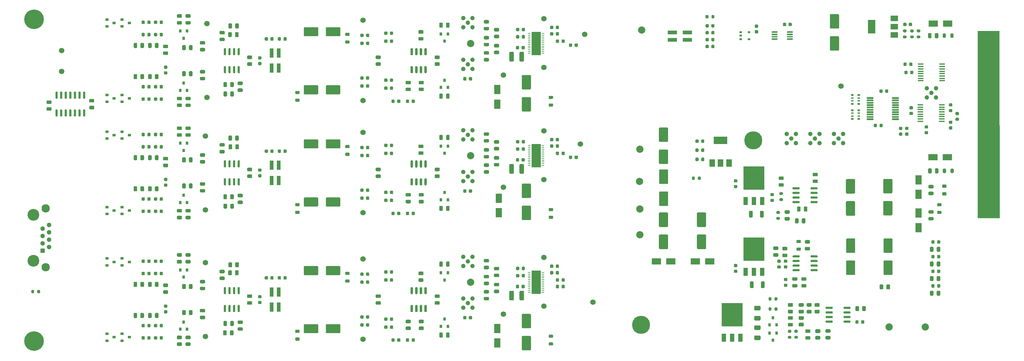
<source format=gbr>
G04 #@! TF.GenerationSoftware,KiCad,Pcbnew,(5.1.9)-1*
G04 #@! TF.CreationDate,2021-02-17T12:42:34-05:00*
G04 #@! TF.ProjectId,input_board,696e7075-745f-4626-9f61-72642e6b6963,rev?*
G04 #@! TF.SameCoordinates,Original*
G04 #@! TF.FileFunction,Soldermask,Top*
G04 #@! TF.FilePolarity,Negative*
%FSLAX46Y46*%
G04 Gerber Fmt 4.6, Leading zero omitted, Abs format (unit mm)*
G04 Created by KiCad (PCBNEW (5.1.9)-1) date 2021-02-17 12:42:34*
%MOMM*%
%LPD*%
G01*
G04 APERTURE LIST*
%ADD10C,0.100000*%
%ADD11R,2.000000X1.500000*%
%ADD12R,2.000000X3.800000*%
%ADD13C,2.000000*%
%ADD14C,5.000000*%
%ADD15C,1.500000*%
%ADD16C,2.300000*%
%ADD17C,3.250000*%
%ADD18C,1.300000*%
%ADD19R,1.300000X1.300000*%
%ADD20R,0.700000X0.510000*%
%ADD21R,4.300000X0.700000*%
%ADD22R,3.200000X0.700000*%
%ADD23C,5.400000*%
%ADD24C,0.800000*%
%ADD25R,0.800000X0.500000*%
%ADD26R,0.800000X0.400000*%
%ADD27C,0.457200*%
%ADD28R,2.640000X6.440000*%
%ADD29R,0.700000X0.250000*%
%ADD30R,0.800000X0.900000*%
%ADD31C,1.240000*%
%ADD32R,1.000000X2.580000*%
%ADD33R,0.900000X0.800000*%
%ADD34R,1.800000X2.500000*%
%ADD35R,1.500000X0.450000*%
%ADD36R,2.500000X1.800000*%
%ADD37R,2.580000X1.000000*%
%ADD38R,1.200000X2.200000*%
%ADD39R,5.800000X6.400000*%
%ADD40R,3.800000X2.000000*%
%ADD41R,1.500000X2.000000*%
G04 APERTURE END LIST*
D10*
G36*
X284980000Y-110400000D02*
G01*
X278980000Y-110400000D01*
X278980000Y-58800000D01*
X284880000Y-58800000D01*
X284980000Y-110400000D01*
G37*
X284980000Y-110400000D02*
X278980000Y-110400000D01*
X278980000Y-58800000D01*
X284880000Y-58800000D01*
X284980000Y-110400000D01*
G36*
G01*
X234149999Y-135800000D02*
X235050001Y-135800000D01*
G75*
G02*
X235300000Y-136049999I0J-249999D01*
G01*
X235300000Y-136575001D01*
G75*
G02*
X235050001Y-136825000I-249999J0D01*
G01*
X234149999Y-136825000D01*
G75*
G02*
X233900000Y-136575001I0J249999D01*
G01*
X233900000Y-136049999D01*
G75*
G02*
X234149999Y-135800000I249999J0D01*
G01*
G37*
G36*
G01*
X234149999Y-133975000D02*
X235050001Y-133975000D01*
G75*
G02*
X235300000Y-134224999I0J-249999D01*
G01*
X235300000Y-134750001D01*
G75*
G02*
X235050001Y-135000000I-249999J0D01*
G01*
X234149999Y-135000000D01*
G75*
G02*
X233900000Y-134750001I0J249999D01*
G01*
X233900000Y-134224999D01*
G75*
G02*
X234149999Y-133975000I249999J0D01*
G01*
G37*
G36*
G01*
X226769999Y-135800000D02*
X227670001Y-135800000D01*
G75*
G02*
X227920000Y-136049999I0J-249999D01*
G01*
X227920000Y-136575001D01*
G75*
G02*
X227670001Y-136825000I-249999J0D01*
G01*
X226769999Y-136825000D01*
G75*
G02*
X226520000Y-136575001I0J249999D01*
G01*
X226520000Y-136049999D01*
G75*
G02*
X226769999Y-135800000I249999J0D01*
G01*
G37*
G36*
G01*
X226769999Y-133975000D02*
X227670001Y-133975000D01*
G75*
G02*
X227920000Y-134224999I0J-249999D01*
G01*
X227920000Y-134750001D01*
G75*
G02*
X227670001Y-135000000I-249999J0D01*
G01*
X226769999Y-135000000D01*
G75*
G02*
X226520000Y-134750001I0J249999D01*
G01*
X226520000Y-134224999D01*
G75*
G02*
X226769999Y-133975000I249999J0D01*
G01*
G37*
G36*
G01*
X234329999Y-143037501D02*
X235230001Y-143037501D01*
G75*
G02*
X235480000Y-143287500I0J-249999D01*
G01*
X235480000Y-143812502D01*
G75*
G02*
X235230001Y-144062501I-249999J0D01*
G01*
X234329999Y-144062501D01*
G75*
G02*
X234080000Y-143812502I0J249999D01*
G01*
X234080000Y-143287500D01*
G75*
G02*
X234329999Y-143037501I249999J0D01*
G01*
G37*
G36*
G01*
X234329999Y-141212501D02*
X235230001Y-141212501D01*
G75*
G02*
X235480000Y-141462500I0J-249999D01*
G01*
X235480000Y-141987502D01*
G75*
G02*
X235230001Y-142237501I-249999J0D01*
G01*
X234329999Y-142237501D01*
G75*
G02*
X234080000Y-141987502I0J249999D01*
G01*
X234080000Y-141462500D01*
G75*
G02*
X234329999Y-141212501I249999J0D01*
G01*
G37*
G36*
G01*
X230650001Y-135000000D02*
X229749999Y-135000000D01*
G75*
G02*
X229500000Y-134750001I0J249999D01*
G01*
X229500000Y-134224999D01*
G75*
G02*
X229749999Y-133975000I249999J0D01*
G01*
X230650001Y-133975000D01*
G75*
G02*
X230900000Y-134224999I0J-249999D01*
G01*
X230900000Y-134750001D01*
G75*
G02*
X230650001Y-135000000I-249999J0D01*
G01*
G37*
G36*
G01*
X230650001Y-136825000D02*
X229749999Y-136825000D01*
G75*
G02*
X229500000Y-136575001I0J249999D01*
G01*
X229500000Y-136049999D01*
G75*
G02*
X229749999Y-135800000I249999J0D01*
G01*
X230650001Y-135800000D01*
G75*
G02*
X230900000Y-136049999I0J-249999D01*
G01*
X230900000Y-136575001D01*
G75*
G02*
X230650001Y-136825000I-249999J0D01*
G01*
G37*
G36*
G01*
X230650001Y-138600000D02*
X229749999Y-138600000D01*
G75*
G02*
X229500000Y-138350001I0J249999D01*
G01*
X229500000Y-137824999D01*
G75*
G02*
X229749999Y-137575000I249999J0D01*
G01*
X230650001Y-137575000D01*
G75*
G02*
X230900000Y-137824999I0J-249999D01*
G01*
X230900000Y-138350001D01*
G75*
G02*
X230650001Y-138600000I-249999J0D01*
G01*
G37*
G36*
G01*
X230650001Y-140425000D02*
X229749999Y-140425000D01*
G75*
G02*
X229500000Y-140175001I0J249999D01*
G01*
X229500000Y-139649999D01*
G75*
G02*
X229749999Y-139400000I249999J0D01*
G01*
X230650001Y-139400000D01*
G75*
G02*
X230900000Y-139649999I0J-249999D01*
G01*
X230900000Y-140175001D01*
G75*
G02*
X230650001Y-140425000I-249999J0D01*
G01*
G37*
G36*
G01*
X224955000Y-104125000D02*
X224405000Y-104125000D01*
G75*
G02*
X224205000Y-103925000I0J200000D01*
G01*
X224205000Y-103525000D01*
G75*
G02*
X224405000Y-103325000I200000J0D01*
G01*
X224955000Y-103325000D01*
G75*
G02*
X225155000Y-103525000I0J-200000D01*
G01*
X225155000Y-103925000D01*
G75*
G02*
X224955000Y-104125000I-200000J0D01*
G01*
G37*
G36*
G01*
X224955000Y-105775000D02*
X224405000Y-105775000D01*
G75*
G02*
X224205000Y-105575000I0J200000D01*
G01*
X224205000Y-105175000D01*
G75*
G02*
X224405000Y-104975000I200000J0D01*
G01*
X224955000Y-104975000D01*
G75*
G02*
X225155000Y-105175000I0J-200000D01*
G01*
X225155000Y-105575000D01*
G75*
G02*
X224955000Y-105775000I-200000J0D01*
G01*
G37*
G36*
G01*
X222825000Y-135875000D02*
X222825000Y-135325000D01*
G75*
G02*
X223025000Y-135125000I200000J0D01*
G01*
X223425000Y-135125000D01*
G75*
G02*
X223625000Y-135325000I0J-200000D01*
G01*
X223625000Y-135875000D01*
G75*
G02*
X223425000Y-136075000I-200000J0D01*
G01*
X223025000Y-136075000D01*
G75*
G02*
X222825000Y-135875000I0J200000D01*
G01*
G37*
G36*
G01*
X221175000Y-135875000D02*
X221175000Y-135325000D01*
G75*
G02*
X221375000Y-135125000I200000J0D01*
G01*
X221775000Y-135125000D01*
G75*
G02*
X221975000Y-135325000I0J-200000D01*
G01*
X221975000Y-135875000D01*
G75*
G02*
X221775000Y-136075000I-200000J0D01*
G01*
X221375000Y-136075000D01*
G75*
G02*
X221175000Y-135875000I0J200000D01*
G01*
G37*
G36*
G01*
X223555000Y-110170000D02*
X224105000Y-110170000D01*
G75*
G02*
X224305000Y-110370000I0J-200000D01*
G01*
X224305000Y-110770000D01*
G75*
G02*
X224105000Y-110970000I-200000J0D01*
G01*
X223555000Y-110970000D01*
G75*
G02*
X223355000Y-110770000I0J200000D01*
G01*
X223355000Y-110370000D01*
G75*
G02*
X223555000Y-110170000I200000J0D01*
G01*
G37*
G36*
G01*
X223555000Y-108520000D02*
X224105000Y-108520000D01*
G75*
G02*
X224305000Y-108720000I0J-200000D01*
G01*
X224305000Y-109120000D01*
G75*
G02*
X224105000Y-109320000I-200000J0D01*
G01*
X223555000Y-109320000D01*
G75*
G02*
X223355000Y-109120000I0J200000D01*
G01*
X223355000Y-108720000D01*
G75*
G02*
X223555000Y-108520000I200000J0D01*
G01*
G37*
G36*
G01*
X222825000Y-133075000D02*
X222825000Y-132525000D01*
G75*
G02*
X223025000Y-132325000I200000J0D01*
G01*
X223425000Y-132325000D01*
G75*
G02*
X223625000Y-132525000I0J-200000D01*
G01*
X223625000Y-133075000D01*
G75*
G02*
X223425000Y-133275000I-200000J0D01*
G01*
X223025000Y-133275000D01*
G75*
G02*
X222825000Y-133075000I0J200000D01*
G01*
G37*
G36*
G01*
X221175000Y-133075000D02*
X221175000Y-132525000D01*
G75*
G02*
X221375000Y-132325000I200000J0D01*
G01*
X221775000Y-132325000D01*
G75*
G02*
X221975000Y-132525000I0J-200000D01*
G01*
X221975000Y-133075000D01*
G75*
G02*
X221775000Y-133275000I-200000J0D01*
G01*
X221375000Y-133275000D01*
G75*
G02*
X221175000Y-133075000I0J200000D01*
G01*
G37*
G36*
G01*
X228525000Y-143025000D02*
X229075000Y-143025000D01*
G75*
G02*
X229275000Y-143225000I0J-200000D01*
G01*
X229275000Y-143625000D01*
G75*
G02*
X229075000Y-143825000I-200000J0D01*
G01*
X228525000Y-143825000D01*
G75*
G02*
X228325000Y-143625000I0J200000D01*
G01*
X228325000Y-143225000D01*
G75*
G02*
X228525000Y-143025000I200000J0D01*
G01*
G37*
G36*
G01*
X228525000Y-141375000D02*
X229075000Y-141375000D01*
G75*
G02*
X229275000Y-141575000I0J-200000D01*
G01*
X229275000Y-141975000D01*
G75*
G02*
X229075000Y-142175000I-200000J0D01*
G01*
X228525000Y-142175000D01*
G75*
G02*
X228325000Y-141975000I0J200000D01*
G01*
X228325000Y-141575000D01*
G75*
G02*
X228525000Y-141375000I200000J0D01*
G01*
G37*
G36*
G01*
X262325000Y-60025000D02*
X262875000Y-60025000D01*
G75*
G02*
X263075000Y-60225000I0J-200000D01*
G01*
X263075000Y-60625000D01*
G75*
G02*
X262875000Y-60825000I-200000J0D01*
G01*
X262325000Y-60825000D01*
G75*
G02*
X262125000Y-60625000I0J200000D01*
G01*
X262125000Y-60225000D01*
G75*
G02*
X262325000Y-60025000I200000J0D01*
G01*
G37*
G36*
G01*
X262325000Y-58375000D02*
X262875000Y-58375000D01*
G75*
G02*
X263075000Y-58575000I0J-200000D01*
G01*
X263075000Y-58975000D01*
G75*
G02*
X262875000Y-59175000I-200000J0D01*
G01*
X262325000Y-59175000D01*
G75*
G02*
X262125000Y-58975000I0J200000D01*
G01*
X262125000Y-58575000D01*
G75*
G02*
X262325000Y-58375000I200000J0D01*
G01*
G37*
G36*
G01*
X226725000Y-143025000D02*
X227275000Y-143025000D01*
G75*
G02*
X227475000Y-143225000I0J-200000D01*
G01*
X227475000Y-143625000D01*
G75*
G02*
X227275000Y-143825000I-200000J0D01*
G01*
X226725000Y-143825000D01*
G75*
G02*
X226525000Y-143625000I0J200000D01*
G01*
X226525000Y-143225000D01*
G75*
G02*
X226725000Y-143025000I200000J0D01*
G01*
G37*
G36*
G01*
X226725000Y-141375000D02*
X227275000Y-141375000D01*
G75*
G02*
X227475000Y-141575000I0J-200000D01*
G01*
X227475000Y-141975000D01*
G75*
G02*
X227275000Y-142175000I-200000J0D01*
G01*
X226725000Y-142175000D01*
G75*
G02*
X226525000Y-141975000I0J200000D01*
G01*
X226525000Y-141575000D01*
G75*
G02*
X226725000Y-141375000I200000J0D01*
G01*
G37*
D11*
X255950000Y-59900000D03*
X255950000Y-55300000D03*
X255950000Y-57600000D03*
D12*
X249650000Y-57600000D03*
G36*
G01*
X259075000Y-59175000D02*
X258525000Y-59175000D01*
G75*
G02*
X258325000Y-58975000I0J200000D01*
G01*
X258325000Y-58575000D01*
G75*
G02*
X258525000Y-58375000I200000J0D01*
G01*
X259075000Y-58375000D01*
G75*
G02*
X259275000Y-58575000I0J-200000D01*
G01*
X259275000Y-58975000D01*
G75*
G02*
X259075000Y-59175000I-200000J0D01*
G01*
G37*
G36*
G01*
X259075000Y-60825000D02*
X258525000Y-60825000D01*
G75*
G02*
X258325000Y-60625000I0J200000D01*
G01*
X258325000Y-60225000D01*
G75*
G02*
X258525000Y-60025000I200000J0D01*
G01*
X259075000Y-60025000D01*
G75*
G02*
X259275000Y-60225000I0J-200000D01*
G01*
X259275000Y-60625000D01*
G75*
G02*
X259075000Y-60825000I-200000J0D01*
G01*
G37*
G36*
G01*
X261075000Y-59175000D02*
X260525000Y-59175000D01*
G75*
G02*
X260325000Y-58975000I0J200000D01*
G01*
X260325000Y-58575000D01*
G75*
G02*
X260525000Y-58375000I200000J0D01*
G01*
X261075000Y-58375000D01*
G75*
G02*
X261275000Y-58575000I0J-200000D01*
G01*
X261275000Y-58975000D01*
G75*
G02*
X261075000Y-59175000I-200000J0D01*
G01*
G37*
G36*
G01*
X261075000Y-60825000D02*
X260525000Y-60825000D01*
G75*
G02*
X260325000Y-60625000I0J200000D01*
G01*
X260325000Y-60225000D01*
G75*
G02*
X260525000Y-60025000I200000J0D01*
G01*
X261075000Y-60025000D01*
G75*
G02*
X261275000Y-60225000I0J-200000D01*
G01*
X261275000Y-60625000D01*
G75*
G02*
X261075000Y-60825000I-200000J0D01*
G01*
G37*
G36*
G01*
X219070000Y-129657500D02*
X219070000Y-128157500D01*
G75*
G02*
X219270000Y-127957500I200000J0D01*
G01*
X219870000Y-127957500D01*
G75*
G02*
X220070000Y-128157500I0J-200000D01*
G01*
X220070000Y-129657500D01*
G75*
G02*
X219870000Y-129857500I-200000J0D01*
G01*
X219270000Y-129857500D01*
G75*
G02*
X219070000Y-129657500I0J200000D01*
G01*
G37*
G36*
G01*
X216070000Y-129657500D02*
X216070000Y-128157500D01*
G75*
G02*
X216270000Y-127957500I200000J0D01*
G01*
X216870000Y-127957500D01*
G75*
G02*
X217070000Y-128157500I0J-200000D01*
G01*
X217070000Y-129657500D01*
G75*
G02*
X216870000Y-129857500I-200000J0D01*
G01*
X216270000Y-129857500D01*
G75*
G02*
X216070000Y-129657500I0J200000D01*
G01*
G37*
G36*
G01*
X218810000Y-110152500D02*
X218810000Y-108652500D01*
G75*
G02*
X219010000Y-108452500I200000J0D01*
G01*
X219610000Y-108452500D01*
G75*
G02*
X219810000Y-108652500I0J-200000D01*
G01*
X219810000Y-110152500D01*
G75*
G02*
X219610000Y-110352500I-200000J0D01*
G01*
X219010000Y-110352500D01*
G75*
G02*
X218810000Y-110152500I0J200000D01*
G01*
G37*
G36*
G01*
X215810000Y-110152500D02*
X215810000Y-108652500D01*
G75*
G02*
X216010000Y-108452500I200000J0D01*
G01*
X216610000Y-108452500D01*
G75*
G02*
X216810000Y-108652500I0J-200000D01*
G01*
X216810000Y-110152500D01*
G75*
G02*
X216610000Y-110352500I-200000J0D01*
G01*
X216010000Y-110352500D01*
G75*
G02*
X215810000Y-110152500I0J200000D01*
G01*
G37*
G36*
G01*
X259925000Y-57250000D02*
X259925000Y-56750000D01*
G75*
G02*
X260150000Y-56525000I225000J0D01*
G01*
X260600000Y-56525000D01*
G75*
G02*
X260825000Y-56750000I0J-225000D01*
G01*
X260825000Y-57250000D01*
G75*
G02*
X260600000Y-57475000I-225000J0D01*
G01*
X260150000Y-57475000D01*
G75*
G02*
X259925000Y-57250000I0J225000D01*
G01*
G37*
G36*
G01*
X258375000Y-57250000D02*
X258375000Y-56750000D01*
G75*
G02*
X258600000Y-56525000I225000J0D01*
G01*
X259050000Y-56525000D01*
G75*
G02*
X259275000Y-56750000I0J-225000D01*
G01*
X259275000Y-57250000D01*
G75*
G02*
X259050000Y-57475000I-225000J0D01*
G01*
X258600000Y-57475000D01*
G75*
G02*
X258375000Y-57250000I0J225000D01*
G01*
G37*
G36*
G01*
X191200000Y-103150000D02*
X193200000Y-103150000D01*
G75*
G02*
X193450000Y-103400000I0J-250000D01*
G01*
X193450000Y-106900000D01*
G75*
G02*
X193200000Y-107150000I-250000J0D01*
G01*
X191200000Y-107150000D01*
G75*
G02*
X190950000Y-106900000I0J250000D01*
G01*
X190950000Y-103400000D01*
G75*
G02*
X191200000Y-103150000I250000J0D01*
G01*
G37*
G36*
G01*
X191200000Y-97050000D02*
X193200000Y-97050000D01*
G75*
G02*
X193450000Y-97300000I0J-250000D01*
G01*
X193450000Y-100800000D01*
G75*
G02*
X193200000Y-101050000I-250000J0D01*
G01*
X191200000Y-101050000D01*
G75*
G02*
X190950000Y-100800000I0J250000D01*
G01*
X190950000Y-97300000D01*
G75*
G02*
X191200000Y-97050000I250000J0D01*
G01*
G37*
G36*
G01*
X229118750Y-118625000D02*
X229881250Y-118625000D01*
G75*
G02*
X230100000Y-118843750I0J-218750D01*
G01*
X230100000Y-119281250D01*
G75*
G02*
X229881250Y-119500000I-218750J0D01*
G01*
X229118750Y-119500000D01*
G75*
G02*
X228900000Y-119281250I0J218750D01*
G01*
X228900000Y-118843750D01*
G75*
G02*
X229118750Y-118625000I218750J0D01*
G01*
G37*
G36*
G01*
X229118750Y-116500000D02*
X229881250Y-116500000D01*
G75*
G02*
X230100000Y-116718750I0J-218750D01*
G01*
X230100000Y-117156250D01*
G75*
G02*
X229881250Y-117375000I-218750J0D01*
G01*
X229118750Y-117375000D01*
G75*
G02*
X228900000Y-117156250I0J218750D01*
G01*
X228900000Y-116718750D01*
G75*
G02*
X229118750Y-116500000I218750J0D01*
G01*
G37*
G36*
G01*
X270195000Y-97058750D02*
X270195000Y-97821250D01*
G75*
G02*
X269976250Y-98040000I-218750J0D01*
G01*
X269538750Y-98040000D01*
G75*
G02*
X269320000Y-97821250I0J218750D01*
G01*
X269320000Y-97058750D01*
G75*
G02*
X269538750Y-96840000I218750J0D01*
G01*
X269976250Y-96840000D01*
G75*
G02*
X270195000Y-97058750I0J-218750D01*
G01*
G37*
G36*
G01*
X272320000Y-97058750D02*
X272320000Y-97821250D01*
G75*
G02*
X272101250Y-98040000I-218750J0D01*
G01*
X271663750Y-98040000D01*
G75*
G02*
X271445000Y-97821250I0J218750D01*
G01*
X271445000Y-97058750D01*
G75*
G02*
X271663750Y-96840000I218750J0D01*
G01*
X272101250Y-96840000D01*
G75*
G02*
X272320000Y-97058750I0J-218750D01*
G01*
G37*
G36*
G01*
X270147500Y-59706250D02*
X270147500Y-60468750D01*
G75*
G02*
X269928750Y-60687500I-218750J0D01*
G01*
X269491250Y-60687500D01*
G75*
G02*
X269272500Y-60468750I0J218750D01*
G01*
X269272500Y-59706250D01*
G75*
G02*
X269491250Y-59487500I218750J0D01*
G01*
X269928750Y-59487500D01*
G75*
G02*
X270147500Y-59706250I0J-218750D01*
G01*
G37*
G36*
G01*
X272272500Y-59706250D02*
X272272500Y-60468750D01*
G75*
G02*
X272053750Y-60687500I-218750J0D01*
G01*
X271616250Y-60687500D01*
G75*
G02*
X271397500Y-60468750I0J218750D01*
G01*
X271397500Y-59706250D01*
G75*
G02*
X271616250Y-59487500I218750J0D01*
G01*
X272053750Y-59487500D01*
G75*
G02*
X272272500Y-59706250I0J-218750D01*
G01*
G37*
G36*
G01*
X269358750Y-103362500D02*
X270121250Y-103362500D01*
G75*
G02*
X270340000Y-103581250I0J-218750D01*
G01*
X270340000Y-104018750D01*
G75*
G02*
X270121250Y-104237500I-218750J0D01*
G01*
X269358750Y-104237500D01*
G75*
G02*
X269140000Y-104018750I0J218750D01*
G01*
X269140000Y-103581250D01*
G75*
G02*
X269358750Y-103362500I218750J0D01*
G01*
G37*
G36*
G01*
X269358750Y-101237500D02*
X270121250Y-101237500D01*
G75*
G02*
X270340000Y-101456250I0J-218750D01*
G01*
X270340000Y-101893750D01*
G75*
G02*
X270121250Y-102112500I-218750J0D01*
G01*
X269358750Y-102112500D01*
G75*
G02*
X269140000Y-101893750I0J218750D01*
G01*
X269140000Y-101456250D01*
G75*
G02*
X269358750Y-101237500I218750J0D01*
G01*
G37*
G36*
G01*
X267948750Y-108487500D02*
X268711250Y-108487500D01*
G75*
G02*
X268930000Y-108706250I0J-218750D01*
G01*
X268930000Y-109143750D01*
G75*
G02*
X268711250Y-109362500I-218750J0D01*
G01*
X267948750Y-109362500D01*
G75*
G02*
X267730000Y-109143750I0J218750D01*
G01*
X267730000Y-108706250D01*
G75*
G02*
X267948750Y-108487500I218750J0D01*
G01*
G37*
G36*
G01*
X267948750Y-106362500D02*
X268711250Y-106362500D01*
G75*
G02*
X268930000Y-106581250I0J-218750D01*
G01*
X268930000Y-107018750D01*
G75*
G02*
X268711250Y-107237500I-218750J0D01*
G01*
X267948750Y-107237500D01*
G75*
G02*
X267730000Y-107018750I0J218750D01*
G01*
X267730000Y-106581250D01*
G75*
G02*
X267948750Y-106362500I218750J0D01*
G01*
G37*
G36*
G01*
X160698750Y-144825000D02*
X161461250Y-144825000D01*
G75*
G02*
X161680000Y-145043750I0J-218750D01*
G01*
X161680000Y-145481250D01*
G75*
G02*
X161461250Y-145700000I-218750J0D01*
G01*
X160698750Y-145700000D01*
G75*
G02*
X160480000Y-145481250I0J218750D01*
G01*
X160480000Y-145043750D01*
G75*
G02*
X160698750Y-144825000I218750J0D01*
G01*
G37*
G36*
G01*
X160698750Y-142700000D02*
X161461250Y-142700000D01*
G75*
G02*
X161680000Y-142918750I0J-218750D01*
G01*
X161680000Y-143356250D01*
G75*
G02*
X161461250Y-143575000I-218750J0D01*
G01*
X160698750Y-143575000D01*
G75*
G02*
X160480000Y-143356250I0J218750D01*
G01*
X160480000Y-142918750D01*
G75*
G02*
X160698750Y-142700000I218750J0D01*
G01*
G37*
G36*
G01*
X91461250Y-142225000D02*
X90698750Y-142225000D01*
G75*
G02*
X90480000Y-142006250I0J218750D01*
G01*
X90480000Y-141568750D01*
G75*
G02*
X90698750Y-141350000I218750J0D01*
G01*
X91461250Y-141350000D01*
G75*
G02*
X91680000Y-141568750I0J-218750D01*
G01*
X91680000Y-142006250D01*
G75*
G02*
X91461250Y-142225000I-218750J0D01*
G01*
G37*
G36*
G01*
X91461250Y-144350000D02*
X90698750Y-144350000D01*
G75*
G02*
X90480000Y-144131250I0J218750D01*
G01*
X90480000Y-143693750D01*
G75*
G02*
X90698750Y-143475000I218750J0D01*
G01*
X91461250Y-143475000D01*
G75*
G02*
X91680000Y-143693750I0J-218750D01*
G01*
X91680000Y-144131250D01*
G75*
G02*
X91461250Y-144350000I-218750J0D01*
G01*
G37*
G36*
G01*
X105261250Y-126175000D02*
X104498750Y-126175000D01*
G75*
G02*
X104280000Y-125956250I0J218750D01*
G01*
X104280000Y-125518750D01*
G75*
G02*
X104498750Y-125300000I218750J0D01*
G01*
X105261250Y-125300000D01*
G75*
G02*
X105480000Y-125518750I0J-218750D01*
G01*
X105480000Y-125956250D01*
G75*
G02*
X105261250Y-126175000I-218750J0D01*
G01*
G37*
G36*
G01*
X105261250Y-128300000D02*
X104498750Y-128300000D01*
G75*
G02*
X104280000Y-128081250I0J218750D01*
G01*
X104280000Y-127643750D01*
G75*
G02*
X104498750Y-127425000I218750J0D01*
G01*
X105261250Y-127425000D01*
G75*
G02*
X105480000Y-127643750I0J-218750D01*
G01*
X105480000Y-128081250D01*
G75*
G02*
X105261250Y-128300000I-218750J0D01*
G01*
G37*
G36*
G01*
X160698750Y-109825000D02*
X161461250Y-109825000D01*
G75*
G02*
X161680000Y-110043750I0J-218750D01*
G01*
X161680000Y-110481250D01*
G75*
G02*
X161461250Y-110700000I-218750J0D01*
G01*
X160698750Y-110700000D01*
G75*
G02*
X160480000Y-110481250I0J218750D01*
G01*
X160480000Y-110043750D01*
G75*
G02*
X160698750Y-109825000I218750J0D01*
G01*
G37*
G36*
G01*
X160698750Y-107700000D02*
X161461250Y-107700000D01*
G75*
G02*
X161680000Y-107918750I0J-218750D01*
G01*
X161680000Y-108356250D01*
G75*
G02*
X161461250Y-108575000I-218750J0D01*
G01*
X160698750Y-108575000D01*
G75*
G02*
X160480000Y-108356250I0J218750D01*
G01*
X160480000Y-107918750D01*
G75*
G02*
X160698750Y-107700000I218750J0D01*
G01*
G37*
G36*
G01*
X91461250Y-107225000D02*
X90698750Y-107225000D01*
G75*
G02*
X90480000Y-107006250I0J218750D01*
G01*
X90480000Y-106568750D01*
G75*
G02*
X90698750Y-106350000I218750J0D01*
G01*
X91461250Y-106350000D01*
G75*
G02*
X91680000Y-106568750I0J-218750D01*
G01*
X91680000Y-107006250D01*
G75*
G02*
X91461250Y-107225000I-218750J0D01*
G01*
G37*
G36*
G01*
X91461250Y-109350000D02*
X90698750Y-109350000D01*
G75*
G02*
X90480000Y-109131250I0J218750D01*
G01*
X90480000Y-108693750D01*
G75*
G02*
X90698750Y-108475000I218750J0D01*
G01*
X91461250Y-108475000D01*
G75*
G02*
X91680000Y-108693750I0J-218750D01*
G01*
X91680000Y-109131250D01*
G75*
G02*
X91461250Y-109350000I-218750J0D01*
G01*
G37*
G36*
G01*
X105261250Y-91175000D02*
X104498750Y-91175000D01*
G75*
G02*
X104280000Y-90956250I0J218750D01*
G01*
X104280000Y-90518750D01*
G75*
G02*
X104498750Y-90300000I218750J0D01*
G01*
X105261250Y-90300000D01*
G75*
G02*
X105480000Y-90518750I0J-218750D01*
G01*
X105480000Y-90956250D01*
G75*
G02*
X105261250Y-91175000I-218750J0D01*
G01*
G37*
G36*
G01*
X105261250Y-93300000D02*
X104498750Y-93300000D01*
G75*
G02*
X104280000Y-93081250I0J218750D01*
G01*
X104280000Y-92643750D01*
G75*
G02*
X104498750Y-92425000I218750J0D01*
G01*
X105261250Y-92425000D01*
G75*
G02*
X105480000Y-92643750I0J-218750D01*
G01*
X105480000Y-93081250D01*
G75*
G02*
X105261250Y-93300000I-218750J0D01*
G01*
G37*
G36*
G01*
X91461250Y-76225000D02*
X90698750Y-76225000D01*
G75*
G02*
X90480000Y-76006250I0J218750D01*
G01*
X90480000Y-75568750D01*
G75*
G02*
X90698750Y-75350000I218750J0D01*
G01*
X91461250Y-75350000D01*
G75*
G02*
X91680000Y-75568750I0J-218750D01*
G01*
X91680000Y-76006250D01*
G75*
G02*
X91461250Y-76225000I-218750J0D01*
G01*
G37*
G36*
G01*
X91461250Y-78350000D02*
X90698750Y-78350000D01*
G75*
G02*
X90480000Y-78131250I0J218750D01*
G01*
X90480000Y-77693750D01*
G75*
G02*
X90698750Y-77475000I218750J0D01*
G01*
X91461250Y-77475000D01*
G75*
G02*
X91680000Y-77693750I0J-218750D01*
G01*
X91680000Y-78131250D01*
G75*
G02*
X91461250Y-78350000I-218750J0D01*
G01*
G37*
G36*
G01*
X105261250Y-60175000D02*
X104498750Y-60175000D01*
G75*
G02*
X104280000Y-59956250I0J218750D01*
G01*
X104280000Y-59518750D01*
G75*
G02*
X104498750Y-59300000I218750J0D01*
G01*
X105261250Y-59300000D01*
G75*
G02*
X105480000Y-59518750I0J-218750D01*
G01*
X105480000Y-59956250D01*
G75*
G02*
X105261250Y-60175000I-218750J0D01*
G01*
G37*
G36*
G01*
X105261250Y-62300000D02*
X104498750Y-62300000D01*
G75*
G02*
X104280000Y-62081250I0J218750D01*
G01*
X104280000Y-61643750D01*
G75*
G02*
X104498750Y-61425000I218750J0D01*
G01*
X105261250Y-61425000D01*
G75*
G02*
X105480000Y-61643750I0J-218750D01*
G01*
X105480000Y-62081250D01*
G75*
G02*
X105261250Y-62300000I-218750J0D01*
G01*
G37*
G36*
G01*
X160698750Y-78825000D02*
X161461250Y-78825000D01*
G75*
G02*
X161680000Y-79043750I0J-218750D01*
G01*
X161680000Y-79481250D01*
G75*
G02*
X161461250Y-79700000I-218750J0D01*
G01*
X160698750Y-79700000D01*
G75*
G02*
X160480000Y-79481250I0J218750D01*
G01*
X160480000Y-79043750D01*
G75*
G02*
X160698750Y-78825000I218750J0D01*
G01*
G37*
G36*
G01*
X160698750Y-76700000D02*
X161461250Y-76700000D01*
G75*
G02*
X161680000Y-76918750I0J-218750D01*
G01*
X161680000Y-77356250D01*
G75*
G02*
X161461250Y-77575000I-218750J0D01*
G01*
X160698750Y-77575000D01*
G75*
G02*
X160480000Y-77356250I0J218750D01*
G01*
X160480000Y-76918750D01*
G75*
G02*
X160698750Y-76700000I218750J0D01*
G01*
G37*
D13*
X138930000Y-128250000D03*
X138930000Y-93250000D03*
X138930000Y-62250000D03*
X185600000Y-100400000D03*
X185680000Y-115100000D03*
X185680000Y-108000000D03*
X185680000Y-91500000D03*
X186180000Y-58500000D03*
D14*
X217000000Y-89000000D03*
D15*
X26000000Y-70000000D03*
X26000000Y-64200000D03*
D16*
X21570000Y-124070000D03*
X21570000Y-107810000D03*
D17*
X18140000Y-109590000D03*
X18140000Y-122290000D03*
D18*
X22460000Y-112388000D03*
X22460000Y-114420000D03*
X22460000Y-116452000D03*
X22460000Y-118484000D03*
X20680000Y-113404000D03*
X20680000Y-115436000D03*
X20680000Y-117468000D03*
D19*
X20680000Y-119500000D03*
G36*
G01*
X19225000Y-131075000D02*
X19225000Y-130525000D01*
G75*
G02*
X19425000Y-130325000I200000J0D01*
G01*
X19825000Y-130325000D01*
G75*
G02*
X20025000Y-130525000I0J-200000D01*
G01*
X20025000Y-131075000D01*
G75*
G02*
X19825000Y-131275000I-200000J0D01*
G01*
X19425000Y-131275000D01*
G75*
G02*
X19225000Y-131075000I0J200000D01*
G01*
G37*
G36*
G01*
X17575000Y-131075000D02*
X17575000Y-130525000D01*
G75*
G02*
X17775000Y-130325000I200000J0D01*
G01*
X18175000Y-130325000D01*
G75*
G02*
X18375000Y-130525000I0J-200000D01*
G01*
X18375000Y-131075000D01*
G75*
G02*
X18175000Y-131275000I-200000J0D01*
G01*
X17775000Y-131275000D01*
G75*
G02*
X17575000Y-131075000I0J200000D01*
G01*
G37*
D20*
X213480000Y-59150000D03*
X213480000Y-60100000D03*
X213480000Y-61050000D03*
X215800000Y-61050000D03*
X215800000Y-59150000D03*
G36*
G01*
X222025000Y-59195000D02*
X222025000Y-58995000D01*
G75*
G02*
X222125000Y-58895000I100000J0D01*
G01*
X223550000Y-58895000D01*
G75*
G02*
X223650000Y-58995000I0J-100000D01*
G01*
X223650000Y-59195000D01*
G75*
G02*
X223550000Y-59295000I-100000J0D01*
G01*
X222125000Y-59295000D01*
G75*
G02*
X222025000Y-59195000I0J100000D01*
G01*
G37*
G36*
G01*
X222025000Y-59845000D02*
X222025000Y-59645000D01*
G75*
G02*
X222125000Y-59545000I100000J0D01*
G01*
X223550000Y-59545000D01*
G75*
G02*
X223650000Y-59645000I0J-100000D01*
G01*
X223650000Y-59845000D01*
G75*
G02*
X223550000Y-59945000I-100000J0D01*
G01*
X222125000Y-59945000D01*
G75*
G02*
X222025000Y-59845000I0J100000D01*
G01*
G37*
G36*
G01*
X222025000Y-60495000D02*
X222025000Y-60295000D01*
G75*
G02*
X222125000Y-60195000I100000J0D01*
G01*
X223550000Y-60195000D01*
G75*
G02*
X223650000Y-60295000I0J-100000D01*
G01*
X223650000Y-60495000D01*
G75*
G02*
X223550000Y-60595000I-100000J0D01*
G01*
X222125000Y-60595000D01*
G75*
G02*
X222025000Y-60495000I0J100000D01*
G01*
G37*
G36*
G01*
X222025000Y-61145000D02*
X222025000Y-60945000D01*
G75*
G02*
X222125000Y-60845000I100000J0D01*
G01*
X223550000Y-60845000D01*
G75*
G02*
X223650000Y-60945000I0J-100000D01*
G01*
X223650000Y-61145000D01*
G75*
G02*
X223550000Y-61245000I-100000J0D01*
G01*
X222125000Y-61245000D01*
G75*
G02*
X222025000Y-61145000I0J100000D01*
G01*
G37*
G36*
G01*
X226250000Y-61145000D02*
X226250000Y-60945000D01*
G75*
G02*
X226350000Y-60845000I100000J0D01*
G01*
X227775000Y-60845000D01*
G75*
G02*
X227875000Y-60945000I0J-100000D01*
G01*
X227875000Y-61145000D01*
G75*
G02*
X227775000Y-61245000I-100000J0D01*
G01*
X226350000Y-61245000D01*
G75*
G02*
X226250000Y-61145000I0J100000D01*
G01*
G37*
G36*
G01*
X226250000Y-60495000D02*
X226250000Y-60295000D01*
G75*
G02*
X226350000Y-60195000I100000J0D01*
G01*
X227775000Y-60195000D01*
G75*
G02*
X227875000Y-60295000I0J-100000D01*
G01*
X227875000Y-60495000D01*
G75*
G02*
X227775000Y-60595000I-100000J0D01*
G01*
X226350000Y-60595000D01*
G75*
G02*
X226250000Y-60495000I0J100000D01*
G01*
G37*
G36*
G01*
X226250000Y-59845000D02*
X226250000Y-59645000D01*
G75*
G02*
X226350000Y-59545000I100000J0D01*
G01*
X227775000Y-59545000D01*
G75*
G02*
X227875000Y-59645000I0J-100000D01*
G01*
X227875000Y-59845000D01*
G75*
G02*
X227775000Y-59945000I-100000J0D01*
G01*
X226350000Y-59945000D01*
G75*
G02*
X226250000Y-59845000I0J100000D01*
G01*
G37*
G36*
G01*
X226250000Y-59195000D02*
X226250000Y-58995000D01*
G75*
G02*
X226350000Y-58895000I100000J0D01*
G01*
X227775000Y-58895000D01*
G75*
G02*
X227875000Y-58995000I0J-100000D01*
G01*
X227875000Y-59195000D01*
G75*
G02*
X227775000Y-59295000I-100000J0D01*
G01*
X226350000Y-59295000D01*
G75*
G02*
X226250000Y-59195000I0J100000D01*
G01*
G37*
G36*
G01*
X206225000Y-54575000D02*
X206225000Y-55125000D01*
G75*
G02*
X206025000Y-55325000I-200000J0D01*
G01*
X205625000Y-55325000D01*
G75*
G02*
X205425000Y-55125000I0J200000D01*
G01*
X205425000Y-54575000D01*
G75*
G02*
X205625000Y-54375000I200000J0D01*
G01*
X206025000Y-54375000D01*
G75*
G02*
X206225000Y-54575000I0J-200000D01*
G01*
G37*
G36*
G01*
X204575000Y-54575000D02*
X204575000Y-55125000D01*
G75*
G02*
X204375000Y-55325000I-200000J0D01*
G01*
X203975000Y-55325000D01*
G75*
G02*
X203775000Y-55125000I0J200000D01*
G01*
X203775000Y-54575000D01*
G75*
G02*
X203975000Y-54375000I200000J0D01*
G01*
X204375000Y-54375000D01*
G75*
G02*
X204575000Y-54575000I0J-200000D01*
G01*
G37*
G36*
G01*
X225150000Y-57250000D02*
X225150000Y-56750000D01*
G75*
G02*
X225375000Y-56525000I225000J0D01*
G01*
X225825000Y-56525000D01*
G75*
G02*
X226050000Y-56750000I0J-225000D01*
G01*
X226050000Y-57250000D01*
G75*
G02*
X225825000Y-57475000I-225000J0D01*
G01*
X225375000Y-57475000D01*
G75*
G02*
X225150000Y-57250000I0J225000D01*
G01*
G37*
G36*
G01*
X226700000Y-57250000D02*
X226700000Y-56750000D01*
G75*
G02*
X226925000Y-56525000I225000J0D01*
G01*
X227375000Y-56525000D01*
G75*
G02*
X227600000Y-56750000I0J-225000D01*
G01*
X227600000Y-57250000D01*
G75*
G02*
X227375000Y-57475000I-225000J0D01*
G01*
X226925000Y-57475000D01*
G75*
G02*
X226700000Y-57250000I0J225000D01*
G01*
G37*
G36*
G01*
X217600000Y-57025000D02*
X218100000Y-57025000D01*
G75*
G02*
X218325000Y-57250000I0J-225000D01*
G01*
X218325000Y-57700000D01*
G75*
G02*
X218100000Y-57925000I-225000J0D01*
G01*
X217600000Y-57925000D01*
G75*
G02*
X217375000Y-57700000I0J225000D01*
G01*
X217375000Y-57250000D01*
G75*
G02*
X217600000Y-57025000I225000J0D01*
G01*
G37*
G36*
G01*
X217600000Y-58575000D02*
X218100000Y-58575000D01*
G75*
G02*
X218325000Y-58800000I0J-225000D01*
G01*
X218325000Y-59250000D01*
G75*
G02*
X218100000Y-59475000I-225000J0D01*
G01*
X217600000Y-59475000D01*
G75*
G02*
X217375000Y-59250000I0J225000D01*
G01*
X217375000Y-58800000D01*
G75*
G02*
X217600000Y-58575000I225000J0D01*
G01*
G37*
G36*
G01*
X201675000Y-99775000D02*
X201675000Y-99225000D01*
G75*
G02*
X201875000Y-99025000I200000J0D01*
G01*
X202275000Y-99025000D01*
G75*
G02*
X202475000Y-99225000I0J-200000D01*
G01*
X202475000Y-99775000D01*
G75*
G02*
X202275000Y-99975000I-200000J0D01*
G01*
X201875000Y-99975000D01*
G75*
G02*
X201675000Y-99775000I0J200000D01*
G01*
G37*
G36*
G01*
X200025000Y-99775000D02*
X200025000Y-99225000D01*
G75*
G02*
X200225000Y-99025000I200000J0D01*
G01*
X200625000Y-99025000D01*
G75*
G02*
X200825000Y-99225000I0J-200000D01*
G01*
X200825000Y-99775000D01*
G75*
G02*
X200625000Y-99975000I-200000J0D01*
G01*
X200225000Y-99975000D01*
G75*
G02*
X200025000Y-99775000I0J200000D01*
G01*
G37*
G36*
G01*
X71222500Y-131490000D02*
X70922500Y-131490000D01*
G75*
G02*
X70772500Y-131340000I0J150000D01*
G01*
X70772500Y-129690000D01*
G75*
G02*
X70922500Y-129540000I150000J0D01*
G01*
X71222500Y-129540000D01*
G75*
G02*
X71372500Y-129690000I0J-150000D01*
G01*
X71372500Y-131340000D01*
G75*
G02*
X71222500Y-131490000I-150000J0D01*
G01*
G37*
G36*
G01*
X72492500Y-131490000D02*
X72192500Y-131490000D01*
G75*
G02*
X72042500Y-131340000I0J150000D01*
G01*
X72042500Y-129690000D01*
G75*
G02*
X72192500Y-129540000I150000J0D01*
G01*
X72492500Y-129540000D01*
G75*
G02*
X72642500Y-129690000I0J-150000D01*
G01*
X72642500Y-131340000D01*
G75*
G02*
X72492500Y-131490000I-150000J0D01*
G01*
G37*
G36*
G01*
X73762500Y-131490000D02*
X73462500Y-131490000D01*
G75*
G02*
X73312500Y-131340000I0J150000D01*
G01*
X73312500Y-129690000D01*
G75*
G02*
X73462500Y-129540000I150000J0D01*
G01*
X73762500Y-129540000D01*
G75*
G02*
X73912500Y-129690000I0J-150000D01*
G01*
X73912500Y-131340000D01*
G75*
G02*
X73762500Y-131490000I-150000J0D01*
G01*
G37*
G36*
G01*
X75032500Y-131490000D02*
X74732500Y-131490000D01*
G75*
G02*
X74582500Y-131340000I0J150000D01*
G01*
X74582500Y-129690000D01*
G75*
G02*
X74732500Y-129540000I150000J0D01*
G01*
X75032500Y-129540000D01*
G75*
G02*
X75182500Y-129690000I0J-150000D01*
G01*
X75182500Y-131340000D01*
G75*
G02*
X75032500Y-131490000I-150000J0D01*
G01*
G37*
G36*
G01*
X75032500Y-136440000D02*
X74732500Y-136440000D01*
G75*
G02*
X74582500Y-136290000I0J150000D01*
G01*
X74582500Y-134640000D01*
G75*
G02*
X74732500Y-134490000I150000J0D01*
G01*
X75032500Y-134490000D01*
G75*
G02*
X75182500Y-134640000I0J-150000D01*
G01*
X75182500Y-136290000D01*
G75*
G02*
X75032500Y-136440000I-150000J0D01*
G01*
G37*
G36*
G01*
X73762500Y-136440000D02*
X73462500Y-136440000D01*
G75*
G02*
X73312500Y-136290000I0J150000D01*
G01*
X73312500Y-134640000D01*
G75*
G02*
X73462500Y-134490000I150000J0D01*
G01*
X73762500Y-134490000D01*
G75*
G02*
X73912500Y-134640000I0J-150000D01*
G01*
X73912500Y-136290000D01*
G75*
G02*
X73762500Y-136440000I-150000J0D01*
G01*
G37*
G36*
G01*
X72492500Y-136440000D02*
X72192500Y-136440000D01*
G75*
G02*
X72042500Y-136290000I0J150000D01*
G01*
X72042500Y-134640000D01*
G75*
G02*
X72192500Y-134490000I150000J0D01*
G01*
X72492500Y-134490000D01*
G75*
G02*
X72642500Y-134640000I0J-150000D01*
G01*
X72642500Y-136290000D01*
G75*
G02*
X72492500Y-136440000I-150000J0D01*
G01*
G37*
G36*
G01*
X71222500Y-136440000D02*
X70922500Y-136440000D01*
G75*
G02*
X70772500Y-136290000I0J150000D01*
G01*
X70772500Y-134640000D01*
G75*
G02*
X70922500Y-134490000I150000J0D01*
G01*
X71222500Y-134490000D01*
G75*
G02*
X71372500Y-134640000I0J-150000D01*
G01*
X71372500Y-136290000D01*
G75*
G02*
X71222500Y-136440000I-150000J0D01*
G01*
G37*
G36*
G01*
X122800000Y-131510000D02*
X122500000Y-131510000D01*
G75*
G02*
X122350000Y-131360000I0J150000D01*
G01*
X122350000Y-129710000D01*
G75*
G02*
X122500000Y-129560000I150000J0D01*
G01*
X122800000Y-129560000D01*
G75*
G02*
X122950000Y-129710000I0J-150000D01*
G01*
X122950000Y-131360000D01*
G75*
G02*
X122800000Y-131510000I-150000J0D01*
G01*
G37*
G36*
G01*
X124070000Y-131510000D02*
X123770000Y-131510000D01*
G75*
G02*
X123620000Y-131360000I0J150000D01*
G01*
X123620000Y-129710000D01*
G75*
G02*
X123770000Y-129560000I150000J0D01*
G01*
X124070000Y-129560000D01*
G75*
G02*
X124220000Y-129710000I0J-150000D01*
G01*
X124220000Y-131360000D01*
G75*
G02*
X124070000Y-131510000I-150000J0D01*
G01*
G37*
G36*
G01*
X125340000Y-131510000D02*
X125040000Y-131510000D01*
G75*
G02*
X124890000Y-131360000I0J150000D01*
G01*
X124890000Y-129710000D01*
G75*
G02*
X125040000Y-129560000I150000J0D01*
G01*
X125340000Y-129560000D01*
G75*
G02*
X125490000Y-129710000I0J-150000D01*
G01*
X125490000Y-131360000D01*
G75*
G02*
X125340000Y-131510000I-150000J0D01*
G01*
G37*
G36*
G01*
X126610000Y-131510000D02*
X126310000Y-131510000D01*
G75*
G02*
X126160000Y-131360000I0J150000D01*
G01*
X126160000Y-129710000D01*
G75*
G02*
X126310000Y-129560000I150000J0D01*
G01*
X126610000Y-129560000D01*
G75*
G02*
X126760000Y-129710000I0J-150000D01*
G01*
X126760000Y-131360000D01*
G75*
G02*
X126610000Y-131510000I-150000J0D01*
G01*
G37*
G36*
G01*
X126610000Y-136460000D02*
X126310000Y-136460000D01*
G75*
G02*
X126160000Y-136310000I0J150000D01*
G01*
X126160000Y-134660000D01*
G75*
G02*
X126310000Y-134510000I150000J0D01*
G01*
X126610000Y-134510000D01*
G75*
G02*
X126760000Y-134660000I0J-150000D01*
G01*
X126760000Y-136310000D01*
G75*
G02*
X126610000Y-136460000I-150000J0D01*
G01*
G37*
G36*
G01*
X125340000Y-136460000D02*
X125040000Y-136460000D01*
G75*
G02*
X124890000Y-136310000I0J150000D01*
G01*
X124890000Y-134660000D01*
G75*
G02*
X125040000Y-134510000I150000J0D01*
G01*
X125340000Y-134510000D01*
G75*
G02*
X125490000Y-134660000I0J-150000D01*
G01*
X125490000Y-136310000D01*
G75*
G02*
X125340000Y-136460000I-150000J0D01*
G01*
G37*
G36*
G01*
X124070000Y-136460000D02*
X123770000Y-136460000D01*
G75*
G02*
X123620000Y-136310000I0J150000D01*
G01*
X123620000Y-134660000D01*
G75*
G02*
X123770000Y-134510000I150000J0D01*
G01*
X124070000Y-134510000D01*
G75*
G02*
X124220000Y-134660000I0J-150000D01*
G01*
X124220000Y-136310000D01*
G75*
G02*
X124070000Y-136460000I-150000J0D01*
G01*
G37*
G36*
G01*
X122800000Y-136460000D02*
X122500000Y-136460000D01*
G75*
G02*
X122350000Y-136310000I0J150000D01*
G01*
X122350000Y-134660000D01*
G75*
G02*
X122500000Y-134510000I150000J0D01*
G01*
X122800000Y-134510000D01*
G75*
G02*
X122950000Y-134660000I0J-150000D01*
G01*
X122950000Y-136310000D01*
G75*
G02*
X122800000Y-136460000I-150000J0D01*
G01*
G37*
G36*
G01*
X71222500Y-96490000D02*
X70922500Y-96490000D01*
G75*
G02*
X70772500Y-96340000I0J150000D01*
G01*
X70772500Y-94690000D01*
G75*
G02*
X70922500Y-94540000I150000J0D01*
G01*
X71222500Y-94540000D01*
G75*
G02*
X71372500Y-94690000I0J-150000D01*
G01*
X71372500Y-96340000D01*
G75*
G02*
X71222500Y-96490000I-150000J0D01*
G01*
G37*
G36*
G01*
X72492500Y-96490000D02*
X72192500Y-96490000D01*
G75*
G02*
X72042500Y-96340000I0J150000D01*
G01*
X72042500Y-94690000D01*
G75*
G02*
X72192500Y-94540000I150000J0D01*
G01*
X72492500Y-94540000D01*
G75*
G02*
X72642500Y-94690000I0J-150000D01*
G01*
X72642500Y-96340000D01*
G75*
G02*
X72492500Y-96490000I-150000J0D01*
G01*
G37*
G36*
G01*
X73762500Y-96490000D02*
X73462500Y-96490000D01*
G75*
G02*
X73312500Y-96340000I0J150000D01*
G01*
X73312500Y-94690000D01*
G75*
G02*
X73462500Y-94540000I150000J0D01*
G01*
X73762500Y-94540000D01*
G75*
G02*
X73912500Y-94690000I0J-150000D01*
G01*
X73912500Y-96340000D01*
G75*
G02*
X73762500Y-96490000I-150000J0D01*
G01*
G37*
G36*
G01*
X75032500Y-96490000D02*
X74732500Y-96490000D01*
G75*
G02*
X74582500Y-96340000I0J150000D01*
G01*
X74582500Y-94690000D01*
G75*
G02*
X74732500Y-94540000I150000J0D01*
G01*
X75032500Y-94540000D01*
G75*
G02*
X75182500Y-94690000I0J-150000D01*
G01*
X75182500Y-96340000D01*
G75*
G02*
X75032500Y-96490000I-150000J0D01*
G01*
G37*
G36*
G01*
X75032500Y-101440000D02*
X74732500Y-101440000D01*
G75*
G02*
X74582500Y-101290000I0J150000D01*
G01*
X74582500Y-99640000D01*
G75*
G02*
X74732500Y-99490000I150000J0D01*
G01*
X75032500Y-99490000D01*
G75*
G02*
X75182500Y-99640000I0J-150000D01*
G01*
X75182500Y-101290000D01*
G75*
G02*
X75032500Y-101440000I-150000J0D01*
G01*
G37*
G36*
G01*
X73762500Y-101440000D02*
X73462500Y-101440000D01*
G75*
G02*
X73312500Y-101290000I0J150000D01*
G01*
X73312500Y-99640000D01*
G75*
G02*
X73462500Y-99490000I150000J0D01*
G01*
X73762500Y-99490000D01*
G75*
G02*
X73912500Y-99640000I0J-150000D01*
G01*
X73912500Y-101290000D01*
G75*
G02*
X73762500Y-101440000I-150000J0D01*
G01*
G37*
G36*
G01*
X72492500Y-101440000D02*
X72192500Y-101440000D01*
G75*
G02*
X72042500Y-101290000I0J150000D01*
G01*
X72042500Y-99640000D01*
G75*
G02*
X72192500Y-99490000I150000J0D01*
G01*
X72492500Y-99490000D01*
G75*
G02*
X72642500Y-99640000I0J-150000D01*
G01*
X72642500Y-101290000D01*
G75*
G02*
X72492500Y-101440000I-150000J0D01*
G01*
G37*
G36*
G01*
X71222500Y-101440000D02*
X70922500Y-101440000D01*
G75*
G02*
X70772500Y-101290000I0J150000D01*
G01*
X70772500Y-99640000D01*
G75*
G02*
X70922500Y-99490000I150000J0D01*
G01*
X71222500Y-99490000D01*
G75*
G02*
X71372500Y-99640000I0J-150000D01*
G01*
X71372500Y-101290000D01*
G75*
G02*
X71222500Y-101440000I-150000J0D01*
G01*
G37*
G36*
G01*
X122800000Y-96510000D02*
X122500000Y-96510000D01*
G75*
G02*
X122350000Y-96360000I0J150000D01*
G01*
X122350000Y-94710000D01*
G75*
G02*
X122500000Y-94560000I150000J0D01*
G01*
X122800000Y-94560000D01*
G75*
G02*
X122950000Y-94710000I0J-150000D01*
G01*
X122950000Y-96360000D01*
G75*
G02*
X122800000Y-96510000I-150000J0D01*
G01*
G37*
G36*
G01*
X124070000Y-96510000D02*
X123770000Y-96510000D01*
G75*
G02*
X123620000Y-96360000I0J150000D01*
G01*
X123620000Y-94710000D01*
G75*
G02*
X123770000Y-94560000I150000J0D01*
G01*
X124070000Y-94560000D01*
G75*
G02*
X124220000Y-94710000I0J-150000D01*
G01*
X124220000Y-96360000D01*
G75*
G02*
X124070000Y-96510000I-150000J0D01*
G01*
G37*
G36*
G01*
X125340000Y-96510000D02*
X125040000Y-96510000D01*
G75*
G02*
X124890000Y-96360000I0J150000D01*
G01*
X124890000Y-94710000D01*
G75*
G02*
X125040000Y-94560000I150000J0D01*
G01*
X125340000Y-94560000D01*
G75*
G02*
X125490000Y-94710000I0J-150000D01*
G01*
X125490000Y-96360000D01*
G75*
G02*
X125340000Y-96510000I-150000J0D01*
G01*
G37*
G36*
G01*
X126610000Y-96510000D02*
X126310000Y-96510000D01*
G75*
G02*
X126160000Y-96360000I0J150000D01*
G01*
X126160000Y-94710000D01*
G75*
G02*
X126310000Y-94560000I150000J0D01*
G01*
X126610000Y-94560000D01*
G75*
G02*
X126760000Y-94710000I0J-150000D01*
G01*
X126760000Y-96360000D01*
G75*
G02*
X126610000Y-96510000I-150000J0D01*
G01*
G37*
G36*
G01*
X126610000Y-101460000D02*
X126310000Y-101460000D01*
G75*
G02*
X126160000Y-101310000I0J150000D01*
G01*
X126160000Y-99660000D01*
G75*
G02*
X126310000Y-99510000I150000J0D01*
G01*
X126610000Y-99510000D01*
G75*
G02*
X126760000Y-99660000I0J-150000D01*
G01*
X126760000Y-101310000D01*
G75*
G02*
X126610000Y-101460000I-150000J0D01*
G01*
G37*
G36*
G01*
X125340000Y-101460000D02*
X125040000Y-101460000D01*
G75*
G02*
X124890000Y-101310000I0J150000D01*
G01*
X124890000Y-99660000D01*
G75*
G02*
X125040000Y-99510000I150000J0D01*
G01*
X125340000Y-99510000D01*
G75*
G02*
X125490000Y-99660000I0J-150000D01*
G01*
X125490000Y-101310000D01*
G75*
G02*
X125340000Y-101460000I-150000J0D01*
G01*
G37*
G36*
G01*
X124070000Y-101460000D02*
X123770000Y-101460000D01*
G75*
G02*
X123620000Y-101310000I0J150000D01*
G01*
X123620000Y-99660000D01*
G75*
G02*
X123770000Y-99510000I150000J0D01*
G01*
X124070000Y-99510000D01*
G75*
G02*
X124220000Y-99660000I0J-150000D01*
G01*
X124220000Y-101310000D01*
G75*
G02*
X124070000Y-101460000I-150000J0D01*
G01*
G37*
G36*
G01*
X122800000Y-101460000D02*
X122500000Y-101460000D01*
G75*
G02*
X122350000Y-101310000I0J150000D01*
G01*
X122350000Y-99660000D01*
G75*
G02*
X122500000Y-99510000I150000J0D01*
G01*
X122800000Y-99510000D01*
G75*
G02*
X122950000Y-99660000I0J-150000D01*
G01*
X122950000Y-101310000D01*
G75*
G02*
X122800000Y-101460000I-150000J0D01*
G01*
G37*
G36*
G01*
X122800000Y-65510000D02*
X122500000Y-65510000D01*
G75*
G02*
X122350000Y-65360000I0J150000D01*
G01*
X122350000Y-63710000D01*
G75*
G02*
X122500000Y-63560000I150000J0D01*
G01*
X122800000Y-63560000D01*
G75*
G02*
X122950000Y-63710000I0J-150000D01*
G01*
X122950000Y-65360000D01*
G75*
G02*
X122800000Y-65510000I-150000J0D01*
G01*
G37*
G36*
G01*
X124070000Y-65510000D02*
X123770000Y-65510000D01*
G75*
G02*
X123620000Y-65360000I0J150000D01*
G01*
X123620000Y-63710000D01*
G75*
G02*
X123770000Y-63560000I150000J0D01*
G01*
X124070000Y-63560000D01*
G75*
G02*
X124220000Y-63710000I0J-150000D01*
G01*
X124220000Y-65360000D01*
G75*
G02*
X124070000Y-65510000I-150000J0D01*
G01*
G37*
G36*
G01*
X125340000Y-65510000D02*
X125040000Y-65510000D01*
G75*
G02*
X124890000Y-65360000I0J150000D01*
G01*
X124890000Y-63710000D01*
G75*
G02*
X125040000Y-63560000I150000J0D01*
G01*
X125340000Y-63560000D01*
G75*
G02*
X125490000Y-63710000I0J-150000D01*
G01*
X125490000Y-65360000D01*
G75*
G02*
X125340000Y-65510000I-150000J0D01*
G01*
G37*
G36*
G01*
X126610000Y-65510000D02*
X126310000Y-65510000D01*
G75*
G02*
X126160000Y-65360000I0J150000D01*
G01*
X126160000Y-63710000D01*
G75*
G02*
X126310000Y-63560000I150000J0D01*
G01*
X126610000Y-63560000D01*
G75*
G02*
X126760000Y-63710000I0J-150000D01*
G01*
X126760000Y-65360000D01*
G75*
G02*
X126610000Y-65510000I-150000J0D01*
G01*
G37*
G36*
G01*
X126610000Y-70460000D02*
X126310000Y-70460000D01*
G75*
G02*
X126160000Y-70310000I0J150000D01*
G01*
X126160000Y-68660000D01*
G75*
G02*
X126310000Y-68510000I150000J0D01*
G01*
X126610000Y-68510000D01*
G75*
G02*
X126760000Y-68660000I0J-150000D01*
G01*
X126760000Y-70310000D01*
G75*
G02*
X126610000Y-70460000I-150000J0D01*
G01*
G37*
G36*
G01*
X125340000Y-70460000D02*
X125040000Y-70460000D01*
G75*
G02*
X124890000Y-70310000I0J150000D01*
G01*
X124890000Y-68660000D01*
G75*
G02*
X125040000Y-68510000I150000J0D01*
G01*
X125340000Y-68510000D01*
G75*
G02*
X125490000Y-68660000I0J-150000D01*
G01*
X125490000Y-70310000D01*
G75*
G02*
X125340000Y-70460000I-150000J0D01*
G01*
G37*
G36*
G01*
X124070000Y-70460000D02*
X123770000Y-70460000D01*
G75*
G02*
X123620000Y-70310000I0J150000D01*
G01*
X123620000Y-68660000D01*
G75*
G02*
X123770000Y-68510000I150000J0D01*
G01*
X124070000Y-68510000D01*
G75*
G02*
X124220000Y-68660000I0J-150000D01*
G01*
X124220000Y-70310000D01*
G75*
G02*
X124070000Y-70460000I-150000J0D01*
G01*
G37*
G36*
G01*
X122800000Y-70460000D02*
X122500000Y-70460000D01*
G75*
G02*
X122350000Y-70310000I0J150000D01*
G01*
X122350000Y-68660000D01*
G75*
G02*
X122500000Y-68510000I150000J0D01*
G01*
X122800000Y-68510000D01*
G75*
G02*
X122950000Y-68660000I0J-150000D01*
G01*
X122950000Y-70310000D01*
G75*
G02*
X122800000Y-70460000I-150000J0D01*
G01*
G37*
G36*
G01*
X71222500Y-65490000D02*
X70922500Y-65490000D01*
G75*
G02*
X70772500Y-65340000I0J150000D01*
G01*
X70772500Y-63690000D01*
G75*
G02*
X70922500Y-63540000I150000J0D01*
G01*
X71222500Y-63540000D01*
G75*
G02*
X71372500Y-63690000I0J-150000D01*
G01*
X71372500Y-65340000D01*
G75*
G02*
X71222500Y-65490000I-150000J0D01*
G01*
G37*
G36*
G01*
X72492500Y-65490000D02*
X72192500Y-65490000D01*
G75*
G02*
X72042500Y-65340000I0J150000D01*
G01*
X72042500Y-63690000D01*
G75*
G02*
X72192500Y-63540000I150000J0D01*
G01*
X72492500Y-63540000D01*
G75*
G02*
X72642500Y-63690000I0J-150000D01*
G01*
X72642500Y-65340000D01*
G75*
G02*
X72492500Y-65490000I-150000J0D01*
G01*
G37*
G36*
G01*
X73762500Y-65490000D02*
X73462500Y-65490000D01*
G75*
G02*
X73312500Y-65340000I0J150000D01*
G01*
X73312500Y-63690000D01*
G75*
G02*
X73462500Y-63540000I150000J0D01*
G01*
X73762500Y-63540000D01*
G75*
G02*
X73912500Y-63690000I0J-150000D01*
G01*
X73912500Y-65340000D01*
G75*
G02*
X73762500Y-65490000I-150000J0D01*
G01*
G37*
G36*
G01*
X75032500Y-65490000D02*
X74732500Y-65490000D01*
G75*
G02*
X74582500Y-65340000I0J150000D01*
G01*
X74582500Y-63690000D01*
G75*
G02*
X74732500Y-63540000I150000J0D01*
G01*
X75032500Y-63540000D01*
G75*
G02*
X75182500Y-63690000I0J-150000D01*
G01*
X75182500Y-65340000D01*
G75*
G02*
X75032500Y-65490000I-150000J0D01*
G01*
G37*
G36*
G01*
X75032500Y-70440000D02*
X74732500Y-70440000D01*
G75*
G02*
X74582500Y-70290000I0J150000D01*
G01*
X74582500Y-68640000D01*
G75*
G02*
X74732500Y-68490000I150000J0D01*
G01*
X75032500Y-68490000D01*
G75*
G02*
X75182500Y-68640000I0J-150000D01*
G01*
X75182500Y-70290000D01*
G75*
G02*
X75032500Y-70440000I-150000J0D01*
G01*
G37*
G36*
G01*
X73762500Y-70440000D02*
X73462500Y-70440000D01*
G75*
G02*
X73312500Y-70290000I0J150000D01*
G01*
X73312500Y-68640000D01*
G75*
G02*
X73462500Y-68490000I150000J0D01*
G01*
X73762500Y-68490000D01*
G75*
G02*
X73912500Y-68640000I0J-150000D01*
G01*
X73912500Y-70290000D01*
G75*
G02*
X73762500Y-70440000I-150000J0D01*
G01*
G37*
G36*
G01*
X72492500Y-70440000D02*
X72192500Y-70440000D01*
G75*
G02*
X72042500Y-70290000I0J150000D01*
G01*
X72042500Y-68640000D01*
G75*
G02*
X72192500Y-68490000I150000J0D01*
G01*
X72492500Y-68490000D01*
G75*
G02*
X72642500Y-68640000I0J-150000D01*
G01*
X72642500Y-70290000D01*
G75*
G02*
X72492500Y-70440000I-150000J0D01*
G01*
G37*
G36*
G01*
X71222500Y-70440000D02*
X70922500Y-70440000D01*
G75*
G02*
X70772500Y-70290000I0J150000D01*
G01*
X70772500Y-68640000D01*
G75*
G02*
X70922500Y-68490000I150000J0D01*
G01*
X71222500Y-68490000D01*
G75*
G02*
X71372500Y-68640000I0J-150000D01*
G01*
X71372500Y-70290000D01*
G75*
G02*
X71222500Y-70440000I-150000J0D01*
G01*
G37*
G36*
G01*
X241900000Y-135445000D02*
X241900000Y-135145000D01*
G75*
G02*
X242050000Y-134995000I150000J0D01*
G01*
X243700000Y-134995000D01*
G75*
G02*
X243850000Y-135145000I0J-150000D01*
G01*
X243850000Y-135445000D01*
G75*
G02*
X243700000Y-135595000I-150000J0D01*
G01*
X242050000Y-135595000D01*
G75*
G02*
X241900000Y-135445000I0J150000D01*
G01*
G37*
G36*
G01*
X241900000Y-136715000D02*
X241900000Y-136415000D01*
G75*
G02*
X242050000Y-136265000I150000J0D01*
G01*
X243700000Y-136265000D01*
G75*
G02*
X243850000Y-136415000I0J-150000D01*
G01*
X243850000Y-136715000D01*
G75*
G02*
X243700000Y-136865000I-150000J0D01*
G01*
X242050000Y-136865000D01*
G75*
G02*
X241900000Y-136715000I0J150000D01*
G01*
G37*
G36*
G01*
X241900000Y-137985000D02*
X241900000Y-137685000D01*
G75*
G02*
X242050000Y-137535000I150000J0D01*
G01*
X243700000Y-137535000D01*
G75*
G02*
X243850000Y-137685000I0J-150000D01*
G01*
X243850000Y-137985000D01*
G75*
G02*
X243700000Y-138135000I-150000J0D01*
G01*
X242050000Y-138135000D01*
G75*
G02*
X241900000Y-137985000I0J150000D01*
G01*
G37*
G36*
G01*
X241900000Y-139255000D02*
X241900000Y-138955000D01*
G75*
G02*
X242050000Y-138805000I150000J0D01*
G01*
X243700000Y-138805000D01*
G75*
G02*
X243850000Y-138955000I0J-150000D01*
G01*
X243850000Y-139255000D01*
G75*
G02*
X243700000Y-139405000I-150000J0D01*
G01*
X242050000Y-139405000D01*
G75*
G02*
X241900000Y-139255000I0J150000D01*
G01*
G37*
G36*
G01*
X236950000Y-139255000D02*
X236950000Y-138955000D01*
G75*
G02*
X237100000Y-138805000I150000J0D01*
G01*
X238750000Y-138805000D01*
G75*
G02*
X238900000Y-138955000I0J-150000D01*
G01*
X238900000Y-139255000D01*
G75*
G02*
X238750000Y-139405000I-150000J0D01*
G01*
X237100000Y-139405000D01*
G75*
G02*
X236950000Y-139255000I0J150000D01*
G01*
G37*
G36*
G01*
X236950000Y-137985000D02*
X236950000Y-137685000D01*
G75*
G02*
X237100000Y-137535000I150000J0D01*
G01*
X238750000Y-137535000D01*
G75*
G02*
X238900000Y-137685000I0J-150000D01*
G01*
X238900000Y-137985000D01*
G75*
G02*
X238750000Y-138135000I-150000J0D01*
G01*
X237100000Y-138135000D01*
G75*
G02*
X236950000Y-137985000I0J150000D01*
G01*
G37*
G36*
G01*
X236950000Y-136715000D02*
X236950000Y-136415000D01*
G75*
G02*
X237100000Y-136265000I150000J0D01*
G01*
X238750000Y-136265000D01*
G75*
G02*
X238900000Y-136415000I0J-150000D01*
G01*
X238900000Y-136715000D01*
G75*
G02*
X238750000Y-136865000I-150000J0D01*
G01*
X237100000Y-136865000D01*
G75*
G02*
X236950000Y-136715000I0J150000D01*
G01*
G37*
G36*
G01*
X236950000Y-135445000D02*
X236950000Y-135145000D01*
G75*
G02*
X237100000Y-134995000I150000J0D01*
G01*
X238750000Y-134995000D01*
G75*
G02*
X238900000Y-135145000I0J-150000D01*
G01*
X238900000Y-135445000D01*
G75*
G02*
X238750000Y-135595000I-150000J0D01*
G01*
X237100000Y-135595000D01*
G75*
G02*
X236950000Y-135445000I0J150000D01*
G01*
G37*
G36*
G01*
X246050000Y-138943750D02*
X246050000Y-139456250D01*
G75*
G02*
X245831250Y-139675000I-218750J0D01*
G01*
X245393750Y-139675000D01*
G75*
G02*
X245175000Y-139456250I0J218750D01*
G01*
X245175000Y-138943750D01*
G75*
G02*
X245393750Y-138725000I218750J0D01*
G01*
X245831250Y-138725000D01*
G75*
G02*
X246050000Y-138943750I0J-218750D01*
G01*
G37*
G36*
G01*
X247625000Y-138943750D02*
X247625000Y-139456250D01*
G75*
G02*
X247406250Y-139675000I-218750J0D01*
G01*
X246968750Y-139675000D01*
G75*
G02*
X246750000Y-139456250I0J218750D01*
G01*
X246750000Y-138943750D01*
G75*
G02*
X246968750Y-138725000I218750J0D01*
G01*
X247406250Y-138725000D01*
G75*
G02*
X247625000Y-138943750I0J-218750D01*
G01*
G37*
D21*
X281180000Y-109500000D03*
X281180000Y-108500000D03*
X281180000Y-107500000D03*
X281180000Y-106500000D03*
X281180000Y-105500000D03*
X281180000Y-104500000D03*
X281180000Y-103500000D03*
X281180000Y-102500000D03*
X281180000Y-73500000D03*
X281180000Y-72500000D03*
X281180000Y-78500000D03*
X281180000Y-77500000D03*
X281180000Y-76500000D03*
X281180000Y-75500000D03*
X281180000Y-74500000D03*
X281180000Y-69500000D03*
X281180000Y-68500000D03*
X281180000Y-67500000D03*
X281180000Y-66500000D03*
X281180000Y-65500000D03*
X281180000Y-64500000D03*
X281180000Y-63500000D03*
X281180000Y-62500000D03*
X281180000Y-61500000D03*
X281180000Y-60500000D03*
D22*
X280630000Y-59500000D03*
D21*
X281180000Y-79500000D03*
X281180000Y-80500000D03*
X281180000Y-81500000D03*
X281180000Y-82500000D03*
X281180000Y-83500000D03*
X281180000Y-84500000D03*
X281180000Y-85500000D03*
X281180000Y-86500000D03*
X281180000Y-87500000D03*
X281180000Y-88500000D03*
X281180000Y-89500000D03*
X281180000Y-90500000D03*
X281180000Y-91500000D03*
X281180000Y-92500000D03*
X281180000Y-93500000D03*
X281180000Y-94500000D03*
X281180000Y-95500000D03*
X281180000Y-96500000D03*
X281180000Y-97500000D03*
X281180000Y-98500000D03*
X281180000Y-99500000D03*
X281180000Y-100500000D03*
X281180000Y-101500000D03*
G36*
G01*
X73850000Y-126056250D02*
X73850000Y-125143750D01*
G75*
G02*
X74093750Y-124900000I243750J0D01*
G01*
X74581250Y-124900000D01*
G75*
G02*
X74825000Y-125143750I0J-243750D01*
G01*
X74825000Y-126056250D01*
G75*
G02*
X74581250Y-126300000I-243750J0D01*
G01*
X74093750Y-126300000D01*
G75*
G02*
X73850000Y-126056250I0J243750D01*
G01*
G37*
G36*
G01*
X71975000Y-126056250D02*
X71975000Y-125143750D01*
G75*
G02*
X72218750Y-124900000I243750J0D01*
G01*
X72706250Y-124900000D01*
G75*
G02*
X72950000Y-125143750I0J-243750D01*
G01*
X72950000Y-126056250D01*
G75*
G02*
X72706250Y-126300000I-243750J0D01*
G01*
X72218750Y-126300000D01*
G75*
G02*
X71975000Y-126056250I0J243750D01*
G01*
G37*
G36*
G01*
X72450000Y-142656250D02*
X72450000Y-141743750D01*
G75*
G02*
X72693750Y-141500000I243750J0D01*
G01*
X73181250Y-141500000D01*
G75*
G02*
X73425000Y-141743750I0J-243750D01*
G01*
X73425000Y-142656250D01*
G75*
G02*
X73181250Y-142900000I-243750J0D01*
G01*
X72693750Y-142900000D01*
G75*
G02*
X72450000Y-142656250I0J243750D01*
G01*
G37*
G36*
G01*
X70575000Y-142656250D02*
X70575000Y-141743750D01*
G75*
G02*
X70818750Y-141500000I243750J0D01*
G01*
X71306250Y-141500000D01*
G75*
G02*
X71550000Y-141743750I0J-243750D01*
G01*
X71550000Y-142656250D01*
G75*
G02*
X71306250Y-142900000I-243750J0D01*
G01*
X70818750Y-142900000D01*
G75*
G02*
X70575000Y-142656250I0J243750D01*
G01*
G37*
G36*
G01*
X113856250Y-132550000D02*
X112943750Y-132550000D01*
G75*
G02*
X112700000Y-132306250I0J243750D01*
G01*
X112700000Y-131818750D01*
G75*
G02*
X112943750Y-131575000I243750J0D01*
G01*
X113856250Y-131575000D01*
G75*
G02*
X114100000Y-131818750I0J-243750D01*
G01*
X114100000Y-132306250D01*
G75*
G02*
X113856250Y-132550000I-243750J0D01*
G01*
G37*
G36*
G01*
X113856250Y-134425000D02*
X112943750Y-134425000D01*
G75*
G02*
X112700000Y-134181250I0J243750D01*
G01*
X112700000Y-133693750D01*
G75*
G02*
X112943750Y-133450000I243750J0D01*
G01*
X113856250Y-133450000D01*
G75*
G02*
X114100000Y-133693750I0J-243750D01*
G01*
X114100000Y-134181250D01*
G75*
G02*
X113856250Y-134425000I-243750J0D01*
G01*
G37*
G36*
G01*
X73950000Y-91256250D02*
X73950000Y-90343750D01*
G75*
G02*
X74193750Y-90100000I243750J0D01*
G01*
X74681250Y-90100000D01*
G75*
G02*
X74925000Y-90343750I0J-243750D01*
G01*
X74925000Y-91256250D01*
G75*
G02*
X74681250Y-91500000I-243750J0D01*
G01*
X74193750Y-91500000D01*
G75*
G02*
X73950000Y-91256250I0J243750D01*
G01*
G37*
G36*
G01*
X72075000Y-91256250D02*
X72075000Y-90343750D01*
G75*
G02*
X72318750Y-90100000I243750J0D01*
G01*
X72806250Y-90100000D01*
G75*
G02*
X73050000Y-90343750I0J-243750D01*
G01*
X73050000Y-91256250D01*
G75*
G02*
X72806250Y-91500000I-243750J0D01*
G01*
X72318750Y-91500000D01*
G75*
G02*
X72075000Y-91256250I0J243750D01*
G01*
G37*
G36*
G01*
X72550000Y-107656250D02*
X72550000Y-106743750D01*
G75*
G02*
X72793750Y-106500000I243750J0D01*
G01*
X73281250Y-106500000D01*
G75*
G02*
X73525000Y-106743750I0J-243750D01*
G01*
X73525000Y-107656250D01*
G75*
G02*
X73281250Y-107900000I-243750J0D01*
G01*
X72793750Y-107900000D01*
G75*
G02*
X72550000Y-107656250I0J243750D01*
G01*
G37*
G36*
G01*
X70675000Y-107656250D02*
X70675000Y-106743750D01*
G75*
G02*
X70918750Y-106500000I243750J0D01*
G01*
X71406250Y-106500000D01*
G75*
G02*
X71650000Y-106743750I0J-243750D01*
G01*
X71650000Y-107656250D01*
G75*
G02*
X71406250Y-107900000I-243750J0D01*
G01*
X70918750Y-107900000D01*
G75*
G02*
X70675000Y-107656250I0J243750D01*
G01*
G37*
G36*
G01*
X113856250Y-97550000D02*
X112943750Y-97550000D01*
G75*
G02*
X112700000Y-97306250I0J243750D01*
G01*
X112700000Y-96818750D01*
G75*
G02*
X112943750Y-96575000I243750J0D01*
G01*
X113856250Y-96575000D01*
G75*
G02*
X114100000Y-96818750I0J-243750D01*
G01*
X114100000Y-97306250D01*
G75*
G02*
X113856250Y-97550000I-243750J0D01*
G01*
G37*
G36*
G01*
X113856250Y-99425000D02*
X112943750Y-99425000D01*
G75*
G02*
X112700000Y-99181250I0J243750D01*
G01*
X112700000Y-98693750D01*
G75*
G02*
X112943750Y-98450000I243750J0D01*
G01*
X113856250Y-98450000D01*
G75*
G02*
X114100000Y-98693750I0J-243750D01*
G01*
X114100000Y-99181250D01*
G75*
G02*
X113856250Y-99425000I-243750J0D01*
G01*
G37*
G36*
G01*
X73850000Y-60256250D02*
X73850000Y-59343750D01*
G75*
G02*
X74093750Y-59100000I243750J0D01*
G01*
X74581250Y-59100000D01*
G75*
G02*
X74825000Y-59343750I0J-243750D01*
G01*
X74825000Y-60256250D01*
G75*
G02*
X74581250Y-60500000I-243750J0D01*
G01*
X74093750Y-60500000D01*
G75*
G02*
X73850000Y-60256250I0J243750D01*
G01*
G37*
G36*
G01*
X71975000Y-60256250D02*
X71975000Y-59343750D01*
G75*
G02*
X72218750Y-59100000I243750J0D01*
G01*
X72706250Y-59100000D01*
G75*
G02*
X72950000Y-59343750I0J-243750D01*
G01*
X72950000Y-60256250D01*
G75*
G02*
X72706250Y-60500000I-243750J0D01*
G01*
X72218750Y-60500000D01*
G75*
G02*
X71975000Y-60256250I0J243750D01*
G01*
G37*
G36*
G01*
X72550000Y-76656250D02*
X72550000Y-75743750D01*
G75*
G02*
X72793750Y-75500000I243750J0D01*
G01*
X73281250Y-75500000D01*
G75*
G02*
X73525000Y-75743750I0J-243750D01*
G01*
X73525000Y-76656250D01*
G75*
G02*
X73281250Y-76900000I-243750J0D01*
G01*
X72793750Y-76900000D01*
G75*
G02*
X72550000Y-76656250I0J243750D01*
G01*
G37*
G36*
G01*
X70675000Y-76656250D02*
X70675000Y-75743750D01*
G75*
G02*
X70918750Y-75500000I243750J0D01*
G01*
X71406250Y-75500000D01*
G75*
G02*
X71650000Y-75743750I0J-243750D01*
G01*
X71650000Y-76656250D01*
G75*
G02*
X71406250Y-76900000I-243750J0D01*
G01*
X70918750Y-76900000D01*
G75*
G02*
X70675000Y-76656250I0J243750D01*
G01*
G37*
G36*
G01*
X113856250Y-66550000D02*
X112943750Y-66550000D01*
G75*
G02*
X112700000Y-66306250I0J243750D01*
G01*
X112700000Y-65818750D01*
G75*
G02*
X112943750Y-65575000I243750J0D01*
G01*
X113856250Y-65575000D01*
G75*
G02*
X114100000Y-65818750I0J-243750D01*
G01*
X114100000Y-66306250D01*
G75*
G02*
X113856250Y-66550000I-243750J0D01*
G01*
G37*
G36*
G01*
X113856250Y-68425000D02*
X112943750Y-68425000D01*
G75*
G02*
X112700000Y-68181250I0J243750D01*
G01*
X112700000Y-67693750D01*
G75*
G02*
X112943750Y-67450000I243750J0D01*
G01*
X113856250Y-67450000D01*
G75*
G02*
X114100000Y-67693750I0J-243750D01*
G01*
X114100000Y-68181250D01*
G75*
G02*
X113856250Y-68425000I-243750J0D01*
G01*
G37*
D13*
X264500000Y-140600000D03*
X254500000Y-140600000D03*
G36*
G01*
X232856250Y-134950000D02*
X231943750Y-134950000D01*
G75*
G02*
X231700000Y-134706250I0J243750D01*
G01*
X231700000Y-134218750D01*
G75*
G02*
X231943750Y-133975000I243750J0D01*
G01*
X232856250Y-133975000D01*
G75*
G02*
X233100000Y-134218750I0J-243750D01*
G01*
X233100000Y-134706250D01*
G75*
G02*
X232856250Y-134950000I-243750J0D01*
G01*
G37*
G36*
G01*
X232856250Y-136825000D02*
X231943750Y-136825000D01*
G75*
G02*
X231700000Y-136581250I0J243750D01*
G01*
X231700000Y-136093750D01*
G75*
G02*
X231943750Y-135850000I243750J0D01*
G01*
X232856250Y-135850000D01*
G75*
G02*
X233100000Y-136093750I0J-243750D01*
G01*
X233100000Y-136581250D01*
G75*
G02*
X232856250Y-136825000I-243750J0D01*
G01*
G37*
D23*
X18380000Y-144450000D03*
D24*
X20405000Y-144450000D03*
X19811891Y-145881891D03*
X18380000Y-146475000D03*
X16948109Y-145881891D03*
X16355000Y-144450000D03*
X16948109Y-143018109D03*
X18380000Y-142425000D03*
X19811891Y-143018109D03*
X19811891Y-54118109D03*
X18380000Y-53525000D03*
X16948109Y-54118109D03*
X16355000Y-55550000D03*
X16948109Y-56981891D03*
X18380000Y-57575000D03*
X19811891Y-56981891D03*
X20405000Y-55550000D03*
D23*
X18380000Y-55550000D03*
G36*
G01*
X257180000Y-83062500D02*
X257180000Y-83287500D01*
G75*
G02*
X257067500Y-83400000I-112500J0D01*
G01*
X255392500Y-83400000D01*
G75*
G02*
X255280000Y-83287500I0J112500D01*
G01*
X255280000Y-83062500D01*
G75*
G02*
X255392500Y-82950000I112500J0D01*
G01*
X257067500Y-82950000D01*
G75*
G02*
X257180000Y-83062500I0J-112500D01*
G01*
G37*
G36*
G01*
X257180000Y-82412500D02*
X257180000Y-82637500D01*
G75*
G02*
X257067500Y-82750000I-112500J0D01*
G01*
X255392500Y-82750000D01*
G75*
G02*
X255280000Y-82637500I0J112500D01*
G01*
X255280000Y-82412500D01*
G75*
G02*
X255392500Y-82300000I112500J0D01*
G01*
X257067500Y-82300000D01*
G75*
G02*
X257180000Y-82412500I0J-112500D01*
G01*
G37*
G36*
G01*
X257180000Y-81762500D02*
X257180000Y-81987500D01*
G75*
G02*
X257067500Y-82100000I-112500J0D01*
G01*
X255392500Y-82100000D01*
G75*
G02*
X255280000Y-81987500I0J112500D01*
G01*
X255280000Y-81762500D01*
G75*
G02*
X255392500Y-81650000I112500J0D01*
G01*
X257067500Y-81650000D01*
G75*
G02*
X257180000Y-81762500I0J-112500D01*
G01*
G37*
G36*
G01*
X257180000Y-81112500D02*
X257180000Y-81337500D01*
G75*
G02*
X257067500Y-81450000I-112500J0D01*
G01*
X255392500Y-81450000D01*
G75*
G02*
X255280000Y-81337500I0J112500D01*
G01*
X255280000Y-81112500D01*
G75*
G02*
X255392500Y-81000000I112500J0D01*
G01*
X257067500Y-81000000D01*
G75*
G02*
X257180000Y-81112500I0J-112500D01*
G01*
G37*
G36*
G01*
X257180000Y-80462500D02*
X257180000Y-80687500D01*
G75*
G02*
X257067500Y-80800000I-112500J0D01*
G01*
X255392500Y-80800000D01*
G75*
G02*
X255280000Y-80687500I0J112500D01*
G01*
X255280000Y-80462500D01*
G75*
G02*
X255392500Y-80350000I112500J0D01*
G01*
X257067500Y-80350000D01*
G75*
G02*
X257180000Y-80462500I0J-112500D01*
G01*
G37*
G36*
G01*
X257180000Y-79812500D02*
X257180000Y-80037500D01*
G75*
G02*
X257067500Y-80150000I-112500J0D01*
G01*
X255392500Y-80150000D01*
G75*
G02*
X255280000Y-80037500I0J112500D01*
G01*
X255280000Y-79812500D01*
G75*
G02*
X255392500Y-79700000I112500J0D01*
G01*
X257067500Y-79700000D01*
G75*
G02*
X257180000Y-79812500I0J-112500D01*
G01*
G37*
G36*
G01*
X257180000Y-79162500D02*
X257180000Y-79387500D01*
G75*
G02*
X257067500Y-79500000I-112500J0D01*
G01*
X255392500Y-79500000D01*
G75*
G02*
X255280000Y-79387500I0J112500D01*
G01*
X255280000Y-79162500D01*
G75*
G02*
X255392500Y-79050000I112500J0D01*
G01*
X257067500Y-79050000D01*
G75*
G02*
X257180000Y-79162500I0J-112500D01*
G01*
G37*
G36*
G01*
X257180000Y-78512500D02*
X257180000Y-78737500D01*
G75*
G02*
X257067500Y-78850000I-112500J0D01*
G01*
X255392500Y-78850000D01*
G75*
G02*
X255280000Y-78737500I0J112500D01*
G01*
X255280000Y-78512500D01*
G75*
G02*
X255392500Y-78400000I112500J0D01*
G01*
X257067500Y-78400000D01*
G75*
G02*
X257180000Y-78512500I0J-112500D01*
G01*
G37*
G36*
G01*
X257180000Y-77862500D02*
X257180000Y-78087500D01*
G75*
G02*
X257067500Y-78200000I-112500J0D01*
G01*
X255392500Y-78200000D01*
G75*
G02*
X255280000Y-78087500I0J112500D01*
G01*
X255280000Y-77862500D01*
G75*
G02*
X255392500Y-77750000I112500J0D01*
G01*
X257067500Y-77750000D01*
G75*
G02*
X257180000Y-77862500I0J-112500D01*
G01*
G37*
G36*
G01*
X257180000Y-77212500D02*
X257180000Y-77437500D01*
G75*
G02*
X257067500Y-77550000I-112500J0D01*
G01*
X255392500Y-77550000D01*
G75*
G02*
X255280000Y-77437500I0J112500D01*
G01*
X255280000Y-77212500D01*
G75*
G02*
X255392500Y-77100000I112500J0D01*
G01*
X257067500Y-77100000D01*
G75*
G02*
X257180000Y-77212500I0J-112500D01*
G01*
G37*
G36*
G01*
X250180000Y-77212500D02*
X250180000Y-77437500D01*
G75*
G02*
X250067500Y-77550000I-112500J0D01*
G01*
X248392500Y-77550000D01*
G75*
G02*
X248280000Y-77437500I0J112500D01*
G01*
X248280000Y-77212500D01*
G75*
G02*
X248392500Y-77100000I112500J0D01*
G01*
X250067500Y-77100000D01*
G75*
G02*
X250180000Y-77212500I0J-112500D01*
G01*
G37*
G36*
G01*
X250180000Y-77862500D02*
X250180000Y-78087500D01*
G75*
G02*
X250067500Y-78200000I-112500J0D01*
G01*
X248392500Y-78200000D01*
G75*
G02*
X248280000Y-78087500I0J112500D01*
G01*
X248280000Y-77862500D01*
G75*
G02*
X248392500Y-77750000I112500J0D01*
G01*
X250067500Y-77750000D01*
G75*
G02*
X250180000Y-77862500I0J-112500D01*
G01*
G37*
G36*
G01*
X250180000Y-78512500D02*
X250180000Y-78737500D01*
G75*
G02*
X250067500Y-78850000I-112500J0D01*
G01*
X248392500Y-78850000D01*
G75*
G02*
X248280000Y-78737500I0J112500D01*
G01*
X248280000Y-78512500D01*
G75*
G02*
X248392500Y-78400000I112500J0D01*
G01*
X250067500Y-78400000D01*
G75*
G02*
X250180000Y-78512500I0J-112500D01*
G01*
G37*
G36*
G01*
X250180000Y-79162500D02*
X250180000Y-79387500D01*
G75*
G02*
X250067500Y-79500000I-112500J0D01*
G01*
X248392500Y-79500000D01*
G75*
G02*
X248280000Y-79387500I0J112500D01*
G01*
X248280000Y-79162500D01*
G75*
G02*
X248392500Y-79050000I112500J0D01*
G01*
X250067500Y-79050000D01*
G75*
G02*
X250180000Y-79162500I0J-112500D01*
G01*
G37*
G36*
G01*
X250180000Y-79812500D02*
X250180000Y-80037500D01*
G75*
G02*
X250067500Y-80150000I-112500J0D01*
G01*
X248392500Y-80150000D01*
G75*
G02*
X248280000Y-80037500I0J112500D01*
G01*
X248280000Y-79812500D01*
G75*
G02*
X248392500Y-79700000I112500J0D01*
G01*
X250067500Y-79700000D01*
G75*
G02*
X250180000Y-79812500I0J-112500D01*
G01*
G37*
G36*
G01*
X250180000Y-80462500D02*
X250180000Y-80687500D01*
G75*
G02*
X250067500Y-80800000I-112500J0D01*
G01*
X248392500Y-80800000D01*
G75*
G02*
X248280000Y-80687500I0J112500D01*
G01*
X248280000Y-80462500D01*
G75*
G02*
X248392500Y-80350000I112500J0D01*
G01*
X250067500Y-80350000D01*
G75*
G02*
X250180000Y-80462500I0J-112500D01*
G01*
G37*
G36*
G01*
X250180000Y-81112500D02*
X250180000Y-81337500D01*
G75*
G02*
X250067500Y-81450000I-112500J0D01*
G01*
X248392500Y-81450000D01*
G75*
G02*
X248280000Y-81337500I0J112500D01*
G01*
X248280000Y-81112500D01*
G75*
G02*
X248392500Y-81000000I112500J0D01*
G01*
X250067500Y-81000000D01*
G75*
G02*
X250180000Y-81112500I0J-112500D01*
G01*
G37*
G36*
G01*
X250180000Y-81762500D02*
X250180000Y-81987500D01*
G75*
G02*
X250067500Y-82100000I-112500J0D01*
G01*
X248392500Y-82100000D01*
G75*
G02*
X248280000Y-81987500I0J112500D01*
G01*
X248280000Y-81762500D01*
G75*
G02*
X248392500Y-81650000I112500J0D01*
G01*
X250067500Y-81650000D01*
G75*
G02*
X250180000Y-81762500I0J-112500D01*
G01*
G37*
G36*
G01*
X250180000Y-82412500D02*
X250180000Y-82637500D01*
G75*
G02*
X250067500Y-82750000I-112500J0D01*
G01*
X248392500Y-82750000D01*
G75*
G02*
X248280000Y-82637500I0J112500D01*
G01*
X248280000Y-82412500D01*
G75*
G02*
X248392500Y-82300000I112500J0D01*
G01*
X250067500Y-82300000D01*
G75*
G02*
X250180000Y-82412500I0J-112500D01*
G01*
G37*
G36*
G01*
X250180000Y-83062500D02*
X250180000Y-83287500D01*
G75*
G02*
X250067500Y-83400000I-112500J0D01*
G01*
X248392500Y-83400000D01*
G75*
G02*
X248280000Y-83287500I0J112500D01*
G01*
X248280000Y-83062500D01*
G75*
G02*
X248392500Y-82950000I112500J0D01*
G01*
X250067500Y-82950000D01*
G75*
G02*
X250180000Y-83062500I0J-112500D01*
G01*
G37*
D25*
X244280000Y-76500000D03*
D26*
X244280000Y-77300000D03*
D25*
X244280000Y-78900000D03*
D26*
X244280000Y-78100000D03*
D25*
X246080000Y-76500000D03*
D26*
X246080000Y-78100000D03*
X246080000Y-77300000D03*
D25*
X246080000Y-78900000D03*
X244280000Y-80700000D03*
D26*
X244280000Y-81500000D03*
D25*
X244280000Y-83100000D03*
D26*
X244280000Y-82300000D03*
D25*
X246080000Y-80700000D03*
D26*
X246080000Y-82300000D03*
X246080000Y-81500000D03*
D25*
X246080000Y-83100000D03*
D27*
X157002500Y-130155000D03*
X157002500Y-128875000D03*
X157002500Y-127595000D03*
X157002500Y-126315000D03*
X157662500Y-130795000D03*
X156342500Y-130795000D03*
X157662500Y-129515000D03*
X156342500Y-129515000D03*
X157662500Y-128235000D03*
X156342500Y-128235000D03*
X157662500Y-126955000D03*
X156342500Y-126955000D03*
X157662500Y-125675000D03*
D28*
X157002500Y-128235000D03*
D29*
X158902500Y-125485000D03*
X158902500Y-125985000D03*
X158902500Y-126485000D03*
X158902500Y-126985000D03*
X158902500Y-127485000D03*
X158902500Y-127985000D03*
X158902500Y-128485000D03*
X158902500Y-128985000D03*
X158902500Y-129485000D03*
X158902500Y-129985000D03*
X158902500Y-130485000D03*
X158902500Y-130985000D03*
X155102500Y-130985000D03*
X155102500Y-130485000D03*
X155102500Y-129985000D03*
X155102500Y-129485000D03*
X155102500Y-128985000D03*
X155102500Y-128485000D03*
X155102500Y-127985000D03*
X155102500Y-127485000D03*
X155102500Y-126985000D03*
X155102500Y-126485000D03*
X155102500Y-125985000D03*
X155102500Y-125485000D03*
D27*
X156342500Y-125675000D03*
X157002500Y-95155000D03*
X157002500Y-93875000D03*
X157002500Y-92595000D03*
X157002500Y-91315000D03*
X157662500Y-95795000D03*
X156342500Y-95795000D03*
X157662500Y-94515000D03*
X156342500Y-94515000D03*
X157662500Y-93235000D03*
X156342500Y-93235000D03*
X157662500Y-91955000D03*
X156342500Y-91955000D03*
X157662500Y-90675000D03*
D28*
X157002500Y-93235000D03*
D29*
X158902500Y-90485000D03*
X158902500Y-90985000D03*
X158902500Y-91485000D03*
X158902500Y-91985000D03*
X158902500Y-92485000D03*
X158902500Y-92985000D03*
X158902500Y-93485000D03*
X158902500Y-93985000D03*
X158902500Y-94485000D03*
X158902500Y-94985000D03*
X158902500Y-95485000D03*
X158902500Y-95985000D03*
X155102500Y-95985000D03*
X155102500Y-95485000D03*
X155102500Y-94985000D03*
X155102500Y-94485000D03*
X155102500Y-93985000D03*
X155102500Y-93485000D03*
X155102500Y-92985000D03*
X155102500Y-92485000D03*
X155102500Y-91985000D03*
X155102500Y-91485000D03*
X155102500Y-90985000D03*
X155102500Y-90485000D03*
D27*
X156342500Y-90675000D03*
X157002500Y-64155000D03*
X157002500Y-62875000D03*
X157002500Y-61595000D03*
X157002500Y-60315000D03*
X157662500Y-64795000D03*
X156342500Y-64795000D03*
X157662500Y-63515000D03*
X156342500Y-63515000D03*
X157662500Y-62235000D03*
X156342500Y-62235000D03*
X157662500Y-60955000D03*
X156342500Y-60955000D03*
X157662500Y-59675000D03*
D28*
X157002500Y-62235000D03*
D29*
X158902500Y-59485000D03*
X158902500Y-59985000D03*
X158902500Y-60485000D03*
X158902500Y-60985000D03*
X158902500Y-61485000D03*
X158902500Y-61985000D03*
X158902500Y-62485000D03*
X158902500Y-62985000D03*
X158902500Y-63485000D03*
X158902500Y-63985000D03*
X158902500Y-64485000D03*
X158902500Y-64985000D03*
X155102500Y-64985000D03*
X155102500Y-64485000D03*
X155102500Y-63985000D03*
X155102500Y-63485000D03*
X155102500Y-62985000D03*
X155102500Y-62485000D03*
X155102500Y-61985000D03*
X155102500Y-61485000D03*
X155102500Y-60985000D03*
X155102500Y-60485000D03*
X155102500Y-59985000D03*
X155102500Y-59485000D03*
D27*
X156342500Y-59675000D03*
G36*
G01*
X124733750Y-92050000D02*
X125646250Y-92050000D01*
G75*
G02*
X125890000Y-92293750I0J-243750D01*
G01*
X125890000Y-92781250D01*
G75*
G02*
X125646250Y-93025000I-243750J0D01*
G01*
X124733750Y-93025000D01*
G75*
G02*
X124490000Y-92781250I0J243750D01*
G01*
X124490000Y-92293750D01*
G75*
G02*
X124733750Y-92050000I243750J0D01*
G01*
G37*
G36*
G01*
X124733750Y-90175000D02*
X125646250Y-90175000D01*
G75*
G02*
X125890000Y-90418750I0J-243750D01*
G01*
X125890000Y-90906250D01*
G75*
G02*
X125646250Y-91150000I-243750J0D01*
G01*
X124733750Y-91150000D01*
G75*
G02*
X124490000Y-90906250I0J243750D01*
G01*
X124490000Y-90418750D01*
G75*
G02*
X124733750Y-90175000I243750J0D01*
G01*
G37*
D30*
X131680000Y-92600000D03*
X130730000Y-90600000D03*
X132630000Y-90600000D03*
D15*
X172680000Y-133750000D03*
X147980000Y-137000000D03*
X159130000Y-121400000D03*
X159130000Y-134850000D03*
X65680000Y-122800000D03*
X65680000Y-143200000D03*
X109180000Y-144000000D03*
X109180000Y-121800000D03*
X169180000Y-90000000D03*
X147980000Y-102000000D03*
X159130000Y-86400000D03*
X159130000Y-99850000D03*
X65680000Y-87800000D03*
X65680000Y-108200000D03*
X109180000Y-109000000D03*
X109180000Y-86800000D03*
G36*
G01*
X163330000Y-127343750D02*
X163330000Y-127856250D01*
G75*
G02*
X163111250Y-128075000I-218750J0D01*
G01*
X162673750Y-128075000D01*
G75*
G02*
X162455000Y-127856250I0J218750D01*
G01*
X162455000Y-127343750D01*
G75*
G02*
X162673750Y-127125000I218750J0D01*
G01*
X163111250Y-127125000D01*
G75*
G02*
X163330000Y-127343750I0J-218750D01*
G01*
G37*
G36*
G01*
X164905000Y-127343750D02*
X164905000Y-127856250D01*
G75*
G02*
X164686250Y-128075000I-218750J0D01*
G01*
X164248750Y-128075000D01*
G75*
G02*
X164030000Y-127856250I0J218750D01*
G01*
X164030000Y-127343750D01*
G75*
G02*
X164248750Y-127125000I218750J0D01*
G01*
X164686250Y-127125000D01*
G75*
G02*
X164905000Y-127343750I0J-218750D01*
G01*
G37*
G36*
G01*
X163330000Y-129143750D02*
X163330000Y-129656250D01*
G75*
G02*
X163111250Y-129875000I-218750J0D01*
G01*
X162673750Y-129875000D01*
G75*
G02*
X162455000Y-129656250I0J218750D01*
G01*
X162455000Y-129143750D01*
G75*
G02*
X162673750Y-128925000I218750J0D01*
G01*
X163111250Y-128925000D01*
G75*
G02*
X163330000Y-129143750I0J-218750D01*
G01*
G37*
G36*
G01*
X164905000Y-129143750D02*
X164905000Y-129656250D01*
G75*
G02*
X164686250Y-129875000I-218750J0D01*
G01*
X164248750Y-129875000D01*
G75*
G02*
X164030000Y-129656250I0J218750D01*
G01*
X164030000Y-129143750D01*
G75*
G02*
X164248750Y-128925000I218750J0D01*
G01*
X164686250Y-128925000D01*
G75*
G02*
X164905000Y-129143750I0J-218750D01*
G01*
G37*
G36*
G01*
X138442500Y-138256250D02*
X138442500Y-137743750D01*
G75*
G02*
X138661250Y-137525000I218750J0D01*
G01*
X139098750Y-137525000D01*
G75*
G02*
X139317500Y-137743750I0J-218750D01*
G01*
X139317500Y-138256250D01*
G75*
G02*
X139098750Y-138475000I-218750J0D01*
G01*
X138661250Y-138475000D01*
G75*
G02*
X138442500Y-138256250I0J218750D01*
G01*
G37*
G36*
G01*
X136867500Y-138256250D02*
X136867500Y-137743750D01*
G75*
G02*
X137086250Y-137525000I218750J0D01*
G01*
X137523750Y-137525000D01*
G75*
G02*
X137742500Y-137743750I0J-218750D01*
G01*
X137742500Y-138256250D01*
G75*
G02*
X137523750Y-138475000I-218750J0D01*
G01*
X137086250Y-138475000D01*
G75*
G02*
X136867500Y-138256250I0J218750D01*
G01*
G37*
G36*
G01*
X142823750Y-132250000D02*
X143736250Y-132250000D01*
G75*
G02*
X143980000Y-132493750I0J-243750D01*
G01*
X143980000Y-132981250D01*
G75*
G02*
X143736250Y-133225000I-243750J0D01*
G01*
X142823750Y-133225000D01*
G75*
G02*
X142580000Y-132981250I0J243750D01*
G01*
X142580000Y-132493750D01*
G75*
G02*
X142823750Y-132250000I243750J0D01*
G01*
G37*
G36*
G01*
X142823750Y-130375000D02*
X143736250Y-130375000D01*
G75*
G02*
X143980000Y-130618750I0J-243750D01*
G01*
X143980000Y-131106250D01*
G75*
G02*
X143736250Y-131350000I-243750J0D01*
G01*
X142823750Y-131350000D01*
G75*
G02*
X142580000Y-131106250I0J243750D01*
G01*
X142580000Y-130618750D01*
G75*
G02*
X142823750Y-130375000I243750J0D01*
G01*
G37*
G36*
G01*
X143736250Y-122750000D02*
X142823750Y-122750000D01*
G75*
G02*
X142580000Y-122506250I0J243750D01*
G01*
X142580000Y-122018750D01*
G75*
G02*
X142823750Y-121775000I243750J0D01*
G01*
X143736250Y-121775000D01*
G75*
G02*
X143980000Y-122018750I0J-243750D01*
G01*
X143980000Y-122506250D01*
G75*
G02*
X143736250Y-122750000I-243750J0D01*
G01*
G37*
G36*
G01*
X143736250Y-124625000D02*
X142823750Y-124625000D01*
G75*
G02*
X142580000Y-124381250I0J243750D01*
G01*
X142580000Y-123893750D01*
G75*
G02*
X142823750Y-123650000I243750J0D01*
G01*
X143736250Y-123650000D01*
G75*
G02*
X143980000Y-123893750I0J-243750D01*
G01*
X143980000Y-124381250D01*
G75*
G02*
X143736250Y-124625000I-243750J0D01*
G01*
G37*
G36*
G01*
X73910000Y-123856250D02*
X73910000Y-122943750D01*
G75*
G02*
X74153750Y-122700000I243750J0D01*
G01*
X74641250Y-122700000D01*
G75*
G02*
X74885000Y-122943750I0J-243750D01*
G01*
X74885000Y-123856250D01*
G75*
G02*
X74641250Y-124100000I-243750J0D01*
G01*
X74153750Y-124100000D01*
G75*
G02*
X73910000Y-123856250I0J243750D01*
G01*
G37*
G36*
G01*
X72035000Y-123856250D02*
X72035000Y-122943750D01*
G75*
G02*
X72278750Y-122700000I243750J0D01*
G01*
X72766250Y-122700000D01*
G75*
G02*
X73010000Y-122943750I0J-243750D01*
G01*
X73010000Y-123856250D01*
G75*
G02*
X72766250Y-124100000I-243750J0D01*
G01*
X72278750Y-124100000D01*
G75*
G02*
X72035000Y-123856250I0J243750D01*
G01*
G37*
G36*
G01*
X72530000Y-140056250D02*
X72530000Y-139143750D01*
G75*
G02*
X72773750Y-138900000I243750J0D01*
G01*
X73261250Y-138900000D01*
G75*
G02*
X73505000Y-139143750I0J-243750D01*
G01*
X73505000Y-140056250D01*
G75*
G02*
X73261250Y-140300000I-243750J0D01*
G01*
X72773750Y-140300000D01*
G75*
G02*
X72530000Y-140056250I0J243750D01*
G01*
G37*
G36*
G01*
X70655000Y-140056250D02*
X70655000Y-139143750D01*
G75*
G02*
X70898750Y-138900000I243750J0D01*
G01*
X71386250Y-138900000D01*
G75*
G02*
X71630000Y-139143750I0J-243750D01*
G01*
X71630000Y-140056250D01*
G75*
G02*
X71386250Y-140300000I-243750J0D01*
G01*
X70898750Y-140300000D01*
G75*
G02*
X70655000Y-140056250I0J243750D01*
G01*
G37*
G36*
G01*
X80928750Y-132660000D02*
X80416250Y-132660000D01*
G75*
G02*
X80197500Y-132441250I0J218750D01*
G01*
X80197500Y-132003750D01*
G75*
G02*
X80416250Y-131785000I218750J0D01*
G01*
X80928750Y-131785000D01*
G75*
G02*
X81147500Y-132003750I0J-218750D01*
G01*
X81147500Y-132441250D01*
G75*
G02*
X80928750Y-132660000I-218750J0D01*
G01*
G37*
G36*
G01*
X80928750Y-134235000D02*
X80416250Y-134235000D01*
G75*
G02*
X80197500Y-134016250I0J218750D01*
G01*
X80197500Y-133578750D01*
G75*
G02*
X80416250Y-133360000I218750J0D01*
G01*
X80928750Y-133360000D01*
G75*
G02*
X81147500Y-133578750I0J-218750D01*
G01*
X81147500Y-134016250D01*
G75*
G02*
X80928750Y-134235000I-218750J0D01*
G01*
G37*
G36*
G01*
X82930000Y-126743750D02*
X82930000Y-127256250D01*
G75*
G02*
X82711250Y-127475000I-218750J0D01*
G01*
X82273750Y-127475000D01*
G75*
G02*
X82055000Y-127256250I0J218750D01*
G01*
X82055000Y-126743750D01*
G75*
G02*
X82273750Y-126525000I218750J0D01*
G01*
X82711250Y-126525000D01*
G75*
G02*
X82930000Y-126743750I0J-218750D01*
G01*
G37*
G36*
G01*
X84505000Y-126743750D02*
X84505000Y-127256250D01*
G75*
G02*
X84286250Y-127475000I-218750J0D01*
G01*
X83848750Y-127475000D01*
G75*
G02*
X83630000Y-127256250I0J218750D01*
G01*
X83630000Y-126743750D01*
G75*
G02*
X83848750Y-126525000I218750J0D01*
G01*
X84286250Y-126525000D01*
G75*
G02*
X84505000Y-126743750I0J-218750D01*
G01*
G37*
G36*
G01*
X87230000Y-127256250D02*
X87230000Y-126743750D01*
G75*
G02*
X87448750Y-126525000I218750J0D01*
G01*
X87886250Y-126525000D01*
G75*
G02*
X88105000Y-126743750I0J-218750D01*
G01*
X88105000Y-127256250D01*
G75*
G02*
X87886250Y-127475000I-218750J0D01*
G01*
X87448750Y-127475000D01*
G75*
G02*
X87230000Y-127256250I0J218750D01*
G01*
G37*
G36*
G01*
X85655000Y-127256250D02*
X85655000Y-126743750D01*
G75*
G02*
X85873750Y-126525000I218750J0D01*
G01*
X86311250Y-126525000D01*
G75*
G02*
X86530000Y-126743750I0J-218750D01*
G01*
X86530000Y-127256250D01*
G75*
G02*
X86311250Y-127475000I-218750J0D01*
G01*
X85873750Y-127475000D01*
G75*
G02*
X85655000Y-127256250I0J218750D01*
G01*
G37*
G36*
G01*
X60230000Y-136143750D02*
X60230000Y-137056250D01*
G75*
G02*
X59986250Y-137300000I-243750J0D01*
G01*
X59498750Y-137300000D01*
G75*
G02*
X59255000Y-137056250I0J243750D01*
G01*
X59255000Y-136143750D01*
G75*
G02*
X59498750Y-135900000I243750J0D01*
G01*
X59986250Y-135900000D01*
G75*
G02*
X60230000Y-136143750I0J-243750D01*
G01*
G37*
G36*
G01*
X62105000Y-136143750D02*
X62105000Y-137056250D01*
G75*
G02*
X61861250Y-137300000I-243750J0D01*
G01*
X61373750Y-137300000D01*
G75*
G02*
X61130000Y-137056250I0J243750D01*
G01*
X61130000Y-136143750D01*
G75*
G02*
X61373750Y-135900000I243750J0D01*
G01*
X61861250Y-135900000D01*
G75*
G02*
X62105000Y-136143750I0J-243750D01*
G01*
G37*
G36*
G01*
X60230000Y-128943750D02*
X60230000Y-129856250D01*
G75*
G02*
X59986250Y-130100000I-243750J0D01*
G01*
X59498750Y-130100000D01*
G75*
G02*
X59255000Y-129856250I0J243750D01*
G01*
X59255000Y-128943750D01*
G75*
G02*
X59498750Y-128700000I243750J0D01*
G01*
X59986250Y-128700000D01*
G75*
G02*
X60230000Y-128943750I0J-243750D01*
G01*
G37*
G36*
G01*
X62105000Y-128943750D02*
X62105000Y-129856250D01*
G75*
G02*
X61861250Y-130100000I-243750J0D01*
G01*
X61373750Y-130100000D01*
G75*
G02*
X61130000Y-129856250I0J243750D01*
G01*
X61130000Y-128943750D01*
G75*
G02*
X61373750Y-128700000I243750J0D01*
G01*
X61861250Y-128700000D01*
G75*
G02*
X62105000Y-128943750I0J-243750D01*
G01*
G37*
G36*
G01*
X52347500Y-122143750D02*
X52347500Y-122656250D01*
G75*
G02*
X52128750Y-122875000I-218750J0D01*
G01*
X51691250Y-122875000D01*
G75*
G02*
X51472500Y-122656250I0J218750D01*
G01*
X51472500Y-122143750D01*
G75*
G02*
X51691250Y-121925000I218750J0D01*
G01*
X52128750Y-121925000D01*
G75*
G02*
X52347500Y-122143750I0J-218750D01*
G01*
G37*
G36*
G01*
X53922500Y-122143750D02*
X53922500Y-122656250D01*
G75*
G02*
X53703750Y-122875000I-218750J0D01*
G01*
X53266250Y-122875000D01*
G75*
G02*
X53047500Y-122656250I0J218750D01*
G01*
X53047500Y-122143750D01*
G75*
G02*
X53266250Y-121925000I218750J0D01*
G01*
X53703750Y-121925000D01*
G75*
G02*
X53922500Y-122143750I0J-218750D01*
G01*
G37*
G36*
G01*
X49630000Y-122656250D02*
X49630000Y-122143750D01*
G75*
G02*
X49848750Y-121925000I218750J0D01*
G01*
X50286250Y-121925000D01*
G75*
G02*
X50505000Y-122143750I0J-218750D01*
G01*
X50505000Y-122656250D01*
G75*
G02*
X50286250Y-122875000I-218750J0D01*
G01*
X49848750Y-122875000D01*
G75*
G02*
X49630000Y-122656250I0J218750D01*
G01*
G37*
G36*
G01*
X48055000Y-122656250D02*
X48055000Y-122143750D01*
G75*
G02*
X48273750Y-121925000I218750J0D01*
G01*
X48711250Y-121925000D01*
G75*
G02*
X48930000Y-122143750I0J-218750D01*
G01*
X48930000Y-122656250D01*
G75*
G02*
X48711250Y-122875000I-218750J0D01*
G01*
X48273750Y-122875000D01*
G75*
G02*
X48055000Y-122656250I0J218750D01*
G01*
G37*
G36*
G01*
X52347500Y-143343750D02*
X52347500Y-143856250D01*
G75*
G02*
X52128750Y-144075000I-218750J0D01*
G01*
X51691250Y-144075000D01*
G75*
G02*
X51472500Y-143856250I0J218750D01*
G01*
X51472500Y-143343750D01*
G75*
G02*
X51691250Y-143125000I218750J0D01*
G01*
X52128750Y-143125000D01*
G75*
G02*
X52347500Y-143343750I0J-218750D01*
G01*
G37*
G36*
G01*
X53922500Y-143343750D02*
X53922500Y-143856250D01*
G75*
G02*
X53703750Y-144075000I-218750J0D01*
G01*
X53266250Y-144075000D01*
G75*
G02*
X53047500Y-143856250I0J218750D01*
G01*
X53047500Y-143343750D01*
G75*
G02*
X53266250Y-143125000I218750J0D01*
G01*
X53703750Y-143125000D01*
G75*
G02*
X53922500Y-143343750I0J-218750D01*
G01*
G37*
G36*
G01*
X49630000Y-143856250D02*
X49630000Y-143343750D01*
G75*
G02*
X49848750Y-143125000I218750J0D01*
G01*
X50286250Y-143125000D01*
G75*
G02*
X50505000Y-143343750I0J-218750D01*
G01*
X50505000Y-143856250D01*
G75*
G02*
X50286250Y-144075000I-218750J0D01*
G01*
X49848750Y-144075000D01*
G75*
G02*
X49630000Y-143856250I0J218750D01*
G01*
G37*
G36*
G01*
X48055000Y-143856250D02*
X48055000Y-143343750D01*
G75*
G02*
X48273750Y-143125000I218750J0D01*
G01*
X48711250Y-143125000D01*
G75*
G02*
X48930000Y-143343750I0J-218750D01*
G01*
X48930000Y-143856250D01*
G75*
G02*
X48711250Y-144075000I-218750J0D01*
G01*
X48273750Y-144075000D01*
G75*
G02*
X48055000Y-143856250I0J218750D01*
G01*
G37*
G36*
G01*
X54423750Y-135950000D02*
X54936250Y-135950000D01*
G75*
G02*
X55155000Y-136168750I0J-218750D01*
G01*
X55155000Y-136606250D01*
G75*
G02*
X54936250Y-136825000I-218750J0D01*
G01*
X54423750Y-136825000D01*
G75*
G02*
X54205000Y-136606250I0J218750D01*
G01*
X54205000Y-136168750D01*
G75*
G02*
X54423750Y-135950000I218750J0D01*
G01*
G37*
G36*
G01*
X54423750Y-134375000D02*
X54936250Y-134375000D01*
G75*
G02*
X55155000Y-134593750I0J-218750D01*
G01*
X55155000Y-135031250D01*
G75*
G02*
X54936250Y-135250000I-218750J0D01*
G01*
X54423750Y-135250000D01*
G75*
G02*
X54205000Y-135031250I0J218750D01*
G01*
X54205000Y-134593750D01*
G75*
G02*
X54423750Y-134375000I218750J0D01*
G01*
G37*
G36*
G01*
X49630000Y-140456250D02*
X49630000Y-139943750D01*
G75*
G02*
X49848750Y-139725000I218750J0D01*
G01*
X50286250Y-139725000D01*
G75*
G02*
X50505000Y-139943750I0J-218750D01*
G01*
X50505000Y-140456250D01*
G75*
G02*
X50286250Y-140675000I-218750J0D01*
G01*
X49848750Y-140675000D01*
G75*
G02*
X49630000Y-140456250I0J218750D01*
G01*
G37*
G36*
G01*
X48055000Y-140456250D02*
X48055000Y-139943750D01*
G75*
G02*
X48273750Y-139725000I218750J0D01*
G01*
X48711250Y-139725000D01*
G75*
G02*
X48930000Y-139943750I0J-218750D01*
G01*
X48930000Y-140456250D01*
G75*
G02*
X48711250Y-140675000I-218750J0D01*
G01*
X48273750Y-140675000D01*
G75*
G02*
X48055000Y-140456250I0J218750D01*
G01*
G37*
G36*
G01*
X53047500Y-140456250D02*
X53047500Y-139943750D01*
G75*
G02*
X53266250Y-139725000I218750J0D01*
G01*
X53703750Y-139725000D01*
G75*
G02*
X53922500Y-139943750I0J-218750D01*
G01*
X53922500Y-140456250D01*
G75*
G02*
X53703750Y-140675000I-218750J0D01*
G01*
X53266250Y-140675000D01*
G75*
G02*
X53047500Y-140456250I0J218750D01*
G01*
G37*
G36*
G01*
X51472500Y-140456250D02*
X51472500Y-139943750D01*
G75*
G02*
X51691250Y-139725000I218750J0D01*
G01*
X52128750Y-139725000D01*
G75*
G02*
X52347500Y-139943750I0J-218750D01*
G01*
X52347500Y-140456250D01*
G75*
G02*
X52128750Y-140675000I-218750J0D01*
G01*
X51691250Y-140675000D01*
G75*
G02*
X51472500Y-140456250I0J218750D01*
G01*
G37*
G36*
G01*
X49630000Y-126056250D02*
X49630000Y-125543750D01*
G75*
G02*
X49848750Y-125325000I218750J0D01*
G01*
X50286250Y-125325000D01*
G75*
G02*
X50505000Y-125543750I0J-218750D01*
G01*
X50505000Y-126056250D01*
G75*
G02*
X50286250Y-126275000I-218750J0D01*
G01*
X49848750Y-126275000D01*
G75*
G02*
X49630000Y-126056250I0J218750D01*
G01*
G37*
G36*
G01*
X48055000Y-126056250D02*
X48055000Y-125543750D01*
G75*
G02*
X48273750Y-125325000I218750J0D01*
G01*
X48711250Y-125325000D01*
G75*
G02*
X48930000Y-125543750I0J-218750D01*
G01*
X48930000Y-126056250D01*
G75*
G02*
X48711250Y-126275000I-218750J0D01*
G01*
X48273750Y-126275000D01*
G75*
G02*
X48055000Y-126056250I0J218750D01*
G01*
G37*
G36*
G01*
X53047500Y-126056250D02*
X53047500Y-125543750D01*
G75*
G02*
X53266250Y-125325000I218750J0D01*
G01*
X53703750Y-125325000D01*
G75*
G02*
X53922500Y-125543750I0J-218750D01*
G01*
X53922500Y-126056250D01*
G75*
G02*
X53703750Y-126275000I-218750J0D01*
G01*
X53266250Y-126275000D01*
G75*
G02*
X53047500Y-126056250I0J218750D01*
G01*
G37*
G36*
G01*
X51472500Y-126056250D02*
X51472500Y-125543750D01*
G75*
G02*
X51691250Y-125325000I218750J0D01*
G01*
X52128750Y-125325000D01*
G75*
G02*
X52347500Y-125543750I0J-218750D01*
G01*
X52347500Y-126056250D01*
G75*
G02*
X52128750Y-126275000I-218750J0D01*
G01*
X51691250Y-126275000D01*
G75*
G02*
X51472500Y-126056250I0J218750D01*
G01*
G37*
G36*
G01*
X50830000Y-136943750D02*
X50830000Y-137856250D01*
G75*
G02*
X50586250Y-138100000I-243750J0D01*
G01*
X50098750Y-138100000D01*
G75*
G02*
X49855000Y-137856250I0J243750D01*
G01*
X49855000Y-136943750D01*
G75*
G02*
X50098750Y-136700000I243750J0D01*
G01*
X50586250Y-136700000D01*
G75*
G02*
X50830000Y-136943750I0J-243750D01*
G01*
G37*
G36*
G01*
X52705000Y-136943750D02*
X52705000Y-137856250D01*
G75*
G02*
X52461250Y-138100000I-243750J0D01*
G01*
X51973750Y-138100000D01*
G75*
G02*
X51730000Y-137856250I0J243750D01*
G01*
X51730000Y-136943750D01*
G75*
G02*
X51973750Y-136700000I243750J0D01*
G01*
X52461250Y-136700000D01*
G75*
G02*
X52705000Y-136943750I0J-243750D01*
G01*
G37*
G36*
G01*
X50830000Y-128343750D02*
X50830000Y-129256250D01*
G75*
G02*
X50586250Y-129500000I-243750J0D01*
G01*
X50098750Y-129500000D01*
G75*
G02*
X49855000Y-129256250I0J243750D01*
G01*
X49855000Y-128343750D01*
G75*
G02*
X50098750Y-128100000I243750J0D01*
G01*
X50586250Y-128100000D01*
G75*
G02*
X50830000Y-128343750I0J-243750D01*
G01*
G37*
G36*
G01*
X52705000Y-128343750D02*
X52705000Y-129256250D01*
G75*
G02*
X52461250Y-129500000I-243750J0D01*
G01*
X51973750Y-129500000D01*
G75*
G02*
X51730000Y-129256250I0J243750D01*
G01*
X51730000Y-128343750D01*
G75*
G02*
X51973750Y-128100000I243750J0D01*
G01*
X52461250Y-128100000D01*
G75*
G02*
X52705000Y-128343750I0J-243750D01*
G01*
G37*
G36*
G01*
X46830000Y-136943750D02*
X46830000Y-137856250D01*
G75*
G02*
X46586250Y-138100000I-243750J0D01*
G01*
X46098750Y-138100000D01*
G75*
G02*
X45855000Y-137856250I0J243750D01*
G01*
X45855000Y-136943750D01*
G75*
G02*
X46098750Y-136700000I243750J0D01*
G01*
X46586250Y-136700000D01*
G75*
G02*
X46830000Y-136943750I0J-243750D01*
G01*
G37*
G36*
G01*
X48705000Y-136943750D02*
X48705000Y-137856250D01*
G75*
G02*
X48461250Y-138100000I-243750J0D01*
G01*
X47973750Y-138100000D01*
G75*
G02*
X47730000Y-137856250I0J243750D01*
G01*
X47730000Y-136943750D01*
G75*
G02*
X47973750Y-136700000I243750J0D01*
G01*
X48461250Y-136700000D01*
G75*
G02*
X48705000Y-136943750I0J-243750D01*
G01*
G37*
G36*
G01*
X46830000Y-128343750D02*
X46830000Y-129256250D01*
G75*
G02*
X46586250Y-129500000I-243750J0D01*
G01*
X46098750Y-129500000D01*
G75*
G02*
X45855000Y-129256250I0J243750D01*
G01*
X45855000Y-128343750D01*
G75*
G02*
X46098750Y-128100000I243750J0D01*
G01*
X46586250Y-128100000D01*
G75*
G02*
X46830000Y-128343750I0J-243750D01*
G01*
G37*
G36*
G01*
X48705000Y-128343750D02*
X48705000Y-129256250D01*
G75*
G02*
X48461250Y-129500000I-243750J0D01*
G01*
X47973750Y-129500000D01*
G75*
G02*
X47730000Y-129256250I0J243750D01*
G01*
X47730000Y-128343750D01*
G75*
G02*
X47973750Y-128100000I243750J0D01*
G01*
X48461250Y-128100000D01*
G75*
G02*
X48705000Y-128343750I0J-243750D01*
G01*
G37*
G36*
G01*
X109330000Y-139743750D02*
X109330000Y-140256250D01*
G75*
G02*
X109111250Y-140475000I-218750J0D01*
G01*
X108673750Y-140475000D01*
G75*
G02*
X108455000Y-140256250I0J218750D01*
G01*
X108455000Y-139743750D01*
G75*
G02*
X108673750Y-139525000I218750J0D01*
G01*
X109111250Y-139525000D01*
G75*
G02*
X109330000Y-139743750I0J-218750D01*
G01*
G37*
G36*
G01*
X110905000Y-139743750D02*
X110905000Y-140256250D01*
G75*
G02*
X110686250Y-140475000I-218750J0D01*
G01*
X110248750Y-140475000D01*
G75*
G02*
X110030000Y-140256250I0J218750D01*
G01*
X110030000Y-139743750D01*
G75*
G02*
X110248750Y-139525000I218750J0D01*
G01*
X110686250Y-139525000D01*
G75*
G02*
X110905000Y-139743750I0J-218750D01*
G01*
G37*
G36*
G01*
X115930000Y-127343750D02*
X115930000Y-127856250D01*
G75*
G02*
X115711250Y-128075000I-218750J0D01*
G01*
X115273750Y-128075000D01*
G75*
G02*
X115055000Y-127856250I0J218750D01*
G01*
X115055000Y-127343750D01*
G75*
G02*
X115273750Y-127125000I218750J0D01*
G01*
X115711250Y-127125000D01*
G75*
G02*
X115930000Y-127343750I0J-218750D01*
G01*
G37*
G36*
G01*
X117505000Y-127343750D02*
X117505000Y-127856250D01*
G75*
G02*
X117286250Y-128075000I-218750J0D01*
G01*
X116848750Y-128075000D01*
G75*
G02*
X116630000Y-127856250I0J218750D01*
G01*
X116630000Y-127343750D01*
G75*
G02*
X116848750Y-127125000I218750J0D01*
G01*
X117286250Y-127125000D01*
G75*
G02*
X117505000Y-127343750I0J-218750D01*
G01*
G37*
G36*
G01*
X118630000Y-144456250D02*
X118630000Y-143943750D01*
G75*
G02*
X118848750Y-143725000I218750J0D01*
G01*
X119286250Y-143725000D01*
G75*
G02*
X119505000Y-143943750I0J-218750D01*
G01*
X119505000Y-144456250D01*
G75*
G02*
X119286250Y-144675000I-218750J0D01*
G01*
X118848750Y-144675000D01*
G75*
G02*
X118630000Y-144456250I0J218750D01*
G01*
G37*
G36*
G01*
X117055000Y-144456250D02*
X117055000Y-143943750D01*
G75*
G02*
X117273750Y-143725000I218750J0D01*
G01*
X117711250Y-143725000D01*
G75*
G02*
X117930000Y-143943750I0J-218750D01*
G01*
X117930000Y-144456250D01*
G75*
G02*
X117711250Y-144675000I-218750J0D01*
G01*
X117273750Y-144675000D01*
G75*
G02*
X117055000Y-144456250I0J218750D01*
G01*
G37*
G36*
G01*
X122630000Y-144456250D02*
X122630000Y-143943750D01*
G75*
G02*
X122848750Y-143725000I218750J0D01*
G01*
X123286250Y-143725000D01*
G75*
G02*
X123505000Y-143943750I0J-218750D01*
G01*
X123505000Y-144456250D01*
G75*
G02*
X123286250Y-144675000I-218750J0D01*
G01*
X122848750Y-144675000D01*
G75*
G02*
X122630000Y-144456250I0J218750D01*
G01*
G37*
G36*
G01*
X121055000Y-144456250D02*
X121055000Y-143943750D01*
G75*
G02*
X121273750Y-143725000I218750J0D01*
G01*
X121711250Y-143725000D01*
G75*
G02*
X121930000Y-143943750I0J-218750D01*
G01*
X121930000Y-144456250D01*
G75*
G02*
X121711250Y-144675000I-218750J0D01*
G01*
X121273750Y-144675000D01*
G75*
G02*
X121055000Y-144456250I0J218750D01*
G01*
G37*
G36*
G01*
X115930000Y-138143750D02*
X115930000Y-138656250D01*
G75*
G02*
X115711250Y-138875000I-218750J0D01*
G01*
X115273750Y-138875000D01*
G75*
G02*
X115055000Y-138656250I0J218750D01*
G01*
X115055000Y-138143750D01*
G75*
G02*
X115273750Y-137925000I218750J0D01*
G01*
X115711250Y-137925000D01*
G75*
G02*
X115930000Y-138143750I0J-218750D01*
G01*
G37*
G36*
G01*
X117505000Y-138143750D02*
X117505000Y-138656250D01*
G75*
G02*
X117286250Y-138875000I-218750J0D01*
G01*
X116848750Y-138875000D01*
G75*
G02*
X116630000Y-138656250I0J218750D01*
G01*
X116630000Y-138143750D01*
G75*
G02*
X116848750Y-137925000I218750J0D01*
G01*
X117286250Y-137925000D01*
G75*
G02*
X117505000Y-138143750I0J-218750D01*
G01*
G37*
G36*
G01*
X109330000Y-125743750D02*
X109330000Y-126256250D01*
G75*
G02*
X109111250Y-126475000I-218750J0D01*
G01*
X108673750Y-126475000D01*
G75*
G02*
X108455000Y-126256250I0J218750D01*
G01*
X108455000Y-125743750D01*
G75*
G02*
X108673750Y-125525000I218750J0D01*
G01*
X109111250Y-125525000D01*
G75*
G02*
X109330000Y-125743750I0J-218750D01*
G01*
G37*
G36*
G01*
X110905000Y-125743750D02*
X110905000Y-126256250D01*
G75*
G02*
X110686250Y-126475000I-218750J0D01*
G01*
X110248750Y-126475000D01*
G75*
G02*
X110030000Y-126256250I0J218750D01*
G01*
X110030000Y-125743750D01*
G75*
G02*
X110248750Y-125525000I218750J0D01*
G01*
X110686250Y-125525000D01*
G75*
G02*
X110905000Y-125743750I0J-218750D01*
G01*
G37*
G36*
G01*
X109330000Y-137543750D02*
X109330000Y-138056250D01*
G75*
G02*
X109111250Y-138275000I-218750J0D01*
G01*
X108673750Y-138275000D01*
G75*
G02*
X108455000Y-138056250I0J218750D01*
G01*
X108455000Y-137543750D01*
G75*
G02*
X108673750Y-137325000I218750J0D01*
G01*
X109111250Y-137325000D01*
G75*
G02*
X109330000Y-137543750I0J-218750D01*
G01*
G37*
G36*
G01*
X110905000Y-137543750D02*
X110905000Y-138056250D01*
G75*
G02*
X110686250Y-138275000I-218750J0D01*
G01*
X110248750Y-138275000D01*
G75*
G02*
X110030000Y-138056250I0J218750D01*
G01*
X110030000Y-137543750D01*
G75*
G02*
X110248750Y-137325000I218750J0D01*
G01*
X110686250Y-137325000D01*
G75*
G02*
X110905000Y-137543750I0J-218750D01*
G01*
G37*
G36*
G01*
X109330000Y-127943750D02*
X109330000Y-128456250D01*
G75*
G02*
X109111250Y-128675000I-218750J0D01*
G01*
X108673750Y-128675000D01*
G75*
G02*
X108455000Y-128456250I0J218750D01*
G01*
X108455000Y-127943750D01*
G75*
G02*
X108673750Y-127725000I218750J0D01*
G01*
X109111250Y-127725000D01*
G75*
G02*
X109330000Y-127943750I0J-218750D01*
G01*
G37*
G36*
G01*
X110905000Y-127943750D02*
X110905000Y-128456250D01*
G75*
G02*
X110686250Y-128675000I-218750J0D01*
G01*
X110248750Y-128675000D01*
G75*
G02*
X110030000Y-128456250I0J218750D01*
G01*
X110030000Y-127943750D01*
G75*
G02*
X110248750Y-127725000I218750J0D01*
G01*
X110686250Y-127725000D01*
G75*
G02*
X110905000Y-127943750I0J-218750D01*
G01*
G37*
G36*
G01*
X163330000Y-92343750D02*
X163330000Y-92856250D01*
G75*
G02*
X163111250Y-93075000I-218750J0D01*
G01*
X162673750Y-93075000D01*
G75*
G02*
X162455000Y-92856250I0J218750D01*
G01*
X162455000Y-92343750D01*
G75*
G02*
X162673750Y-92125000I218750J0D01*
G01*
X163111250Y-92125000D01*
G75*
G02*
X163330000Y-92343750I0J-218750D01*
G01*
G37*
G36*
G01*
X164905000Y-92343750D02*
X164905000Y-92856250D01*
G75*
G02*
X164686250Y-93075000I-218750J0D01*
G01*
X164248750Y-93075000D01*
G75*
G02*
X164030000Y-92856250I0J218750D01*
G01*
X164030000Y-92343750D01*
G75*
G02*
X164248750Y-92125000I218750J0D01*
G01*
X164686250Y-92125000D01*
G75*
G02*
X164905000Y-92343750I0J-218750D01*
G01*
G37*
G36*
G01*
X166930000Y-93443750D02*
X166930000Y-93956250D01*
G75*
G02*
X166711250Y-94175000I-218750J0D01*
G01*
X166273750Y-94175000D01*
G75*
G02*
X166055000Y-93956250I0J218750D01*
G01*
X166055000Y-93443750D01*
G75*
G02*
X166273750Y-93225000I218750J0D01*
G01*
X166711250Y-93225000D01*
G75*
G02*
X166930000Y-93443750I0J-218750D01*
G01*
G37*
G36*
G01*
X168505000Y-93443750D02*
X168505000Y-93956250D01*
G75*
G02*
X168286250Y-94175000I-218750J0D01*
G01*
X167848750Y-94175000D01*
G75*
G02*
X167630000Y-93956250I0J218750D01*
G01*
X167630000Y-93443750D01*
G75*
G02*
X167848750Y-93225000I218750J0D01*
G01*
X168286250Y-93225000D01*
G75*
G02*
X168505000Y-93443750I0J-218750D01*
G01*
G37*
G36*
G01*
X138442500Y-103256250D02*
X138442500Y-102743750D01*
G75*
G02*
X138661250Y-102525000I218750J0D01*
G01*
X139098750Y-102525000D01*
G75*
G02*
X139317500Y-102743750I0J-218750D01*
G01*
X139317500Y-103256250D01*
G75*
G02*
X139098750Y-103475000I-218750J0D01*
G01*
X138661250Y-103475000D01*
G75*
G02*
X138442500Y-103256250I0J218750D01*
G01*
G37*
G36*
G01*
X136867500Y-103256250D02*
X136867500Y-102743750D01*
G75*
G02*
X137086250Y-102525000I218750J0D01*
G01*
X137523750Y-102525000D01*
G75*
G02*
X137742500Y-102743750I0J-218750D01*
G01*
X137742500Y-103256250D01*
G75*
G02*
X137523750Y-103475000I-218750J0D01*
G01*
X137086250Y-103475000D01*
G75*
G02*
X136867500Y-103256250I0J218750D01*
G01*
G37*
G36*
G01*
X142823750Y-97250000D02*
X143736250Y-97250000D01*
G75*
G02*
X143980000Y-97493750I0J-243750D01*
G01*
X143980000Y-97981250D01*
G75*
G02*
X143736250Y-98225000I-243750J0D01*
G01*
X142823750Y-98225000D01*
G75*
G02*
X142580000Y-97981250I0J243750D01*
G01*
X142580000Y-97493750D01*
G75*
G02*
X142823750Y-97250000I243750J0D01*
G01*
G37*
G36*
G01*
X142823750Y-95375000D02*
X143736250Y-95375000D01*
G75*
G02*
X143980000Y-95618750I0J-243750D01*
G01*
X143980000Y-96106250D01*
G75*
G02*
X143736250Y-96350000I-243750J0D01*
G01*
X142823750Y-96350000D01*
G75*
G02*
X142580000Y-96106250I0J243750D01*
G01*
X142580000Y-95618750D01*
G75*
G02*
X142823750Y-95375000I243750J0D01*
G01*
G37*
G36*
G01*
X143736250Y-87750000D02*
X142823750Y-87750000D01*
G75*
G02*
X142580000Y-87506250I0J243750D01*
G01*
X142580000Y-87018750D01*
G75*
G02*
X142823750Y-86775000I243750J0D01*
G01*
X143736250Y-86775000D01*
G75*
G02*
X143980000Y-87018750I0J-243750D01*
G01*
X143980000Y-87506250D01*
G75*
G02*
X143736250Y-87750000I-243750J0D01*
G01*
G37*
G36*
G01*
X143736250Y-89625000D02*
X142823750Y-89625000D01*
G75*
G02*
X142580000Y-89381250I0J243750D01*
G01*
X142580000Y-88893750D01*
G75*
G02*
X142823750Y-88650000I243750J0D01*
G01*
X143736250Y-88650000D01*
G75*
G02*
X143980000Y-88893750I0J-243750D01*
G01*
X143980000Y-89381250D01*
G75*
G02*
X143736250Y-89625000I-243750J0D01*
G01*
G37*
G36*
G01*
X73910000Y-88856250D02*
X73910000Y-87943750D01*
G75*
G02*
X74153750Y-87700000I243750J0D01*
G01*
X74641250Y-87700000D01*
G75*
G02*
X74885000Y-87943750I0J-243750D01*
G01*
X74885000Y-88856250D01*
G75*
G02*
X74641250Y-89100000I-243750J0D01*
G01*
X74153750Y-89100000D01*
G75*
G02*
X73910000Y-88856250I0J243750D01*
G01*
G37*
G36*
G01*
X72035000Y-88856250D02*
X72035000Y-87943750D01*
G75*
G02*
X72278750Y-87700000I243750J0D01*
G01*
X72766250Y-87700000D01*
G75*
G02*
X73010000Y-87943750I0J-243750D01*
G01*
X73010000Y-88856250D01*
G75*
G02*
X72766250Y-89100000I-243750J0D01*
G01*
X72278750Y-89100000D01*
G75*
G02*
X72035000Y-88856250I0J243750D01*
G01*
G37*
G36*
G01*
X72530000Y-105056250D02*
X72530000Y-104143750D01*
G75*
G02*
X72773750Y-103900000I243750J0D01*
G01*
X73261250Y-103900000D01*
G75*
G02*
X73505000Y-104143750I0J-243750D01*
G01*
X73505000Y-105056250D01*
G75*
G02*
X73261250Y-105300000I-243750J0D01*
G01*
X72773750Y-105300000D01*
G75*
G02*
X72530000Y-105056250I0J243750D01*
G01*
G37*
G36*
G01*
X70655000Y-105056250D02*
X70655000Y-104143750D01*
G75*
G02*
X70898750Y-103900000I243750J0D01*
G01*
X71386250Y-103900000D01*
G75*
G02*
X71630000Y-104143750I0J-243750D01*
G01*
X71630000Y-105056250D01*
G75*
G02*
X71386250Y-105300000I-243750J0D01*
G01*
X70898750Y-105300000D01*
G75*
G02*
X70655000Y-105056250I0J243750D01*
G01*
G37*
G36*
G01*
X80928750Y-97660000D02*
X80416250Y-97660000D01*
G75*
G02*
X80197500Y-97441250I0J218750D01*
G01*
X80197500Y-97003750D01*
G75*
G02*
X80416250Y-96785000I218750J0D01*
G01*
X80928750Y-96785000D01*
G75*
G02*
X81147500Y-97003750I0J-218750D01*
G01*
X81147500Y-97441250D01*
G75*
G02*
X80928750Y-97660000I-218750J0D01*
G01*
G37*
G36*
G01*
X80928750Y-99235000D02*
X80416250Y-99235000D01*
G75*
G02*
X80197500Y-99016250I0J218750D01*
G01*
X80197500Y-98578750D01*
G75*
G02*
X80416250Y-98360000I218750J0D01*
G01*
X80928750Y-98360000D01*
G75*
G02*
X81147500Y-98578750I0J-218750D01*
G01*
X81147500Y-99016250D01*
G75*
G02*
X80928750Y-99235000I-218750J0D01*
G01*
G37*
G36*
G01*
X82930000Y-91743750D02*
X82930000Y-92256250D01*
G75*
G02*
X82711250Y-92475000I-218750J0D01*
G01*
X82273750Y-92475000D01*
G75*
G02*
X82055000Y-92256250I0J218750D01*
G01*
X82055000Y-91743750D01*
G75*
G02*
X82273750Y-91525000I218750J0D01*
G01*
X82711250Y-91525000D01*
G75*
G02*
X82930000Y-91743750I0J-218750D01*
G01*
G37*
G36*
G01*
X84505000Y-91743750D02*
X84505000Y-92256250D01*
G75*
G02*
X84286250Y-92475000I-218750J0D01*
G01*
X83848750Y-92475000D01*
G75*
G02*
X83630000Y-92256250I0J218750D01*
G01*
X83630000Y-91743750D01*
G75*
G02*
X83848750Y-91525000I218750J0D01*
G01*
X84286250Y-91525000D01*
G75*
G02*
X84505000Y-91743750I0J-218750D01*
G01*
G37*
G36*
G01*
X87230000Y-92256250D02*
X87230000Y-91743750D01*
G75*
G02*
X87448750Y-91525000I218750J0D01*
G01*
X87886250Y-91525000D01*
G75*
G02*
X88105000Y-91743750I0J-218750D01*
G01*
X88105000Y-92256250D01*
G75*
G02*
X87886250Y-92475000I-218750J0D01*
G01*
X87448750Y-92475000D01*
G75*
G02*
X87230000Y-92256250I0J218750D01*
G01*
G37*
G36*
G01*
X85655000Y-92256250D02*
X85655000Y-91743750D01*
G75*
G02*
X85873750Y-91525000I218750J0D01*
G01*
X86311250Y-91525000D01*
G75*
G02*
X86530000Y-91743750I0J-218750D01*
G01*
X86530000Y-92256250D01*
G75*
G02*
X86311250Y-92475000I-218750J0D01*
G01*
X85873750Y-92475000D01*
G75*
G02*
X85655000Y-92256250I0J218750D01*
G01*
G37*
G36*
G01*
X60230000Y-101143750D02*
X60230000Y-102056250D01*
G75*
G02*
X59986250Y-102300000I-243750J0D01*
G01*
X59498750Y-102300000D01*
G75*
G02*
X59255000Y-102056250I0J243750D01*
G01*
X59255000Y-101143750D01*
G75*
G02*
X59498750Y-100900000I243750J0D01*
G01*
X59986250Y-100900000D01*
G75*
G02*
X60230000Y-101143750I0J-243750D01*
G01*
G37*
G36*
G01*
X62105000Y-101143750D02*
X62105000Y-102056250D01*
G75*
G02*
X61861250Y-102300000I-243750J0D01*
G01*
X61373750Y-102300000D01*
G75*
G02*
X61130000Y-102056250I0J243750D01*
G01*
X61130000Y-101143750D01*
G75*
G02*
X61373750Y-100900000I243750J0D01*
G01*
X61861250Y-100900000D01*
G75*
G02*
X62105000Y-101143750I0J-243750D01*
G01*
G37*
G36*
G01*
X60230000Y-93943750D02*
X60230000Y-94856250D01*
G75*
G02*
X59986250Y-95100000I-243750J0D01*
G01*
X59498750Y-95100000D01*
G75*
G02*
X59255000Y-94856250I0J243750D01*
G01*
X59255000Y-93943750D01*
G75*
G02*
X59498750Y-93700000I243750J0D01*
G01*
X59986250Y-93700000D01*
G75*
G02*
X60230000Y-93943750I0J-243750D01*
G01*
G37*
G36*
G01*
X62105000Y-93943750D02*
X62105000Y-94856250D01*
G75*
G02*
X61861250Y-95100000I-243750J0D01*
G01*
X61373750Y-95100000D01*
G75*
G02*
X61130000Y-94856250I0J243750D01*
G01*
X61130000Y-93943750D01*
G75*
G02*
X61373750Y-93700000I243750J0D01*
G01*
X61861250Y-93700000D01*
G75*
G02*
X62105000Y-93943750I0J-243750D01*
G01*
G37*
G36*
G01*
X52347500Y-87143750D02*
X52347500Y-87656250D01*
G75*
G02*
X52128750Y-87875000I-218750J0D01*
G01*
X51691250Y-87875000D01*
G75*
G02*
X51472500Y-87656250I0J218750D01*
G01*
X51472500Y-87143750D01*
G75*
G02*
X51691250Y-86925000I218750J0D01*
G01*
X52128750Y-86925000D01*
G75*
G02*
X52347500Y-87143750I0J-218750D01*
G01*
G37*
G36*
G01*
X53922500Y-87143750D02*
X53922500Y-87656250D01*
G75*
G02*
X53703750Y-87875000I-218750J0D01*
G01*
X53266250Y-87875000D01*
G75*
G02*
X53047500Y-87656250I0J218750D01*
G01*
X53047500Y-87143750D01*
G75*
G02*
X53266250Y-86925000I218750J0D01*
G01*
X53703750Y-86925000D01*
G75*
G02*
X53922500Y-87143750I0J-218750D01*
G01*
G37*
G36*
G01*
X49630000Y-87656250D02*
X49630000Y-87143750D01*
G75*
G02*
X49848750Y-86925000I218750J0D01*
G01*
X50286250Y-86925000D01*
G75*
G02*
X50505000Y-87143750I0J-218750D01*
G01*
X50505000Y-87656250D01*
G75*
G02*
X50286250Y-87875000I-218750J0D01*
G01*
X49848750Y-87875000D01*
G75*
G02*
X49630000Y-87656250I0J218750D01*
G01*
G37*
G36*
G01*
X48055000Y-87656250D02*
X48055000Y-87143750D01*
G75*
G02*
X48273750Y-86925000I218750J0D01*
G01*
X48711250Y-86925000D01*
G75*
G02*
X48930000Y-87143750I0J-218750D01*
G01*
X48930000Y-87656250D01*
G75*
G02*
X48711250Y-87875000I-218750J0D01*
G01*
X48273750Y-87875000D01*
G75*
G02*
X48055000Y-87656250I0J218750D01*
G01*
G37*
G36*
G01*
X52347500Y-108343750D02*
X52347500Y-108856250D01*
G75*
G02*
X52128750Y-109075000I-218750J0D01*
G01*
X51691250Y-109075000D01*
G75*
G02*
X51472500Y-108856250I0J218750D01*
G01*
X51472500Y-108343750D01*
G75*
G02*
X51691250Y-108125000I218750J0D01*
G01*
X52128750Y-108125000D01*
G75*
G02*
X52347500Y-108343750I0J-218750D01*
G01*
G37*
G36*
G01*
X53922500Y-108343750D02*
X53922500Y-108856250D01*
G75*
G02*
X53703750Y-109075000I-218750J0D01*
G01*
X53266250Y-109075000D01*
G75*
G02*
X53047500Y-108856250I0J218750D01*
G01*
X53047500Y-108343750D01*
G75*
G02*
X53266250Y-108125000I218750J0D01*
G01*
X53703750Y-108125000D01*
G75*
G02*
X53922500Y-108343750I0J-218750D01*
G01*
G37*
G36*
G01*
X49630000Y-108856250D02*
X49630000Y-108343750D01*
G75*
G02*
X49848750Y-108125000I218750J0D01*
G01*
X50286250Y-108125000D01*
G75*
G02*
X50505000Y-108343750I0J-218750D01*
G01*
X50505000Y-108856250D01*
G75*
G02*
X50286250Y-109075000I-218750J0D01*
G01*
X49848750Y-109075000D01*
G75*
G02*
X49630000Y-108856250I0J218750D01*
G01*
G37*
G36*
G01*
X48055000Y-108856250D02*
X48055000Y-108343750D01*
G75*
G02*
X48273750Y-108125000I218750J0D01*
G01*
X48711250Y-108125000D01*
G75*
G02*
X48930000Y-108343750I0J-218750D01*
G01*
X48930000Y-108856250D01*
G75*
G02*
X48711250Y-109075000I-218750J0D01*
G01*
X48273750Y-109075000D01*
G75*
G02*
X48055000Y-108856250I0J218750D01*
G01*
G37*
G36*
G01*
X54423750Y-100950000D02*
X54936250Y-100950000D01*
G75*
G02*
X55155000Y-101168750I0J-218750D01*
G01*
X55155000Y-101606250D01*
G75*
G02*
X54936250Y-101825000I-218750J0D01*
G01*
X54423750Y-101825000D01*
G75*
G02*
X54205000Y-101606250I0J218750D01*
G01*
X54205000Y-101168750D01*
G75*
G02*
X54423750Y-100950000I218750J0D01*
G01*
G37*
G36*
G01*
X54423750Y-99375000D02*
X54936250Y-99375000D01*
G75*
G02*
X55155000Y-99593750I0J-218750D01*
G01*
X55155000Y-100031250D01*
G75*
G02*
X54936250Y-100250000I-218750J0D01*
G01*
X54423750Y-100250000D01*
G75*
G02*
X54205000Y-100031250I0J218750D01*
G01*
X54205000Y-99593750D01*
G75*
G02*
X54423750Y-99375000I218750J0D01*
G01*
G37*
G36*
G01*
X49630000Y-105456250D02*
X49630000Y-104943750D01*
G75*
G02*
X49848750Y-104725000I218750J0D01*
G01*
X50286250Y-104725000D01*
G75*
G02*
X50505000Y-104943750I0J-218750D01*
G01*
X50505000Y-105456250D01*
G75*
G02*
X50286250Y-105675000I-218750J0D01*
G01*
X49848750Y-105675000D01*
G75*
G02*
X49630000Y-105456250I0J218750D01*
G01*
G37*
G36*
G01*
X48055000Y-105456250D02*
X48055000Y-104943750D01*
G75*
G02*
X48273750Y-104725000I218750J0D01*
G01*
X48711250Y-104725000D01*
G75*
G02*
X48930000Y-104943750I0J-218750D01*
G01*
X48930000Y-105456250D01*
G75*
G02*
X48711250Y-105675000I-218750J0D01*
G01*
X48273750Y-105675000D01*
G75*
G02*
X48055000Y-105456250I0J218750D01*
G01*
G37*
G36*
G01*
X53047500Y-105456250D02*
X53047500Y-104943750D01*
G75*
G02*
X53266250Y-104725000I218750J0D01*
G01*
X53703750Y-104725000D01*
G75*
G02*
X53922500Y-104943750I0J-218750D01*
G01*
X53922500Y-105456250D01*
G75*
G02*
X53703750Y-105675000I-218750J0D01*
G01*
X53266250Y-105675000D01*
G75*
G02*
X53047500Y-105456250I0J218750D01*
G01*
G37*
G36*
G01*
X51472500Y-105456250D02*
X51472500Y-104943750D01*
G75*
G02*
X51691250Y-104725000I218750J0D01*
G01*
X52128750Y-104725000D01*
G75*
G02*
X52347500Y-104943750I0J-218750D01*
G01*
X52347500Y-105456250D01*
G75*
G02*
X52128750Y-105675000I-218750J0D01*
G01*
X51691250Y-105675000D01*
G75*
G02*
X51472500Y-105456250I0J218750D01*
G01*
G37*
G36*
G01*
X49630000Y-91056250D02*
X49630000Y-90543750D01*
G75*
G02*
X49848750Y-90325000I218750J0D01*
G01*
X50286250Y-90325000D01*
G75*
G02*
X50505000Y-90543750I0J-218750D01*
G01*
X50505000Y-91056250D01*
G75*
G02*
X50286250Y-91275000I-218750J0D01*
G01*
X49848750Y-91275000D01*
G75*
G02*
X49630000Y-91056250I0J218750D01*
G01*
G37*
G36*
G01*
X48055000Y-91056250D02*
X48055000Y-90543750D01*
G75*
G02*
X48273750Y-90325000I218750J0D01*
G01*
X48711250Y-90325000D01*
G75*
G02*
X48930000Y-90543750I0J-218750D01*
G01*
X48930000Y-91056250D01*
G75*
G02*
X48711250Y-91275000I-218750J0D01*
G01*
X48273750Y-91275000D01*
G75*
G02*
X48055000Y-91056250I0J218750D01*
G01*
G37*
G36*
G01*
X53047500Y-91056250D02*
X53047500Y-90543750D01*
G75*
G02*
X53266250Y-90325000I218750J0D01*
G01*
X53703750Y-90325000D01*
G75*
G02*
X53922500Y-90543750I0J-218750D01*
G01*
X53922500Y-91056250D01*
G75*
G02*
X53703750Y-91275000I-218750J0D01*
G01*
X53266250Y-91275000D01*
G75*
G02*
X53047500Y-91056250I0J218750D01*
G01*
G37*
G36*
G01*
X51472500Y-91056250D02*
X51472500Y-90543750D01*
G75*
G02*
X51691250Y-90325000I218750J0D01*
G01*
X52128750Y-90325000D01*
G75*
G02*
X52347500Y-90543750I0J-218750D01*
G01*
X52347500Y-91056250D01*
G75*
G02*
X52128750Y-91275000I-218750J0D01*
G01*
X51691250Y-91275000D01*
G75*
G02*
X51472500Y-91056250I0J218750D01*
G01*
G37*
G36*
G01*
X50830000Y-101943750D02*
X50830000Y-102856250D01*
G75*
G02*
X50586250Y-103100000I-243750J0D01*
G01*
X50098750Y-103100000D01*
G75*
G02*
X49855000Y-102856250I0J243750D01*
G01*
X49855000Y-101943750D01*
G75*
G02*
X50098750Y-101700000I243750J0D01*
G01*
X50586250Y-101700000D01*
G75*
G02*
X50830000Y-101943750I0J-243750D01*
G01*
G37*
G36*
G01*
X52705000Y-101943750D02*
X52705000Y-102856250D01*
G75*
G02*
X52461250Y-103100000I-243750J0D01*
G01*
X51973750Y-103100000D01*
G75*
G02*
X51730000Y-102856250I0J243750D01*
G01*
X51730000Y-101943750D01*
G75*
G02*
X51973750Y-101700000I243750J0D01*
G01*
X52461250Y-101700000D01*
G75*
G02*
X52705000Y-101943750I0J-243750D01*
G01*
G37*
G36*
G01*
X50830000Y-93343750D02*
X50830000Y-94256250D01*
G75*
G02*
X50586250Y-94500000I-243750J0D01*
G01*
X50098750Y-94500000D01*
G75*
G02*
X49855000Y-94256250I0J243750D01*
G01*
X49855000Y-93343750D01*
G75*
G02*
X50098750Y-93100000I243750J0D01*
G01*
X50586250Y-93100000D01*
G75*
G02*
X50830000Y-93343750I0J-243750D01*
G01*
G37*
G36*
G01*
X52705000Y-93343750D02*
X52705000Y-94256250D01*
G75*
G02*
X52461250Y-94500000I-243750J0D01*
G01*
X51973750Y-94500000D01*
G75*
G02*
X51730000Y-94256250I0J243750D01*
G01*
X51730000Y-93343750D01*
G75*
G02*
X51973750Y-93100000I243750J0D01*
G01*
X52461250Y-93100000D01*
G75*
G02*
X52705000Y-93343750I0J-243750D01*
G01*
G37*
G36*
G01*
X46830000Y-101943750D02*
X46830000Y-102856250D01*
G75*
G02*
X46586250Y-103100000I-243750J0D01*
G01*
X46098750Y-103100000D01*
G75*
G02*
X45855000Y-102856250I0J243750D01*
G01*
X45855000Y-101943750D01*
G75*
G02*
X46098750Y-101700000I243750J0D01*
G01*
X46586250Y-101700000D01*
G75*
G02*
X46830000Y-101943750I0J-243750D01*
G01*
G37*
G36*
G01*
X48705000Y-101943750D02*
X48705000Y-102856250D01*
G75*
G02*
X48461250Y-103100000I-243750J0D01*
G01*
X47973750Y-103100000D01*
G75*
G02*
X47730000Y-102856250I0J243750D01*
G01*
X47730000Y-101943750D01*
G75*
G02*
X47973750Y-101700000I243750J0D01*
G01*
X48461250Y-101700000D01*
G75*
G02*
X48705000Y-101943750I0J-243750D01*
G01*
G37*
G36*
G01*
X46830000Y-93343750D02*
X46830000Y-94256250D01*
G75*
G02*
X46586250Y-94500000I-243750J0D01*
G01*
X46098750Y-94500000D01*
G75*
G02*
X45855000Y-94256250I0J243750D01*
G01*
X45855000Y-93343750D01*
G75*
G02*
X46098750Y-93100000I243750J0D01*
G01*
X46586250Y-93100000D01*
G75*
G02*
X46830000Y-93343750I0J-243750D01*
G01*
G37*
G36*
G01*
X48705000Y-93343750D02*
X48705000Y-94256250D01*
G75*
G02*
X48461250Y-94500000I-243750J0D01*
G01*
X47973750Y-94500000D01*
G75*
G02*
X47730000Y-94256250I0J243750D01*
G01*
X47730000Y-93343750D01*
G75*
G02*
X47973750Y-93100000I243750J0D01*
G01*
X48461250Y-93100000D01*
G75*
G02*
X48705000Y-93343750I0J-243750D01*
G01*
G37*
G36*
G01*
X109330000Y-104743750D02*
X109330000Y-105256250D01*
G75*
G02*
X109111250Y-105475000I-218750J0D01*
G01*
X108673750Y-105475000D01*
G75*
G02*
X108455000Y-105256250I0J218750D01*
G01*
X108455000Y-104743750D01*
G75*
G02*
X108673750Y-104525000I218750J0D01*
G01*
X109111250Y-104525000D01*
G75*
G02*
X109330000Y-104743750I0J-218750D01*
G01*
G37*
G36*
G01*
X110905000Y-104743750D02*
X110905000Y-105256250D01*
G75*
G02*
X110686250Y-105475000I-218750J0D01*
G01*
X110248750Y-105475000D01*
G75*
G02*
X110030000Y-105256250I0J218750D01*
G01*
X110030000Y-104743750D01*
G75*
G02*
X110248750Y-104525000I218750J0D01*
G01*
X110686250Y-104525000D01*
G75*
G02*
X110905000Y-104743750I0J-218750D01*
G01*
G37*
G36*
G01*
X115930000Y-92343750D02*
X115930000Y-92856250D01*
G75*
G02*
X115711250Y-93075000I-218750J0D01*
G01*
X115273750Y-93075000D01*
G75*
G02*
X115055000Y-92856250I0J218750D01*
G01*
X115055000Y-92343750D01*
G75*
G02*
X115273750Y-92125000I218750J0D01*
G01*
X115711250Y-92125000D01*
G75*
G02*
X115930000Y-92343750I0J-218750D01*
G01*
G37*
G36*
G01*
X117505000Y-92343750D02*
X117505000Y-92856250D01*
G75*
G02*
X117286250Y-93075000I-218750J0D01*
G01*
X116848750Y-93075000D01*
G75*
G02*
X116630000Y-92856250I0J218750D01*
G01*
X116630000Y-92343750D01*
G75*
G02*
X116848750Y-92125000I218750J0D01*
G01*
X117286250Y-92125000D01*
G75*
G02*
X117505000Y-92343750I0J-218750D01*
G01*
G37*
G36*
G01*
X118630000Y-109456250D02*
X118630000Y-108943750D01*
G75*
G02*
X118848750Y-108725000I218750J0D01*
G01*
X119286250Y-108725000D01*
G75*
G02*
X119505000Y-108943750I0J-218750D01*
G01*
X119505000Y-109456250D01*
G75*
G02*
X119286250Y-109675000I-218750J0D01*
G01*
X118848750Y-109675000D01*
G75*
G02*
X118630000Y-109456250I0J218750D01*
G01*
G37*
G36*
G01*
X117055000Y-109456250D02*
X117055000Y-108943750D01*
G75*
G02*
X117273750Y-108725000I218750J0D01*
G01*
X117711250Y-108725000D01*
G75*
G02*
X117930000Y-108943750I0J-218750D01*
G01*
X117930000Y-109456250D01*
G75*
G02*
X117711250Y-109675000I-218750J0D01*
G01*
X117273750Y-109675000D01*
G75*
G02*
X117055000Y-109456250I0J218750D01*
G01*
G37*
G36*
G01*
X122630000Y-109456250D02*
X122630000Y-108943750D01*
G75*
G02*
X122848750Y-108725000I218750J0D01*
G01*
X123286250Y-108725000D01*
G75*
G02*
X123505000Y-108943750I0J-218750D01*
G01*
X123505000Y-109456250D01*
G75*
G02*
X123286250Y-109675000I-218750J0D01*
G01*
X122848750Y-109675000D01*
G75*
G02*
X122630000Y-109456250I0J218750D01*
G01*
G37*
G36*
G01*
X121055000Y-109456250D02*
X121055000Y-108943750D01*
G75*
G02*
X121273750Y-108725000I218750J0D01*
G01*
X121711250Y-108725000D01*
G75*
G02*
X121930000Y-108943750I0J-218750D01*
G01*
X121930000Y-109456250D01*
G75*
G02*
X121711250Y-109675000I-218750J0D01*
G01*
X121273750Y-109675000D01*
G75*
G02*
X121055000Y-109456250I0J218750D01*
G01*
G37*
G36*
G01*
X115930000Y-103143750D02*
X115930000Y-103656250D01*
G75*
G02*
X115711250Y-103875000I-218750J0D01*
G01*
X115273750Y-103875000D01*
G75*
G02*
X115055000Y-103656250I0J218750D01*
G01*
X115055000Y-103143750D01*
G75*
G02*
X115273750Y-102925000I218750J0D01*
G01*
X115711250Y-102925000D01*
G75*
G02*
X115930000Y-103143750I0J-218750D01*
G01*
G37*
G36*
G01*
X117505000Y-103143750D02*
X117505000Y-103656250D01*
G75*
G02*
X117286250Y-103875000I-218750J0D01*
G01*
X116848750Y-103875000D01*
G75*
G02*
X116630000Y-103656250I0J218750D01*
G01*
X116630000Y-103143750D01*
G75*
G02*
X116848750Y-102925000I218750J0D01*
G01*
X117286250Y-102925000D01*
G75*
G02*
X117505000Y-103143750I0J-218750D01*
G01*
G37*
G36*
G01*
X109330000Y-90743750D02*
X109330000Y-91256250D01*
G75*
G02*
X109111250Y-91475000I-218750J0D01*
G01*
X108673750Y-91475000D01*
G75*
G02*
X108455000Y-91256250I0J218750D01*
G01*
X108455000Y-90743750D01*
G75*
G02*
X108673750Y-90525000I218750J0D01*
G01*
X109111250Y-90525000D01*
G75*
G02*
X109330000Y-90743750I0J-218750D01*
G01*
G37*
G36*
G01*
X110905000Y-90743750D02*
X110905000Y-91256250D01*
G75*
G02*
X110686250Y-91475000I-218750J0D01*
G01*
X110248750Y-91475000D01*
G75*
G02*
X110030000Y-91256250I0J218750D01*
G01*
X110030000Y-90743750D01*
G75*
G02*
X110248750Y-90525000I218750J0D01*
G01*
X110686250Y-90525000D01*
G75*
G02*
X110905000Y-90743750I0J-218750D01*
G01*
G37*
G36*
G01*
X109330000Y-102543750D02*
X109330000Y-103056250D01*
G75*
G02*
X109111250Y-103275000I-218750J0D01*
G01*
X108673750Y-103275000D01*
G75*
G02*
X108455000Y-103056250I0J218750D01*
G01*
X108455000Y-102543750D01*
G75*
G02*
X108673750Y-102325000I218750J0D01*
G01*
X109111250Y-102325000D01*
G75*
G02*
X109330000Y-102543750I0J-218750D01*
G01*
G37*
G36*
G01*
X110905000Y-102543750D02*
X110905000Y-103056250D01*
G75*
G02*
X110686250Y-103275000I-218750J0D01*
G01*
X110248750Y-103275000D01*
G75*
G02*
X110030000Y-103056250I0J218750D01*
G01*
X110030000Y-102543750D01*
G75*
G02*
X110248750Y-102325000I218750J0D01*
G01*
X110686250Y-102325000D01*
G75*
G02*
X110905000Y-102543750I0J-218750D01*
G01*
G37*
G36*
G01*
X109330000Y-92943750D02*
X109330000Y-93456250D01*
G75*
G02*
X109111250Y-93675000I-218750J0D01*
G01*
X108673750Y-93675000D01*
G75*
G02*
X108455000Y-93456250I0J218750D01*
G01*
X108455000Y-92943750D01*
G75*
G02*
X108673750Y-92725000I218750J0D01*
G01*
X109111250Y-92725000D01*
G75*
G02*
X109330000Y-92943750I0J-218750D01*
G01*
G37*
G36*
G01*
X110905000Y-92943750D02*
X110905000Y-93456250D01*
G75*
G02*
X110686250Y-93675000I-218750J0D01*
G01*
X110248750Y-93675000D01*
G75*
G02*
X110030000Y-93456250I0J218750D01*
G01*
X110030000Y-92943750D01*
G75*
G02*
X110248750Y-92725000I218750J0D01*
G01*
X110686250Y-92725000D01*
G75*
G02*
X110905000Y-92943750I0J-218750D01*
G01*
G37*
D31*
X136910000Y-135270000D03*
X139450000Y-132730000D03*
X139450000Y-135270000D03*
X136910000Y-132730000D03*
X138180000Y-134000000D03*
X136910000Y-123770000D03*
X139450000Y-121230000D03*
X139450000Y-123770000D03*
X136910000Y-121230000D03*
X138180000Y-122500000D03*
D32*
X83925000Y-135075000D03*
X83925000Y-130905000D03*
X85925000Y-135075000D03*
X85925000Y-130905000D03*
D31*
X136910000Y-100270000D03*
X139450000Y-97730000D03*
X139450000Y-100270000D03*
X136910000Y-97730000D03*
X138180000Y-99000000D03*
X136910000Y-88770000D03*
X139450000Y-86230000D03*
X139450000Y-88770000D03*
X136910000Y-86230000D03*
X138180000Y-87500000D03*
D32*
X83925000Y-100075000D03*
X83925000Y-95905000D03*
X85925000Y-100075000D03*
X85925000Y-95905000D03*
D33*
X40480000Y-122600000D03*
X38480000Y-123550000D03*
X38480000Y-121650000D03*
X44680000Y-122600000D03*
X42680000Y-123550000D03*
X42680000Y-121650000D03*
X40480000Y-143400000D03*
X38480000Y-144350000D03*
X38480000Y-142450000D03*
X44680000Y-143400000D03*
X42680000Y-144350000D03*
X42680000Y-142450000D03*
D30*
X59680000Y-139200000D03*
X60630000Y-141200000D03*
X58730000Y-141200000D03*
X59680000Y-126800000D03*
X58730000Y-124800000D03*
X60630000Y-124800000D03*
D34*
X146280000Y-145000000D03*
X146280000Y-141000000D03*
D30*
X131680000Y-138400000D03*
X132630000Y-140400000D03*
X130730000Y-140400000D03*
X131680000Y-127600000D03*
X130730000Y-125600000D03*
X132630000Y-125600000D03*
D33*
X40480000Y-87600000D03*
X38480000Y-88550000D03*
X38480000Y-86650000D03*
X44680000Y-87600000D03*
X42680000Y-88550000D03*
X42680000Y-86650000D03*
X40480000Y-108400000D03*
X38480000Y-109350000D03*
X38480000Y-107450000D03*
X44680000Y-108400000D03*
X42680000Y-109350000D03*
X42680000Y-107450000D03*
D30*
X59680000Y-104200000D03*
X60630000Y-106200000D03*
X58730000Y-106200000D03*
X59680000Y-91800000D03*
X58730000Y-89800000D03*
X60630000Y-89800000D03*
D34*
X146680000Y-109000000D03*
X146680000Y-105000000D03*
D30*
X131680000Y-103400000D03*
X132630000Y-105400000D03*
X130730000Y-105400000D03*
G36*
G01*
X153307500Y-143052500D02*
X155307500Y-143052500D01*
G75*
G02*
X155557500Y-143302500I0J-250000D01*
G01*
X155557500Y-146802500D01*
G75*
G02*
X155307500Y-147052500I-250000J0D01*
G01*
X153307500Y-147052500D01*
G75*
G02*
X153057500Y-146802500I0J250000D01*
G01*
X153057500Y-143302500D01*
G75*
G02*
X153307500Y-143052500I250000J0D01*
G01*
G37*
G36*
G01*
X153307500Y-136952500D02*
X155307500Y-136952500D01*
G75*
G02*
X155557500Y-137202500I0J-250000D01*
G01*
X155557500Y-140702500D01*
G75*
G02*
X155307500Y-140952500I-250000J0D01*
G01*
X153307500Y-140952500D01*
G75*
G02*
X153057500Y-140702500I0J250000D01*
G01*
X153057500Y-137202500D01*
G75*
G02*
X153307500Y-136952500I250000J0D01*
G01*
G37*
G36*
G01*
X150855000Y-130825000D02*
X150855000Y-132975000D01*
G75*
G02*
X150605000Y-133225000I-250000J0D01*
G01*
X149855000Y-133225000D01*
G75*
G02*
X149605000Y-132975000I0J250000D01*
G01*
X149605000Y-130825000D01*
G75*
G02*
X149855000Y-130575000I250000J0D01*
G01*
X150605000Y-130575000D01*
G75*
G02*
X150855000Y-130825000I0J-250000D01*
G01*
G37*
G36*
G01*
X153655000Y-130825000D02*
X153655000Y-132975000D01*
G75*
G02*
X153405000Y-133225000I-250000J0D01*
G01*
X152655000Y-133225000D01*
G75*
G02*
X152405000Y-132975000I0J250000D01*
G01*
X152405000Y-130825000D01*
G75*
G02*
X152655000Y-130575000I250000J0D01*
G01*
X153405000Y-130575000D01*
G75*
G02*
X153655000Y-130825000I0J-250000D01*
G01*
G37*
G36*
G01*
X152280000Y-129143750D02*
X152280000Y-129656250D01*
G75*
G02*
X152061250Y-129875000I-218750J0D01*
G01*
X151623750Y-129875000D01*
G75*
G02*
X151405000Y-129656250I0J218750D01*
G01*
X151405000Y-129143750D01*
G75*
G02*
X151623750Y-128925000I218750J0D01*
G01*
X152061250Y-128925000D01*
G75*
G02*
X152280000Y-129143750I0J-218750D01*
G01*
G37*
G36*
G01*
X153855000Y-129143750D02*
X153855000Y-129656250D01*
G75*
G02*
X153636250Y-129875000I-218750J0D01*
G01*
X153198750Y-129875000D01*
G75*
G02*
X152980000Y-129656250I0J218750D01*
G01*
X152980000Y-129143750D01*
G75*
G02*
X153198750Y-128925000I218750J0D01*
G01*
X153636250Y-128925000D01*
G75*
G02*
X153855000Y-129143750I0J-218750D01*
G01*
G37*
G36*
G01*
X152330000Y-126143750D02*
X152330000Y-126656250D01*
G75*
G02*
X152111250Y-126875000I-218750J0D01*
G01*
X151673750Y-126875000D01*
G75*
G02*
X151455000Y-126656250I0J218750D01*
G01*
X151455000Y-126143750D01*
G75*
G02*
X151673750Y-125925000I218750J0D01*
G01*
X152111250Y-125925000D01*
G75*
G02*
X152330000Y-126143750I0J-218750D01*
G01*
G37*
G36*
G01*
X153905000Y-126143750D02*
X153905000Y-126656250D01*
G75*
G02*
X153686250Y-126875000I-218750J0D01*
G01*
X153248750Y-126875000D01*
G75*
G02*
X153030000Y-126656250I0J218750D01*
G01*
X153030000Y-126143750D01*
G75*
G02*
X153248750Y-125925000I218750J0D01*
G01*
X153686250Y-125925000D01*
G75*
G02*
X153905000Y-126143750I0J-218750D01*
G01*
G37*
G36*
G01*
X162430000Y-125856250D02*
X162430000Y-125343750D01*
G75*
G02*
X162648750Y-125125000I218750J0D01*
G01*
X163086250Y-125125000D01*
G75*
G02*
X163305000Y-125343750I0J-218750D01*
G01*
X163305000Y-125856250D01*
G75*
G02*
X163086250Y-126075000I-218750J0D01*
G01*
X162648750Y-126075000D01*
G75*
G02*
X162430000Y-125856250I0J218750D01*
G01*
G37*
G36*
G01*
X160855000Y-125856250D02*
X160855000Y-125343750D01*
G75*
G02*
X161073750Y-125125000I218750J0D01*
G01*
X161511250Y-125125000D01*
G75*
G02*
X161730000Y-125343750I0J-218750D01*
G01*
X161730000Y-125856250D01*
G75*
G02*
X161511250Y-126075000I-218750J0D01*
G01*
X161073750Y-126075000D01*
G75*
G02*
X160855000Y-125856250I0J218750D01*
G01*
G37*
G36*
G01*
X152330000Y-124143750D02*
X152330000Y-124656250D01*
G75*
G02*
X152111250Y-124875000I-218750J0D01*
G01*
X151673750Y-124875000D01*
G75*
G02*
X151455000Y-124656250I0J218750D01*
G01*
X151455000Y-124143750D01*
G75*
G02*
X151673750Y-123925000I218750J0D01*
G01*
X152111250Y-123925000D01*
G75*
G02*
X152330000Y-124143750I0J-218750D01*
G01*
G37*
G36*
G01*
X153905000Y-124143750D02*
X153905000Y-124656250D01*
G75*
G02*
X153686250Y-124875000I-218750J0D01*
G01*
X153248750Y-124875000D01*
G75*
G02*
X153030000Y-124656250I0J218750D01*
G01*
X153030000Y-124143750D01*
G75*
G02*
X153248750Y-123925000I218750J0D01*
G01*
X153686250Y-123925000D01*
G75*
G02*
X153905000Y-124143750I0J-218750D01*
G01*
G37*
G36*
G01*
X162430000Y-124056250D02*
X162430000Y-123543750D01*
G75*
G02*
X162648750Y-123325000I218750J0D01*
G01*
X163086250Y-123325000D01*
G75*
G02*
X163305000Y-123543750I0J-218750D01*
G01*
X163305000Y-124056250D01*
G75*
G02*
X163086250Y-124275000I-218750J0D01*
G01*
X162648750Y-124275000D01*
G75*
G02*
X162430000Y-124056250I0J218750D01*
G01*
G37*
G36*
G01*
X160855000Y-124056250D02*
X160855000Y-123543750D01*
G75*
G02*
X161073750Y-123325000I218750J0D01*
G01*
X161511250Y-123325000D01*
G75*
G02*
X161730000Y-123543750I0J-218750D01*
G01*
X161730000Y-124056250D01*
G75*
G02*
X161511250Y-124275000I-218750J0D01*
G01*
X161073750Y-124275000D01*
G75*
G02*
X160855000Y-124056250I0J218750D01*
G01*
G37*
G36*
G01*
X146536250Y-129350000D02*
X145623750Y-129350000D01*
G75*
G02*
X145380000Y-129106250I0J243750D01*
G01*
X145380000Y-128618750D01*
G75*
G02*
X145623750Y-128375000I243750J0D01*
G01*
X146536250Y-128375000D01*
G75*
G02*
X146780000Y-128618750I0J-243750D01*
G01*
X146780000Y-129106250D01*
G75*
G02*
X146536250Y-129350000I-243750J0D01*
G01*
G37*
G36*
G01*
X146536250Y-131225000D02*
X145623750Y-131225000D01*
G75*
G02*
X145380000Y-130981250I0J243750D01*
G01*
X145380000Y-130493750D01*
G75*
G02*
X145623750Y-130250000I243750J0D01*
G01*
X146536250Y-130250000D01*
G75*
G02*
X146780000Y-130493750I0J-243750D01*
G01*
X146780000Y-130981250D01*
G75*
G02*
X146536250Y-131225000I-243750J0D01*
G01*
G37*
G36*
G01*
X146536250Y-124927500D02*
X145623750Y-124927500D01*
G75*
G02*
X145380000Y-124683750I0J243750D01*
G01*
X145380000Y-124196250D01*
G75*
G02*
X145623750Y-123952500I243750J0D01*
G01*
X146536250Y-123952500D01*
G75*
G02*
X146780000Y-124196250I0J-243750D01*
G01*
X146780000Y-124683750D01*
G75*
G02*
X146536250Y-124927500I-243750J0D01*
G01*
G37*
G36*
G01*
X146536250Y-126802500D02*
X145623750Y-126802500D01*
G75*
G02*
X145380000Y-126558750I0J243750D01*
G01*
X145380000Y-126071250D01*
G75*
G02*
X145623750Y-125827500I243750J0D01*
G01*
X146536250Y-125827500D01*
G75*
G02*
X146780000Y-126071250I0J-243750D01*
G01*
X146780000Y-126558750D01*
G75*
G02*
X146536250Y-126802500I-243750J0D01*
G01*
G37*
G36*
G01*
X142823750Y-128050000D02*
X143736250Y-128050000D01*
G75*
G02*
X143980000Y-128293750I0J-243750D01*
G01*
X143980000Y-128781250D01*
G75*
G02*
X143736250Y-129025000I-243750J0D01*
G01*
X142823750Y-129025000D01*
G75*
G02*
X142580000Y-128781250I0J243750D01*
G01*
X142580000Y-128293750D01*
G75*
G02*
X142823750Y-128050000I243750J0D01*
G01*
G37*
G36*
G01*
X142823750Y-126175000D02*
X143736250Y-126175000D01*
G75*
G02*
X143980000Y-126418750I0J-243750D01*
G01*
X143980000Y-126906250D01*
G75*
G02*
X143736250Y-127150000I-243750J0D01*
G01*
X142823750Y-127150000D01*
G75*
G02*
X142580000Y-126906250I0J243750D01*
G01*
X142580000Y-126418750D01*
G75*
G02*
X142823750Y-126175000I243750J0D01*
G01*
G37*
G36*
G01*
X75736250Y-139750000D02*
X74823750Y-139750000D01*
G75*
G02*
X74580000Y-139506250I0J243750D01*
G01*
X74580000Y-139018750D01*
G75*
G02*
X74823750Y-138775000I243750J0D01*
G01*
X75736250Y-138775000D01*
G75*
G02*
X75980000Y-139018750I0J-243750D01*
G01*
X75980000Y-139506250D01*
G75*
G02*
X75736250Y-139750000I-243750J0D01*
G01*
G37*
G36*
G01*
X75736250Y-141625000D02*
X74823750Y-141625000D01*
G75*
G02*
X74580000Y-141381250I0J243750D01*
G01*
X74580000Y-140893750D01*
G75*
G02*
X74823750Y-140650000I243750J0D01*
G01*
X75736250Y-140650000D01*
G75*
G02*
X75980000Y-140893750I0J-243750D01*
G01*
X75980000Y-141381250D01*
G75*
G02*
X75736250Y-141625000I-243750J0D01*
G01*
G37*
G36*
G01*
X69823750Y-126650000D02*
X70736250Y-126650000D01*
G75*
G02*
X70980000Y-126893750I0J-243750D01*
G01*
X70980000Y-127381250D01*
G75*
G02*
X70736250Y-127625000I-243750J0D01*
G01*
X69823750Y-127625000D01*
G75*
G02*
X69580000Y-127381250I0J243750D01*
G01*
X69580000Y-126893750D01*
G75*
G02*
X69823750Y-126650000I243750J0D01*
G01*
G37*
G36*
G01*
X69823750Y-124775000D02*
X70736250Y-124775000D01*
G75*
G02*
X70980000Y-125018750I0J-243750D01*
G01*
X70980000Y-125506250D01*
G75*
G02*
X70736250Y-125750000I-243750J0D01*
G01*
X69823750Y-125750000D01*
G75*
G02*
X69580000Y-125506250I0J243750D01*
G01*
X69580000Y-125018750D01*
G75*
G02*
X69823750Y-124775000I243750J0D01*
G01*
G37*
G36*
G01*
X77423750Y-133450000D02*
X78336250Y-133450000D01*
G75*
G02*
X78580000Y-133693750I0J-243750D01*
G01*
X78580000Y-134181250D01*
G75*
G02*
X78336250Y-134425000I-243750J0D01*
G01*
X77423750Y-134425000D01*
G75*
G02*
X77180000Y-134181250I0J243750D01*
G01*
X77180000Y-133693750D01*
G75*
G02*
X77423750Y-133450000I243750J0D01*
G01*
G37*
G36*
G01*
X77423750Y-131575000D02*
X78336250Y-131575000D01*
G75*
G02*
X78580000Y-131818750I0J-243750D01*
G01*
X78580000Y-132306250D01*
G75*
G02*
X78336250Y-132550000I-243750J0D01*
G01*
X77423750Y-132550000D01*
G75*
G02*
X77180000Y-132306250I0J243750D01*
G01*
X77180000Y-131818750D01*
G75*
G02*
X77423750Y-131575000I243750J0D01*
G01*
G37*
G36*
G01*
X64423750Y-137450000D02*
X65336250Y-137450000D01*
G75*
G02*
X65580000Y-137693750I0J-243750D01*
G01*
X65580000Y-138181250D01*
G75*
G02*
X65336250Y-138425000I-243750J0D01*
G01*
X64423750Y-138425000D01*
G75*
G02*
X64180000Y-138181250I0J243750D01*
G01*
X64180000Y-137693750D01*
G75*
G02*
X64423750Y-137450000I243750J0D01*
G01*
G37*
G36*
G01*
X64423750Y-135575000D02*
X65336250Y-135575000D01*
G75*
G02*
X65580000Y-135818750I0J-243750D01*
G01*
X65580000Y-136306250D01*
G75*
G02*
X65336250Y-136550000I-243750J0D01*
G01*
X64423750Y-136550000D01*
G75*
G02*
X64180000Y-136306250I0J243750D01*
G01*
X64180000Y-135818750D01*
G75*
G02*
X64423750Y-135575000I243750J0D01*
G01*
G37*
G36*
G01*
X65336250Y-128550000D02*
X64423750Y-128550000D01*
G75*
G02*
X64180000Y-128306250I0J243750D01*
G01*
X64180000Y-127818750D01*
G75*
G02*
X64423750Y-127575000I243750J0D01*
G01*
X65336250Y-127575000D01*
G75*
G02*
X65580000Y-127818750I0J-243750D01*
G01*
X65580000Y-128306250D01*
G75*
G02*
X65336250Y-128550000I-243750J0D01*
G01*
G37*
G36*
G01*
X65336250Y-130425000D02*
X64423750Y-130425000D01*
G75*
G02*
X64180000Y-130181250I0J243750D01*
G01*
X64180000Y-129693750D01*
G75*
G02*
X64423750Y-129450000I243750J0D01*
G01*
X65336250Y-129450000D01*
G75*
G02*
X65580000Y-129693750I0J-243750D01*
G01*
X65580000Y-130181250D01*
G75*
G02*
X65336250Y-130425000I-243750J0D01*
G01*
G37*
G36*
G01*
X58936250Y-143950000D02*
X58023750Y-143950000D01*
G75*
G02*
X57780000Y-143706250I0J243750D01*
G01*
X57780000Y-143218750D01*
G75*
G02*
X58023750Y-142975000I243750J0D01*
G01*
X58936250Y-142975000D01*
G75*
G02*
X59180000Y-143218750I0J-243750D01*
G01*
X59180000Y-143706250D01*
G75*
G02*
X58936250Y-143950000I-243750J0D01*
G01*
G37*
G36*
G01*
X58936250Y-145825000D02*
X58023750Y-145825000D01*
G75*
G02*
X57780000Y-145581250I0J243750D01*
G01*
X57780000Y-145093750D01*
G75*
G02*
X58023750Y-144850000I243750J0D01*
G01*
X58936250Y-144850000D01*
G75*
G02*
X59180000Y-145093750I0J-243750D01*
G01*
X59180000Y-145581250D01*
G75*
G02*
X58936250Y-145825000I-243750J0D01*
G01*
G37*
G36*
G01*
X61336250Y-143950000D02*
X60423750Y-143950000D01*
G75*
G02*
X60180000Y-143706250I0J243750D01*
G01*
X60180000Y-143218750D01*
G75*
G02*
X60423750Y-142975000I243750J0D01*
G01*
X61336250Y-142975000D01*
G75*
G02*
X61580000Y-143218750I0J-243750D01*
G01*
X61580000Y-143706250D01*
G75*
G02*
X61336250Y-143950000I-243750J0D01*
G01*
G37*
G36*
G01*
X61336250Y-145825000D02*
X60423750Y-145825000D01*
G75*
G02*
X60180000Y-145581250I0J243750D01*
G01*
X60180000Y-145093750D01*
G75*
G02*
X60423750Y-144850000I243750J0D01*
G01*
X61336250Y-144850000D01*
G75*
G02*
X61580000Y-145093750I0J-243750D01*
G01*
X61580000Y-145581250D01*
G75*
G02*
X61336250Y-145825000I-243750J0D01*
G01*
G37*
G36*
G01*
X60423750Y-122050000D02*
X61336250Y-122050000D01*
G75*
G02*
X61580000Y-122293750I0J-243750D01*
G01*
X61580000Y-122781250D01*
G75*
G02*
X61336250Y-123025000I-243750J0D01*
G01*
X60423750Y-123025000D01*
G75*
G02*
X60180000Y-122781250I0J243750D01*
G01*
X60180000Y-122293750D01*
G75*
G02*
X60423750Y-122050000I243750J0D01*
G01*
G37*
G36*
G01*
X60423750Y-120175000D02*
X61336250Y-120175000D01*
G75*
G02*
X61580000Y-120418750I0J-243750D01*
G01*
X61580000Y-120906250D01*
G75*
G02*
X61336250Y-121150000I-243750J0D01*
G01*
X60423750Y-121150000D01*
G75*
G02*
X60180000Y-120906250I0J243750D01*
G01*
X60180000Y-120418750D01*
G75*
G02*
X60423750Y-120175000I243750J0D01*
G01*
G37*
G36*
G01*
X58023750Y-122050000D02*
X58936250Y-122050000D01*
G75*
G02*
X59180000Y-122293750I0J-243750D01*
G01*
X59180000Y-122781250D01*
G75*
G02*
X58936250Y-123025000I-243750J0D01*
G01*
X58023750Y-123025000D01*
G75*
G02*
X57780000Y-122781250I0J243750D01*
G01*
X57780000Y-122293750D01*
G75*
G02*
X58023750Y-122050000I243750J0D01*
G01*
G37*
G36*
G01*
X58023750Y-120175000D02*
X58936250Y-120175000D01*
G75*
G02*
X59180000Y-120418750I0J-243750D01*
G01*
X59180000Y-120906250D01*
G75*
G02*
X58936250Y-121150000I-243750J0D01*
G01*
X58023750Y-121150000D01*
G75*
G02*
X57780000Y-120906250I0J243750D01*
G01*
X57780000Y-120418750D01*
G75*
G02*
X58023750Y-120175000I243750J0D01*
G01*
G37*
G36*
G01*
X54223750Y-130450000D02*
X55136250Y-130450000D01*
G75*
G02*
X55380000Y-130693750I0J-243750D01*
G01*
X55380000Y-131181250D01*
G75*
G02*
X55136250Y-131425000I-243750J0D01*
G01*
X54223750Y-131425000D01*
G75*
G02*
X53980000Y-131181250I0J243750D01*
G01*
X53980000Y-130693750D01*
G75*
G02*
X54223750Y-130450000I243750J0D01*
G01*
G37*
G36*
G01*
X54223750Y-128575000D02*
X55136250Y-128575000D01*
G75*
G02*
X55380000Y-128818750I0J-243750D01*
G01*
X55380000Y-129306250D01*
G75*
G02*
X55136250Y-129550000I-243750J0D01*
G01*
X54223750Y-129550000D01*
G75*
G02*
X53980000Y-129306250I0J243750D01*
G01*
X53980000Y-128818750D01*
G75*
G02*
X54223750Y-128575000I243750J0D01*
G01*
G37*
G36*
G01*
X132130000Y-143256250D02*
X132130000Y-142343750D01*
G75*
G02*
X132373750Y-142100000I243750J0D01*
G01*
X132861250Y-142100000D01*
G75*
G02*
X133105000Y-142343750I0J-243750D01*
G01*
X133105000Y-143256250D01*
G75*
G02*
X132861250Y-143500000I-243750J0D01*
G01*
X132373750Y-143500000D01*
G75*
G02*
X132130000Y-143256250I0J243750D01*
G01*
G37*
G36*
G01*
X130255000Y-143256250D02*
X130255000Y-142343750D01*
G75*
G02*
X130498750Y-142100000I243750J0D01*
G01*
X130986250Y-142100000D01*
G75*
G02*
X131230000Y-142343750I0J-243750D01*
G01*
X131230000Y-143256250D01*
G75*
G02*
X130986250Y-143500000I-243750J0D01*
G01*
X130498750Y-143500000D01*
G75*
G02*
X130255000Y-143256250I0J243750D01*
G01*
G37*
G36*
G01*
X131230000Y-122743750D02*
X131230000Y-123656250D01*
G75*
G02*
X130986250Y-123900000I-243750J0D01*
G01*
X130498750Y-123900000D01*
G75*
G02*
X130255000Y-123656250I0J243750D01*
G01*
X130255000Y-122743750D01*
G75*
G02*
X130498750Y-122500000I243750J0D01*
G01*
X130986250Y-122500000D01*
G75*
G02*
X131230000Y-122743750I0J-243750D01*
G01*
G37*
G36*
G01*
X133105000Y-122743750D02*
X133105000Y-123656250D01*
G75*
G02*
X132861250Y-123900000I-243750J0D01*
G01*
X132373750Y-123900000D01*
G75*
G02*
X132130000Y-123656250I0J243750D01*
G01*
X132130000Y-122743750D01*
G75*
G02*
X132373750Y-122500000I243750J0D01*
G01*
X132861250Y-122500000D01*
G75*
G02*
X133105000Y-122743750I0J-243750D01*
G01*
G37*
G36*
G01*
X124733750Y-127150000D02*
X125646250Y-127150000D01*
G75*
G02*
X125890000Y-127393750I0J-243750D01*
G01*
X125890000Y-127881250D01*
G75*
G02*
X125646250Y-128125000I-243750J0D01*
G01*
X124733750Y-128125000D01*
G75*
G02*
X124490000Y-127881250I0J243750D01*
G01*
X124490000Y-127393750D01*
G75*
G02*
X124733750Y-127150000I243750J0D01*
G01*
G37*
G36*
G01*
X124733750Y-125275000D02*
X125646250Y-125275000D01*
G75*
G02*
X125890000Y-125518750I0J-243750D01*
G01*
X125890000Y-126006250D01*
G75*
G02*
X125646250Y-126250000I-243750J0D01*
G01*
X124733750Y-126250000D01*
G75*
G02*
X124490000Y-126006250I0J243750D01*
G01*
X124490000Y-125518750D01*
G75*
G02*
X124733750Y-125275000I243750J0D01*
G01*
G37*
G36*
G01*
X125736250Y-139550000D02*
X124823750Y-139550000D01*
G75*
G02*
X124580000Y-139306250I0J243750D01*
G01*
X124580000Y-138818750D01*
G75*
G02*
X124823750Y-138575000I243750J0D01*
G01*
X125736250Y-138575000D01*
G75*
G02*
X125980000Y-138818750I0J-243750D01*
G01*
X125980000Y-139306250D01*
G75*
G02*
X125736250Y-139550000I-243750J0D01*
G01*
G37*
G36*
G01*
X125736250Y-141425000D02*
X124823750Y-141425000D01*
G75*
G02*
X124580000Y-141181250I0J243750D01*
G01*
X124580000Y-140693750D01*
G75*
G02*
X124823750Y-140450000I243750J0D01*
G01*
X125736250Y-140450000D01*
G75*
G02*
X125980000Y-140693750I0J-243750D01*
G01*
X125980000Y-141181250D01*
G75*
G02*
X125736250Y-141425000I-243750J0D01*
G01*
G37*
G36*
G01*
X129223750Y-133450000D02*
X130136250Y-133450000D01*
G75*
G02*
X130380000Y-133693750I0J-243750D01*
G01*
X130380000Y-134181250D01*
G75*
G02*
X130136250Y-134425000I-243750J0D01*
G01*
X129223750Y-134425000D01*
G75*
G02*
X128980000Y-134181250I0J243750D01*
G01*
X128980000Y-133693750D01*
G75*
G02*
X129223750Y-133450000I243750J0D01*
G01*
G37*
G36*
G01*
X129223750Y-131575000D02*
X130136250Y-131575000D01*
G75*
G02*
X130380000Y-131818750I0J-243750D01*
G01*
X130380000Y-132306250D01*
G75*
G02*
X130136250Y-132550000I-243750J0D01*
G01*
X129223750Y-132550000D01*
G75*
G02*
X128980000Y-132306250I0J243750D01*
G01*
X128980000Y-131818750D01*
G75*
G02*
X129223750Y-131575000I243750J0D01*
G01*
G37*
G36*
G01*
X116630000Y-140856250D02*
X116630000Y-140343750D01*
G75*
G02*
X116848750Y-140125000I218750J0D01*
G01*
X117286250Y-140125000D01*
G75*
G02*
X117505000Y-140343750I0J-218750D01*
G01*
X117505000Y-140856250D01*
G75*
G02*
X117286250Y-141075000I-218750J0D01*
G01*
X116848750Y-141075000D01*
G75*
G02*
X116630000Y-140856250I0J218750D01*
G01*
G37*
G36*
G01*
X115055000Y-140856250D02*
X115055000Y-140343750D01*
G75*
G02*
X115273750Y-140125000I218750J0D01*
G01*
X115711250Y-140125000D01*
G75*
G02*
X115930000Y-140343750I0J-218750D01*
G01*
X115930000Y-140856250D01*
G75*
G02*
X115711250Y-141075000I-218750J0D01*
G01*
X115273750Y-141075000D01*
G75*
G02*
X115055000Y-140856250I0J218750D01*
G01*
G37*
G36*
G01*
X115930000Y-125143750D02*
X115930000Y-125656250D01*
G75*
G02*
X115711250Y-125875000I-218750J0D01*
G01*
X115273750Y-125875000D01*
G75*
G02*
X115055000Y-125656250I0J218750D01*
G01*
X115055000Y-125143750D01*
G75*
G02*
X115273750Y-124925000I218750J0D01*
G01*
X115711250Y-124925000D01*
G75*
G02*
X115930000Y-125143750I0J-218750D01*
G01*
G37*
G36*
G01*
X117505000Y-125143750D02*
X117505000Y-125656250D01*
G75*
G02*
X117286250Y-125875000I-218750J0D01*
G01*
X116848750Y-125875000D01*
G75*
G02*
X116630000Y-125656250I0J218750D01*
G01*
X116630000Y-125143750D01*
G75*
G02*
X116848750Y-124925000I218750J0D01*
G01*
X117286250Y-124925000D01*
G75*
G02*
X117505000Y-125143750I0J-218750D01*
G01*
G37*
G36*
G01*
X122136250Y-139550000D02*
X121223750Y-139550000D01*
G75*
G02*
X120980000Y-139306250I0J243750D01*
G01*
X120980000Y-138818750D01*
G75*
G02*
X121223750Y-138575000I243750J0D01*
G01*
X122136250Y-138575000D01*
G75*
G02*
X122380000Y-138818750I0J-243750D01*
G01*
X122380000Y-139306250D01*
G75*
G02*
X122136250Y-139550000I-243750J0D01*
G01*
G37*
G36*
G01*
X122136250Y-141425000D02*
X121223750Y-141425000D01*
G75*
G02*
X120980000Y-141181250I0J243750D01*
G01*
X120980000Y-140693750D01*
G75*
G02*
X121223750Y-140450000I243750J0D01*
G01*
X122136250Y-140450000D01*
G75*
G02*
X122380000Y-140693750I0J-243750D01*
G01*
X122380000Y-141181250D01*
G75*
G02*
X122136250Y-141425000I-243750J0D01*
G01*
G37*
G36*
G01*
X98930000Y-126000000D02*
X98930000Y-124000000D01*
G75*
G02*
X99180000Y-123750000I250000J0D01*
G01*
X102680000Y-123750000D01*
G75*
G02*
X102930000Y-124000000I0J-250000D01*
G01*
X102930000Y-126000000D01*
G75*
G02*
X102680000Y-126250000I-250000J0D01*
G01*
X99180000Y-126250000D01*
G75*
G02*
X98930000Y-126000000I0J250000D01*
G01*
G37*
G36*
G01*
X92830000Y-126000000D02*
X92830000Y-124000000D01*
G75*
G02*
X93080000Y-123750000I250000J0D01*
G01*
X96580000Y-123750000D01*
G75*
G02*
X96830000Y-124000000I0J-250000D01*
G01*
X96830000Y-126000000D01*
G75*
G02*
X96580000Y-126250000I-250000J0D01*
G01*
X93080000Y-126250000D01*
G75*
G02*
X92830000Y-126000000I0J250000D01*
G01*
G37*
G36*
G01*
X98930000Y-142050000D02*
X98930000Y-140050000D01*
G75*
G02*
X99180000Y-139800000I250000J0D01*
G01*
X102680000Y-139800000D01*
G75*
G02*
X102930000Y-140050000I0J-250000D01*
G01*
X102930000Y-142050000D01*
G75*
G02*
X102680000Y-142300000I-250000J0D01*
G01*
X99180000Y-142300000D01*
G75*
G02*
X98930000Y-142050000I0J250000D01*
G01*
G37*
G36*
G01*
X92830000Y-142050000D02*
X92830000Y-140050000D01*
G75*
G02*
X93080000Y-139800000I250000J0D01*
G01*
X96580000Y-139800000D01*
G75*
G02*
X96830000Y-140050000I0J-250000D01*
G01*
X96830000Y-142050000D01*
G75*
G02*
X96580000Y-142300000I-250000J0D01*
G01*
X93080000Y-142300000D01*
G75*
G02*
X92830000Y-142050000I0J250000D01*
G01*
G37*
G36*
G01*
X153307500Y-107050000D02*
X155307500Y-107050000D01*
G75*
G02*
X155557500Y-107300000I0J-250000D01*
G01*
X155557500Y-110800000D01*
G75*
G02*
X155307500Y-111050000I-250000J0D01*
G01*
X153307500Y-111050000D01*
G75*
G02*
X153057500Y-110800000I0J250000D01*
G01*
X153057500Y-107300000D01*
G75*
G02*
X153307500Y-107050000I250000J0D01*
G01*
G37*
G36*
G01*
X153307500Y-100950000D02*
X155307500Y-100950000D01*
G75*
G02*
X155557500Y-101200000I0J-250000D01*
G01*
X155557500Y-104700000D01*
G75*
G02*
X155307500Y-104950000I-250000J0D01*
G01*
X153307500Y-104950000D01*
G75*
G02*
X153057500Y-104700000I0J250000D01*
G01*
X153057500Y-101200000D01*
G75*
G02*
X153307500Y-100950000I250000J0D01*
G01*
G37*
G36*
G01*
X150855000Y-95825000D02*
X150855000Y-97975000D01*
G75*
G02*
X150605000Y-98225000I-250000J0D01*
G01*
X149855000Y-98225000D01*
G75*
G02*
X149605000Y-97975000I0J250000D01*
G01*
X149605000Y-95825000D01*
G75*
G02*
X149855000Y-95575000I250000J0D01*
G01*
X150605000Y-95575000D01*
G75*
G02*
X150855000Y-95825000I0J-250000D01*
G01*
G37*
G36*
G01*
X153655000Y-95825000D02*
X153655000Y-97975000D01*
G75*
G02*
X153405000Y-98225000I-250000J0D01*
G01*
X152655000Y-98225000D01*
G75*
G02*
X152405000Y-97975000I0J250000D01*
G01*
X152405000Y-95825000D01*
G75*
G02*
X152655000Y-95575000I250000J0D01*
G01*
X153405000Y-95575000D01*
G75*
G02*
X153655000Y-95825000I0J-250000D01*
G01*
G37*
G36*
G01*
X152280000Y-94143750D02*
X152280000Y-94656250D01*
G75*
G02*
X152061250Y-94875000I-218750J0D01*
G01*
X151623750Y-94875000D01*
G75*
G02*
X151405000Y-94656250I0J218750D01*
G01*
X151405000Y-94143750D01*
G75*
G02*
X151623750Y-93925000I218750J0D01*
G01*
X152061250Y-93925000D01*
G75*
G02*
X152280000Y-94143750I0J-218750D01*
G01*
G37*
G36*
G01*
X153855000Y-94143750D02*
X153855000Y-94656250D01*
G75*
G02*
X153636250Y-94875000I-218750J0D01*
G01*
X153198750Y-94875000D01*
G75*
G02*
X152980000Y-94656250I0J218750D01*
G01*
X152980000Y-94143750D01*
G75*
G02*
X153198750Y-93925000I218750J0D01*
G01*
X153636250Y-93925000D01*
G75*
G02*
X153855000Y-94143750I0J-218750D01*
G01*
G37*
G36*
G01*
X152330000Y-91143750D02*
X152330000Y-91656250D01*
G75*
G02*
X152111250Y-91875000I-218750J0D01*
G01*
X151673750Y-91875000D01*
G75*
G02*
X151455000Y-91656250I0J218750D01*
G01*
X151455000Y-91143750D01*
G75*
G02*
X151673750Y-90925000I218750J0D01*
G01*
X152111250Y-90925000D01*
G75*
G02*
X152330000Y-91143750I0J-218750D01*
G01*
G37*
G36*
G01*
X153905000Y-91143750D02*
X153905000Y-91656250D01*
G75*
G02*
X153686250Y-91875000I-218750J0D01*
G01*
X153248750Y-91875000D01*
G75*
G02*
X153030000Y-91656250I0J218750D01*
G01*
X153030000Y-91143750D01*
G75*
G02*
X153248750Y-90925000I218750J0D01*
G01*
X153686250Y-90925000D01*
G75*
G02*
X153905000Y-91143750I0J-218750D01*
G01*
G37*
G36*
G01*
X162430000Y-90856250D02*
X162430000Y-90343750D01*
G75*
G02*
X162648750Y-90125000I218750J0D01*
G01*
X163086250Y-90125000D01*
G75*
G02*
X163305000Y-90343750I0J-218750D01*
G01*
X163305000Y-90856250D01*
G75*
G02*
X163086250Y-91075000I-218750J0D01*
G01*
X162648750Y-91075000D01*
G75*
G02*
X162430000Y-90856250I0J218750D01*
G01*
G37*
G36*
G01*
X160855000Y-90856250D02*
X160855000Y-90343750D01*
G75*
G02*
X161073750Y-90125000I218750J0D01*
G01*
X161511250Y-90125000D01*
G75*
G02*
X161730000Y-90343750I0J-218750D01*
G01*
X161730000Y-90856250D01*
G75*
G02*
X161511250Y-91075000I-218750J0D01*
G01*
X161073750Y-91075000D01*
G75*
G02*
X160855000Y-90856250I0J218750D01*
G01*
G37*
G36*
G01*
X152330000Y-89143750D02*
X152330000Y-89656250D01*
G75*
G02*
X152111250Y-89875000I-218750J0D01*
G01*
X151673750Y-89875000D01*
G75*
G02*
X151455000Y-89656250I0J218750D01*
G01*
X151455000Y-89143750D01*
G75*
G02*
X151673750Y-88925000I218750J0D01*
G01*
X152111250Y-88925000D01*
G75*
G02*
X152330000Y-89143750I0J-218750D01*
G01*
G37*
G36*
G01*
X153905000Y-89143750D02*
X153905000Y-89656250D01*
G75*
G02*
X153686250Y-89875000I-218750J0D01*
G01*
X153248750Y-89875000D01*
G75*
G02*
X153030000Y-89656250I0J218750D01*
G01*
X153030000Y-89143750D01*
G75*
G02*
X153248750Y-88925000I218750J0D01*
G01*
X153686250Y-88925000D01*
G75*
G02*
X153905000Y-89143750I0J-218750D01*
G01*
G37*
G36*
G01*
X162430000Y-89056250D02*
X162430000Y-88543750D01*
G75*
G02*
X162648750Y-88325000I218750J0D01*
G01*
X163086250Y-88325000D01*
G75*
G02*
X163305000Y-88543750I0J-218750D01*
G01*
X163305000Y-89056250D01*
G75*
G02*
X163086250Y-89275000I-218750J0D01*
G01*
X162648750Y-89275000D01*
G75*
G02*
X162430000Y-89056250I0J218750D01*
G01*
G37*
G36*
G01*
X160855000Y-89056250D02*
X160855000Y-88543750D01*
G75*
G02*
X161073750Y-88325000I218750J0D01*
G01*
X161511250Y-88325000D01*
G75*
G02*
X161730000Y-88543750I0J-218750D01*
G01*
X161730000Y-89056250D01*
G75*
G02*
X161511250Y-89275000I-218750J0D01*
G01*
X161073750Y-89275000D01*
G75*
G02*
X160855000Y-89056250I0J218750D01*
G01*
G37*
G36*
G01*
X146536250Y-94350000D02*
X145623750Y-94350000D01*
G75*
G02*
X145380000Y-94106250I0J243750D01*
G01*
X145380000Y-93618750D01*
G75*
G02*
X145623750Y-93375000I243750J0D01*
G01*
X146536250Y-93375000D01*
G75*
G02*
X146780000Y-93618750I0J-243750D01*
G01*
X146780000Y-94106250D01*
G75*
G02*
X146536250Y-94350000I-243750J0D01*
G01*
G37*
G36*
G01*
X146536250Y-96225000D02*
X145623750Y-96225000D01*
G75*
G02*
X145380000Y-95981250I0J243750D01*
G01*
X145380000Y-95493750D01*
G75*
G02*
X145623750Y-95250000I243750J0D01*
G01*
X146536250Y-95250000D01*
G75*
G02*
X146780000Y-95493750I0J-243750D01*
G01*
X146780000Y-95981250D01*
G75*
G02*
X146536250Y-96225000I-243750J0D01*
G01*
G37*
G36*
G01*
X146536250Y-89927500D02*
X145623750Y-89927500D01*
G75*
G02*
X145380000Y-89683750I0J243750D01*
G01*
X145380000Y-89196250D01*
G75*
G02*
X145623750Y-88952500I243750J0D01*
G01*
X146536250Y-88952500D01*
G75*
G02*
X146780000Y-89196250I0J-243750D01*
G01*
X146780000Y-89683750D01*
G75*
G02*
X146536250Y-89927500I-243750J0D01*
G01*
G37*
G36*
G01*
X146536250Y-91802500D02*
X145623750Y-91802500D01*
G75*
G02*
X145380000Y-91558750I0J243750D01*
G01*
X145380000Y-91071250D01*
G75*
G02*
X145623750Y-90827500I243750J0D01*
G01*
X146536250Y-90827500D01*
G75*
G02*
X146780000Y-91071250I0J-243750D01*
G01*
X146780000Y-91558750D01*
G75*
G02*
X146536250Y-91802500I-243750J0D01*
G01*
G37*
G36*
G01*
X142823750Y-93050000D02*
X143736250Y-93050000D01*
G75*
G02*
X143980000Y-93293750I0J-243750D01*
G01*
X143980000Y-93781250D01*
G75*
G02*
X143736250Y-94025000I-243750J0D01*
G01*
X142823750Y-94025000D01*
G75*
G02*
X142580000Y-93781250I0J243750D01*
G01*
X142580000Y-93293750D01*
G75*
G02*
X142823750Y-93050000I243750J0D01*
G01*
G37*
G36*
G01*
X142823750Y-91175000D02*
X143736250Y-91175000D01*
G75*
G02*
X143980000Y-91418750I0J-243750D01*
G01*
X143980000Y-91906250D01*
G75*
G02*
X143736250Y-92150000I-243750J0D01*
G01*
X142823750Y-92150000D01*
G75*
G02*
X142580000Y-91906250I0J243750D01*
G01*
X142580000Y-91418750D01*
G75*
G02*
X142823750Y-91175000I243750J0D01*
G01*
G37*
G36*
G01*
X75736250Y-104750000D02*
X74823750Y-104750000D01*
G75*
G02*
X74580000Y-104506250I0J243750D01*
G01*
X74580000Y-104018750D01*
G75*
G02*
X74823750Y-103775000I243750J0D01*
G01*
X75736250Y-103775000D01*
G75*
G02*
X75980000Y-104018750I0J-243750D01*
G01*
X75980000Y-104506250D01*
G75*
G02*
X75736250Y-104750000I-243750J0D01*
G01*
G37*
G36*
G01*
X75736250Y-106625000D02*
X74823750Y-106625000D01*
G75*
G02*
X74580000Y-106381250I0J243750D01*
G01*
X74580000Y-105893750D01*
G75*
G02*
X74823750Y-105650000I243750J0D01*
G01*
X75736250Y-105650000D01*
G75*
G02*
X75980000Y-105893750I0J-243750D01*
G01*
X75980000Y-106381250D01*
G75*
G02*
X75736250Y-106625000I-243750J0D01*
G01*
G37*
G36*
G01*
X69823750Y-91650000D02*
X70736250Y-91650000D01*
G75*
G02*
X70980000Y-91893750I0J-243750D01*
G01*
X70980000Y-92381250D01*
G75*
G02*
X70736250Y-92625000I-243750J0D01*
G01*
X69823750Y-92625000D01*
G75*
G02*
X69580000Y-92381250I0J243750D01*
G01*
X69580000Y-91893750D01*
G75*
G02*
X69823750Y-91650000I243750J0D01*
G01*
G37*
G36*
G01*
X69823750Y-89775000D02*
X70736250Y-89775000D01*
G75*
G02*
X70980000Y-90018750I0J-243750D01*
G01*
X70980000Y-90506250D01*
G75*
G02*
X70736250Y-90750000I-243750J0D01*
G01*
X69823750Y-90750000D01*
G75*
G02*
X69580000Y-90506250I0J243750D01*
G01*
X69580000Y-90018750D01*
G75*
G02*
X69823750Y-89775000I243750J0D01*
G01*
G37*
G36*
G01*
X77423750Y-98450000D02*
X78336250Y-98450000D01*
G75*
G02*
X78580000Y-98693750I0J-243750D01*
G01*
X78580000Y-99181250D01*
G75*
G02*
X78336250Y-99425000I-243750J0D01*
G01*
X77423750Y-99425000D01*
G75*
G02*
X77180000Y-99181250I0J243750D01*
G01*
X77180000Y-98693750D01*
G75*
G02*
X77423750Y-98450000I243750J0D01*
G01*
G37*
G36*
G01*
X77423750Y-96575000D02*
X78336250Y-96575000D01*
G75*
G02*
X78580000Y-96818750I0J-243750D01*
G01*
X78580000Y-97306250D01*
G75*
G02*
X78336250Y-97550000I-243750J0D01*
G01*
X77423750Y-97550000D01*
G75*
G02*
X77180000Y-97306250I0J243750D01*
G01*
X77180000Y-96818750D01*
G75*
G02*
X77423750Y-96575000I243750J0D01*
G01*
G37*
G36*
G01*
X64423750Y-102450000D02*
X65336250Y-102450000D01*
G75*
G02*
X65580000Y-102693750I0J-243750D01*
G01*
X65580000Y-103181250D01*
G75*
G02*
X65336250Y-103425000I-243750J0D01*
G01*
X64423750Y-103425000D01*
G75*
G02*
X64180000Y-103181250I0J243750D01*
G01*
X64180000Y-102693750D01*
G75*
G02*
X64423750Y-102450000I243750J0D01*
G01*
G37*
G36*
G01*
X64423750Y-100575000D02*
X65336250Y-100575000D01*
G75*
G02*
X65580000Y-100818750I0J-243750D01*
G01*
X65580000Y-101306250D01*
G75*
G02*
X65336250Y-101550000I-243750J0D01*
G01*
X64423750Y-101550000D01*
G75*
G02*
X64180000Y-101306250I0J243750D01*
G01*
X64180000Y-100818750D01*
G75*
G02*
X64423750Y-100575000I243750J0D01*
G01*
G37*
G36*
G01*
X65336250Y-93550000D02*
X64423750Y-93550000D01*
G75*
G02*
X64180000Y-93306250I0J243750D01*
G01*
X64180000Y-92818750D01*
G75*
G02*
X64423750Y-92575000I243750J0D01*
G01*
X65336250Y-92575000D01*
G75*
G02*
X65580000Y-92818750I0J-243750D01*
G01*
X65580000Y-93306250D01*
G75*
G02*
X65336250Y-93550000I-243750J0D01*
G01*
G37*
G36*
G01*
X65336250Y-95425000D02*
X64423750Y-95425000D01*
G75*
G02*
X64180000Y-95181250I0J243750D01*
G01*
X64180000Y-94693750D01*
G75*
G02*
X64423750Y-94450000I243750J0D01*
G01*
X65336250Y-94450000D01*
G75*
G02*
X65580000Y-94693750I0J-243750D01*
G01*
X65580000Y-95181250D01*
G75*
G02*
X65336250Y-95425000I-243750J0D01*
G01*
G37*
G36*
G01*
X58936250Y-108950000D02*
X58023750Y-108950000D01*
G75*
G02*
X57780000Y-108706250I0J243750D01*
G01*
X57780000Y-108218750D01*
G75*
G02*
X58023750Y-107975000I243750J0D01*
G01*
X58936250Y-107975000D01*
G75*
G02*
X59180000Y-108218750I0J-243750D01*
G01*
X59180000Y-108706250D01*
G75*
G02*
X58936250Y-108950000I-243750J0D01*
G01*
G37*
G36*
G01*
X58936250Y-110825000D02*
X58023750Y-110825000D01*
G75*
G02*
X57780000Y-110581250I0J243750D01*
G01*
X57780000Y-110093750D01*
G75*
G02*
X58023750Y-109850000I243750J0D01*
G01*
X58936250Y-109850000D01*
G75*
G02*
X59180000Y-110093750I0J-243750D01*
G01*
X59180000Y-110581250D01*
G75*
G02*
X58936250Y-110825000I-243750J0D01*
G01*
G37*
G36*
G01*
X61336250Y-108950000D02*
X60423750Y-108950000D01*
G75*
G02*
X60180000Y-108706250I0J243750D01*
G01*
X60180000Y-108218750D01*
G75*
G02*
X60423750Y-107975000I243750J0D01*
G01*
X61336250Y-107975000D01*
G75*
G02*
X61580000Y-108218750I0J-243750D01*
G01*
X61580000Y-108706250D01*
G75*
G02*
X61336250Y-108950000I-243750J0D01*
G01*
G37*
G36*
G01*
X61336250Y-110825000D02*
X60423750Y-110825000D01*
G75*
G02*
X60180000Y-110581250I0J243750D01*
G01*
X60180000Y-110093750D01*
G75*
G02*
X60423750Y-109850000I243750J0D01*
G01*
X61336250Y-109850000D01*
G75*
G02*
X61580000Y-110093750I0J-243750D01*
G01*
X61580000Y-110581250D01*
G75*
G02*
X61336250Y-110825000I-243750J0D01*
G01*
G37*
G36*
G01*
X60423750Y-87050000D02*
X61336250Y-87050000D01*
G75*
G02*
X61580000Y-87293750I0J-243750D01*
G01*
X61580000Y-87781250D01*
G75*
G02*
X61336250Y-88025000I-243750J0D01*
G01*
X60423750Y-88025000D01*
G75*
G02*
X60180000Y-87781250I0J243750D01*
G01*
X60180000Y-87293750D01*
G75*
G02*
X60423750Y-87050000I243750J0D01*
G01*
G37*
G36*
G01*
X60423750Y-85175000D02*
X61336250Y-85175000D01*
G75*
G02*
X61580000Y-85418750I0J-243750D01*
G01*
X61580000Y-85906250D01*
G75*
G02*
X61336250Y-86150000I-243750J0D01*
G01*
X60423750Y-86150000D01*
G75*
G02*
X60180000Y-85906250I0J243750D01*
G01*
X60180000Y-85418750D01*
G75*
G02*
X60423750Y-85175000I243750J0D01*
G01*
G37*
G36*
G01*
X58023750Y-87050000D02*
X58936250Y-87050000D01*
G75*
G02*
X59180000Y-87293750I0J-243750D01*
G01*
X59180000Y-87781250D01*
G75*
G02*
X58936250Y-88025000I-243750J0D01*
G01*
X58023750Y-88025000D01*
G75*
G02*
X57780000Y-87781250I0J243750D01*
G01*
X57780000Y-87293750D01*
G75*
G02*
X58023750Y-87050000I243750J0D01*
G01*
G37*
G36*
G01*
X58023750Y-85175000D02*
X58936250Y-85175000D01*
G75*
G02*
X59180000Y-85418750I0J-243750D01*
G01*
X59180000Y-85906250D01*
G75*
G02*
X58936250Y-86150000I-243750J0D01*
G01*
X58023750Y-86150000D01*
G75*
G02*
X57780000Y-85906250I0J243750D01*
G01*
X57780000Y-85418750D01*
G75*
G02*
X58023750Y-85175000I243750J0D01*
G01*
G37*
G36*
G01*
X54223750Y-95450000D02*
X55136250Y-95450000D01*
G75*
G02*
X55380000Y-95693750I0J-243750D01*
G01*
X55380000Y-96181250D01*
G75*
G02*
X55136250Y-96425000I-243750J0D01*
G01*
X54223750Y-96425000D01*
G75*
G02*
X53980000Y-96181250I0J243750D01*
G01*
X53980000Y-95693750D01*
G75*
G02*
X54223750Y-95450000I243750J0D01*
G01*
G37*
G36*
G01*
X54223750Y-93575000D02*
X55136250Y-93575000D01*
G75*
G02*
X55380000Y-93818750I0J-243750D01*
G01*
X55380000Y-94306250D01*
G75*
G02*
X55136250Y-94550000I-243750J0D01*
G01*
X54223750Y-94550000D01*
G75*
G02*
X53980000Y-94306250I0J243750D01*
G01*
X53980000Y-93818750D01*
G75*
G02*
X54223750Y-93575000I243750J0D01*
G01*
G37*
G36*
G01*
X132130000Y-108256250D02*
X132130000Y-107343750D01*
G75*
G02*
X132373750Y-107100000I243750J0D01*
G01*
X132861250Y-107100000D01*
G75*
G02*
X133105000Y-107343750I0J-243750D01*
G01*
X133105000Y-108256250D01*
G75*
G02*
X132861250Y-108500000I-243750J0D01*
G01*
X132373750Y-108500000D01*
G75*
G02*
X132130000Y-108256250I0J243750D01*
G01*
G37*
G36*
G01*
X130255000Y-108256250D02*
X130255000Y-107343750D01*
G75*
G02*
X130498750Y-107100000I243750J0D01*
G01*
X130986250Y-107100000D01*
G75*
G02*
X131230000Y-107343750I0J-243750D01*
G01*
X131230000Y-108256250D01*
G75*
G02*
X130986250Y-108500000I-243750J0D01*
G01*
X130498750Y-108500000D01*
G75*
G02*
X130255000Y-108256250I0J243750D01*
G01*
G37*
G36*
G01*
X131230000Y-87743750D02*
X131230000Y-88656250D01*
G75*
G02*
X130986250Y-88900000I-243750J0D01*
G01*
X130498750Y-88900000D01*
G75*
G02*
X130255000Y-88656250I0J243750D01*
G01*
X130255000Y-87743750D01*
G75*
G02*
X130498750Y-87500000I243750J0D01*
G01*
X130986250Y-87500000D01*
G75*
G02*
X131230000Y-87743750I0J-243750D01*
G01*
G37*
G36*
G01*
X133105000Y-87743750D02*
X133105000Y-88656250D01*
G75*
G02*
X132861250Y-88900000I-243750J0D01*
G01*
X132373750Y-88900000D01*
G75*
G02*
X132130000Y-88656250I0J243750D01*
G01*
X132130000Y-87743750D01*
G75*
G02*
X132373750Y-87500000I243750J0D01*
G01*
X132861250Y-87500000D01*
G75*
G02*
X133105000Y-87743750I0J-243750D01*
G01*
G37*
G36*
G01*
X125736250Y-104550000D02*
X124823750Y-104550000D01*
G75*
G02*
X124580000Y-104306250I0J243750D01*
G01*
X124580000Y-103818750D01*
G75*
G02*
X124823750Y-103575000I243750J0D01*
G01*
X125736250Y-103575000D01*
G75*
G02*
X125980000Y-103818750I0J-243750D01*
G01*
X125980000Y-104306250D01*
G75*
G02*
X125736250Y-104550000I-243750J0D01*
G01*
G37*
G36*
G01*
X125736250Y-106425000D02*
X124823750Y-106425000D01*
G75*
G02*
X124580000Y-106181250I0J243750D01*
G01*
X124580000Y-105693750D01*
G75*
G02*
X124823750Y-105450000I243750J0D01*
G01*
X125736250Y-105450000D01*
G75*
G02*
X125980000Y-105693750I0J-243750D01*
G01*
X125980000Y-106181250D01*
G75*
G02*
X125736250Y-106425000I-243750J0D01*
G01*
G37*
G36*
G01*
X129223750Y-98450000D02*
X130136250Y-98450000D01*
G75*
G02*
X130380000Y-98693750I0J-243750D01*
G01*
X130380000Y-99181250D01*
G75*
G02*
X130136250Y-99425000I-243750J0D01*
G01*
X129223750Y-99425000D01*
G75*
G02*
X128980000Y-99181250I0J243750D01*
G01*
X128980000Y-98693750D01*
G75*
G02*
X129223750Y-98450000I243750J0D01*
G01*
G37*
G36*
G01*
X129223750Y-96575000D02*
X130136250Y-96575000D01*
G75*
G02*
X130380000Y-96818750I0J-243750D01*
G01*
X130380000Y-97306250D01*
G75*
G02*
X130136250Y-97550000I-243750J0D01*
G01*
X129223750Y-97550000D01*
G75*
G02*
X128980000Y-97306250I0J243750D01*
G01*
X128980000Y-96818750D01*
G75*
G02*
X129223750Y-96575000I243750J0D01*
G01*
G37*
G36*
G01*
X116630000Y-105856250D02*
X116630000Y-105343750D01*
G75*
G02*
X116848750Y-105125000I218750J0D01*
G01*
X117286250Y-105125000D01*
G75*
G02*
X117505000Y-105343750I0J-218750D01*
G01*
X117505000Y-105856250D01*
G75*
G02*
X117286250Y-106075000I-218750J0D01*
G01*
X116848750Y-106075000D01*
G75*
G02*
X116630000Y-105856250I0J218750D01*
G01*
G37*
G36*
G01*
X115055000Y-105856250D02*
X115055000Y-105343750D01*
G75*
G02*
X115273750Y-105125000I218750J0D01*
G01*
X115711250Y-105125000D01*
G75*
G02*
X115930000Y-105343750I0J-218750D01*
G01*
X115930000Y-105856250D01*
G75*
G02*
X115711250Y-106075000I-218750J0D01*
G01*
X115273750Y-106075000D01*
G75*
G02*
X115055000Y-105856250I0J218750D01*
G01*
G37*
G36*
G01*
X115930000Y-90143750D02*
X115930000Y-90656250D01*
G75*
G02*
X115711250Y-90875000I-218750J0D01*
G01*
X115273750Y-90875000D01*
G75*
G02*
X115055000Y-90656250I0J218750D01*
G01*
X115055000Y-90143750D01*
G75*
G02*
X115273750Y-89925000I218750J0D01*
G01*
X115711250Y-89925000D01*
G75*
G02*
X115930000Y-90143750I0J-218750D01*
G01*
G37*
G36*
G01*
X117505000Y-90143750D02*
X117505000Y-90656250D01*
G75*
G02*
X117286250Y-90875000I-218750J0D01*
G01*
X116848750Y-90875000D01*
G75*
G02*
X116630000Y-90656250I0J218750D01*
G01*
X116630000Y-90143750D01*
G75*
G02*
X116848750Y-89925000I218750J0D01*
G01*
X117286250Y-89925000D01*
G75*
G02*
X117505000Y-90143750I0J-218750D01*
G01*
G37*
G36*
G01*
X122136250Y-104550000D02*
X121223750Y-104550000D01*
G75*
G02*
X120980000Y-104306250I0J243750D01*
G01*
X120980000Y-103818750D01*
G75*
G02*
X121223750Y-103575000I243750J0D01*
G01*
X122136250Y-103575000D01*
G75*
G02*
X122380000Y-103818750I0J-243750D01*
G01*
X122380000Y-104306250D01*
G75*
G02*
X122136250Y-104550000I-243750J0D01*
G01*
G37*
G36*
G01*
X122136250Y-106425000D02*
X121223750Y-106425000D01*
G75*
G02*
X120980000Y-106181250I0J243750D01*
G01*
X120980000Y-105693750D01*
G75*
G02*
X121223750Y-105450000I243750J0D01*
G01*
X122136250Y-105450000D01*
G75*
G02*
X122380000Y-105693750I0J-243750D01*
G01*
X122380000Y-106181250D01*
G75*
G02*
X122136250Y-106425000I-243750J0D01*
G01*
G37*
G36*
G01*
X98930000Y-91000000D02*
X98930000Y-89000000D01*
G75*
G02*
X99180000Y-88750000I250000J0D01*
G01*
X102680000Y-88750000D01*
G75*
G02*
X102930000Y-89000000I0J-250000D01*
G01*
X102930000Y-91000000D01*
G75*
G02*
X102680000Y-91250000I-250000J0D01*
G01*
X99180000Y-91250000D01*
G75*
G02*
X98930000Y-91000000I0J250000D01*
G01*
G37*
G36*
G01*
X92830000Y-91000000D02*
X92830000Y-89000000D01*
G75*
G02*
X93080000Y-88750000I250000J0D01*
G01*
X96580000Y-88750000D01*
G75*
G02*
X96830000Y-89000000I0J-250000D01*
G01*
X96830000Y-91000000D01*
G75*
G02*
X96580000Y-91250000I-250000J0D01*
G01*
X93080000Y-91250000D01*
G75*
G02*
X92830000Y-91000000I0J250000D01*
G01*
G37*
G36*
G01*
X98930000Y-107050000D02*
X98930000Y-105050000D01*
G75*
G02*
X99180000Y-104800000I250000J0D01*
G01*
X102680000Y-104800000D01*
G75*
G02*
X102930000Y-105050000I0J-250000D01*
G01*
X102930000Y-107050000D01*
G75*
G02*
X102680000Y-107300000I-250000J0D01*
G01*
X99180000Y-107300000D01*
G75*
G02*
X98930000Y-107050000I0J250000D01*
G01*
G37*
G36*
G01*
X92830000Y-107050000D02*
X92830000Y-105050000D01*
G75*
G02*
X93080000Y-104800000I250000J0D01*
G01*
X96580000Y-104800000D01*
G75*
G02*
X96830000Y-105050000I0J-250000D01*
G01*
X96830000Y-107050000D01*
G75*
G02*
X96580000Y-107300000I-250000J0D01*
G01*
X93080000Y-107300000D01*
G75*
G02*
X92830000Y-107050000I0J250000D01*
G01*
G37*
G36*
G01*
X222723750Y-120200000D02*
X223636250Y-120200000D01*
G75*
G02*
X223880000Y-120443750I0J-243750D01*
G01*
X223880000Y-120931250D01*
G75*
G02*
X223636250Y-121175000I-243750J0D01*
G01*
X222723750Y-121175000D01*
G75*
G02*
X222480000Y-120931250I0J243750D01*
G01*
X222480000Y-120443750D01*
G75*
G02*
X222723750Y-120200000I243750J0D01*
G01*
G37*
G36*
G01*
X222723750Y-118325000D02*
X223636250Y-118325000D01*
G75*
G02*
X223880000Y-118568750I0J-243750D01*
G01*
X223880000Y-119056250D01*
G75*
G02*
X223636250Y-119300000I-243750J0D01*
G01*
X222723750Y-119300000D01*
G75*
G02*
X222480000Y-119056250I0J243750D01*
G01*
X222480000Y-118568750D01*
G75*
G02*
X222723750Y-118325000I243750J0D01*
G01*
G37*
G36*
G01*
X230380000Y-111706250D02*
X230380000Y-110793750D01*
G75*
G02*
X230623750Y-110550000I243750J0D01*
G01*
X231111250Y-110550000D01*
G75*
G02*
X231355000Y-110793750I0J-243750D01*
G01*
X231355000Y-111706250D01*
G75*
G02*
X231111250Y-111950000I-243750J0D01*
G01*
X230623750Y-111950000D01*
G75*
G02*
X230380000Y-111706250I0J243750D01*
G01*
G37*
G36*
G01*
X228505000Y-111706250D02*
X228505000Y-110793750D01*
G75*
G02*
X228748750Y-110550000I243750J0D01*
G01*
X229236250Y-110550000D01*
G75*
G02*
X229480000Y-110793750I0J-243750D01*
G01*
X229480000Y-111706250D01*
G75*
G02*
X229236250Y-111950000I-243750J0D01*
G01*
X228748750Y-111950000D01*
G75*
G02*
X228505000Y-111706250I0J243750D01*
G01*
G37*
G36*
G01*
X201680000Y-115050000D02*
X203680000Y-115050000D01*
G75*
G02*
X203930000Y-115300000I0J-250000D01*
G01*
X203930000Y-118800000D01*
G75*
G02*
X203680000Y-119050000I-250000J0D01*
G01*
X201680000Y-119050000D01*
G75*
G02*
X201430000Y-118800000I0J250000D01*
G01*
X201430000Y-115300000D01*
G75*
G02*
X201680000Y-115050000I250000J0D01*
G01*
G37*
G36*
G01*
X201680000Y-108950000D02*
X203680000Y-108950000D01*
G75*
G02*
X203930000Y-109200000I0J-250000D01*
G01*
X203930000Y-112700000D01*
G75*
G02*
X203680000Y-112950000I-250000J0D01*
G01*
X201680000Y-112950000D01*
G75*
G02*
X201430000Y-112700000I0J250000D01*
G01*
X201430000Y-109200000D01*
G75*
G02*
X201680000Y-108950000I250000J0D01*
G01*
G37*
G36*
G01*
X266730000Y-126750890D02*
X266730000Y-127663390D01*
G75*
G02*
X266486250Y-127907140I-243750J0D01*
G01*
X265998750Y-127907140D01*
G75*
G02*
X265755000Y-127663390I0J243750D01*
G01*
X265755000Y-126750890D01*
G75*
G02*
X265998750Y-126507140I243750J0D01*
G01*
X266486250Y-126507140D01*
G75*
G02*
X266730000Y-126750890I0J-243750D01*
G01*
G37*
G36*
G01*
X268605000Y-126750890D02*
X268605000Y-127663390D01*
G75*
G02*
X268361250Y-127907140I-243750J0D01*
G01*
X267873750Y-127907140D01*
G75*
G02*
X267630000Y-127663390I0J243750D01*
G01*
X267630000Y-126750890D01*
G75*
G02*
X267873750Y-126507140I243750J0D01*
G01*
X268361250Y-126507140D01*
G75*
G02*
X268605000Y-126750890I0J-243750D01*
G01*
G37*
G36*
G01*
X266730000Y-130793750D02*
X266730000Y-131706250D01*
G75*
G02*
X266486250Y-131950000I-243750J0D01*
G01*
X265998750Y-131950000D01*
G75*
G02*
X265755000Y-131706250I0J243750D01*
G01*
X265755000Y-130793750D01*
G75*
G02*
X265998750Y-130550000I243750J0D01*
G01*
X266486250Y-130550000D01*
G75*
G02*
X266730000Y-130793750I0J-243750D01*
G01*
G37*
G36*
G01*
X268605000Y-130793750D02*
X268605000Y-131706250D01*
G75*
G02*
X268361250Y-131950000I-243750J0D01*
G01*
X267873750Y-131950000D01*
G75*
G02*
X267630000Y-131706250I0J243750D01*
G01*
X267630000Y-130793750D01*
G75*
G02*
X267873750Y-130550000I243750J0D01*
G01*
X268361250Y-130550000D01*
G75*
G02*
X268605000Y-130793750I0J-243750D01*
G01*
G37*
G36*
G01*
X266730000Y-118665178D02*
X266730000Y-119577678D01*
G75*
G02*
X266486250Y-119821428I-243750J0D01*
G01*
X265998750Y-119821428D01*
G75*
G02*
X265755000Y-119577678I0J243750D01*
G01*
X265755000Y-118665178D01*
G75*
G02*
X265998750Y-118421428I243750J0D01*
G01*
X266486250Y-118421428D01*
G75*
G02*
X266730000Y-118665178I0J-243750D01*
G01*
G37*
G36*
G01*
X268605000Y-118665178D02*
X268605000Y-119577678D01*
G75*
G02*
X268361250Y-119821428I-243750J0D01*
G01*
X267873750Y-119821428D01*
G75*
G02*
X267630000Y-119577678I0J243750D01*
G01*
X267630000Y-118665178D01*
G75*
G02*
X267873750Y-118421428I243750J0D01*
G01*
X268361250Y-118421428D01*
G75*
G02*
X268605000Y-118665178I0J-243750D01*
G01*
G37*
G36*
G01*
X266730000Y-122708034D02*
X266730000Y-123620534D01*
G75*
G02*
X266486250Y-123864284I-243750J0D01*
G01*
X265998750Y-123864284D01*
G75*
G02*
X265755000Y-123620534I0J243750D01*
G01*
X265755000Y-122708034D01*
G75*
G02*
X265998750Y-122464284I243750J0D01*
G01*
X266486250Y-122464284D01*
G75*
G02*
X266730000Y-122708034I0J-243750D01*
G01*
G37*
G36*
G01*
X268605000Y-122708034D02*
X268605000Y-123620534D01*
G75*
G02*
X268361250Y-123864284I-243750J0D01*
G01*
X267873750Y-123864284D01*
G75*
G02*
X267630000Y-123620534I0J243750D01*
G01*
X267630000Y-122708034D01*
G75*
G02*
X267873750Y-122464284I243750J0D01*
G01*
X268361250Y-122464284D01*
G75*
G02*
X268605000Y-122708034I0J-243750D01*
G01*
G37*
G36*
G01*
X227827500Y-102415000D02*
X227827500Y-102115000D01*
G75*
G02*
X227977500Y-101965000I150000J0D01*
G01*
X229627500Y-101965000D01*
G75*
G02*
X229777500Y-102115000I0J-150000D01*
G01*
X229777500Y-102415000D01*
G75*
G02*
X229627500Y-102565000I-150000J0D01*
G01*
X227977500Y-102565000D01*
G75*
G02*
X227827500Y-102415000I0J150000D01*
G01*
G37*
G36*
G01*
X227827500Y-103685000D02*
X227827500Y-103385000D01*
G75*
G02*
X227977500Y-103235000I150000J0D01*
G01*
X229627500Y-103235000D01*
G75*
G02*
X229777500Y-103385000I0J-150000D01*
G01*
X229777500Y-103685000D01*
G75*
G02*
X229627500Y-103835000I-150000J0D01*
G01*
X227977500Y-103835000D01*
G75*
G02*
X227827500Y-103685000I0J150000D01*
G01*
G37*
G36*
G01*
X227827500Y-104955000D02*
X227827500Y-104655000D01*
G75*
G02*
X227977500Y-104505000I150000J0D01*
G01*
X229627500Y-104505000D01*
G75*
G02*
X229777500Y-104655000I0J-150000D01*
G01*
X229777500Y-104955000D01*
G75*
G02*
X229627500Y-105105000I-150000J0D01*
G01*
X227977500Y-105105000D01*
G75*
G02*
X227827500Y-104955000I0J150000D01*
G01*
G37*
G36*
G01*
X227827500Y-106225000D02*
X227827500Y-105925000D01*
G75*
G02*
X227977500Y-105775000I150000J0D01*
G01*
X229627500Y-105775000D01*
G75*
G02*
X229777500Y-105925000I0J-150000D01*
G01*
X229777500Y-106225000D01*
G75*
G02*
X229627500Y-106375000I-150000J0D01*
G01*
X227977500Y-106375000D01*
G75*
G02*
X227827500Y-106225000I0J150000D01*
G01*
G37*
G36*
G01*
X232777500Y-106225000D02*
X232777500Y-105925000D01*
G75*
G02*
X232927500Y-105775000I150000J0D01*
G01*
X234577500Y-105775000D01*
G75*
G02*
X234727500Y-105925000I0J-150000D01*
G01*
X234727500Y-106225000D01*
G75*
G02*
X234577500Y-106375000I-150000J0D01*
G01*
X232927500Y-106375000D01*
G75*
G02*
X232777500Y-106225000I0J150000D01*
G01*
G37*
G36*
G01*
X232777500Y-104955000D02*
X232777500Y-104655000D01*
G75*
G02*
X232927500Y-104505000I150000J0D01*
G01*
X234577500Y-104505000D01*
G75*
G02*
X234727500Y-104655000I0J-150000D01*
G01*
X234727500Y-104955000D01*
G75*
G02*
X234577500Y-105105000I-150000J0D01*
G01*
X232927500Y-105105000D01*
G75*
G02*
X232777500Y-104955000I0J150000D01*
G01*
G37*
G36*
G01*
X232777500Y-103685000D02*
X232777500Y-103385000D01*
G75*
G02*
X232927500Y-103235000I150000J0D01*
G01*
X234577500Y-103235000D01*
G75*
G02*
X234727500Y-103385000I0J-150000D01*
G01*
X234727500Y-103685000D01*
G75*
G02*
X234577500Y-103835000I-150000J0D01*
G01*
X232927500Y-103835000D01*
G75*
G02*
X232777500Y-103685000I0J150000D01*
G01*
G37*
G36*
G01*
X232777500Y-102415000D02*
X232777500Y-102115000D01*
G75*
G02*
X232927500Y-101965000I150000J0D01*
G01*
X234577500Y-101965000D01*
G75*
G02*
X234727500Y-102115000I0J-150000D01*
G01*
X234727500Y-102415000D01*
G75*
G02*
X234577500Y-102565000I-150000J0D01*
G01*
X232927500Y-102565000D01*
G75*
G02*
X232777500Y-102415000I0J150000D01*
G01*
G37*
D35*
X263127500Y-83732500D03*
X263127500Y-83082500D03*
X263127500Y-82432500D03*
X263127500Y-81782500D03*
X263127500Y-81132500D03*
X263127500Y-80482500D03*
X263127500Y-79832500D03*
X263127500Y-79182500D03*
X269027500Y-79182500D03*
X269027500Y-79832500D03*
X269027500Y-80482500D03*
X269027500Y-81132500D03*
X269027500Y-81782500D03*
X269027500Y-82432500D03*
X269027500Y-83082500D03*
X269027500Y-83732500D03*
D31*
X136910000Y-69270000D03*
X139450000Y-66730000D03*
X139450000Y-69270000D03*
X136910000Y-66730000D03*
X138180000Y-68000000D03*
G36*
G01*
X70655000Y-74056250D02*
X70655000Y-73143750D01*
G75*
G02*
X70898750Y-72900000I243750J0D01*
G01*
X71386250Y-72900000D01*
G75*
G02*
X71630000Y-73143750I0J-243750D01*
G01*
X71630000Y-74056250D01*
G75*
G02*
X71386250Y-74300000I-243750J0D01*
G01*
X70898750Y-74300000D01*
G75*
G02*
X70655000Y-74056250I0J243750D01*
G01*
G37*
G36*
G01*
X72530000Y-74056250D02*
X72530000Y-73143750D01*
G75*
G02*
X72773750Y-72900000I243750J0D01*
G01*
X73261250Y-72900000D01*
G75*
G02*
X73505000Y-73143750I0J-243750D01*
G01*
X73505000Y-74056250D01*
G75*
G02*
X73261250Y-74300000I-243750J0D01*
G01*
X72773750Y-74300000D01*
G75*
G02*
X72530000Y-74056250I0J243750D01*
G01*
G37*
D15*
X147980000Y-71000000D03*
D14*
X186000000Y-140000000D03*
G36*
G01*
X54223750Y-64450000D02*
X55136250Y-64450000D01*
G75*
G02*
X55380000Y-64693750I0J-243750D01*
G01*
X55380000Y-65181250D01*
G75*
G02*
X55136250Y-65425000I-243750J0D01*
G01*
X54223750Y-65425000D01*
G75*
G02*
X53980000Y-65181250I0J243750D01*
G01*
X53980000Y-64693750D01*
G75*
G02*
X54223750Y-64450000I243750J0D01*
G01*
G37*
G36*
G01*
X54223750Y-62575000D02*
X55136250Y-62575000D01*
G75*
G02*
X55380000Y-62818750I0J-243750D01*
G01*
X55380000Y-63306250D01*
G75*
G02*
X55136250Y-63550000I-243750J0D01*
G01*
X54223750Y-63550000D01*
G75*
G02*
X53980000Y-63306250I0J243750D01*
G01*
X53980000Y-62818750D01*
G75*
G02*
X54223750Y-62575000I243750J0D01*
G01*
G37*
G36*
G01*
X116630000Y-74856250D02*
X116630000Y-74343750D01*
G75*
G02*
X116848750Y-74125000I218750J0D01*
G01*
X117286250Y-74125000D01*
G75*
G02*
X117505000Y-74343750I0J-218750D01*
G01*
X117505000Y-74856250D01*
G75*
G02*
X117286250Y-75075000I-218750J0D01*
G01*
X116848750Y-75075000D01*
G75*
G02*
X116630000Y-74856250I0J218750D01*
G01*
G37*
G36*
G01*
X115055000Y-74856250D02*
X115055000Y-74343750D01*
G75*
G02*
X115273750Y-74125000I218750J0D01*
G01*
X115711250Y-74125000D01*
G75*
G02*
X115930000Y-74343750I0J-218750D01*
G01*
X115930000Y-74856250D01*
G75*
G02*
X115711250Y-75075000I-218750J0D01*
G01*
X115273750Y-75075000D01*
G75*
G02*
X115055000Y-74856250I0J218750D01*
G01*
G37*
G36*
G01*
X115930000Y-59143750D02*
X115930000Y-59656250D01*
G75*
G02*
X115711250Y-59875000I-218750J0D01*
G01*
X115273750Y-59875000D01*
G75*
G02*
X115055000Y-59656250I0J218750D01*
G01*
X115055000Y-59143750D01*
G75*
G02*
X115273750Y-58925000I218750J0D01*
G01*
X115711250Y-58925000D01*
G75*
G02*
X115930000Y-59143750I0J-218750D01*
G01*
G37*
G36*
G01*
X117505000Y-59143750D02*
X117505000Y-59656250D01*
G75*
G02*
X117286250Y-59875000I-218750J0D01*
G01*
X116848750Y-59875000D01*
G75*
G02*
X116630000Y-59656250I0J218750D01*
G01*
X116630000Y-59143750D01*
G75*
G02*
X116848750Y-58925000I218750J0D01*
G01*
X117286250Y-58925000D01*
G75*
G02*
X117505000Y-59143750I0J-218750D01*
G01*
G37*
G36*
G01*
X118630000Y-78456250D02*
X118630000Y-77943750D01*
G75*
G02*
X118848750Y-77725000I218750J0D01*
G01*
X119286250Y-77725000D01*
G75*
G02*
X119505000Y-77943750I0J-218750D01*
G01*
X119505000Y-78456250D01*
G75*
G02*
X119286250Y-78675000I-218750J0D01*
G01*
X118848750Y-78675000D01*
G75*
G02*
X118630000Y-78456250I0J218750D01*
G01*
G37*
G36*
G01*
X117055000Y-78456250D02*
X117055000Y-77943750D01*
G75*
G02*
X117273750Y-77725000I218750J0D01*
G01*
X117711250Y-77725000D01*
G75*
G02*
X117930000Y-77943750I0J-218750D01*
G01*
X117930000Y-78456250D01*
G75*
G02*
X117711250Y-78675000I-218750J0D01*
G01*
X117273750Y-78675000D01*
G75*
G02*
X117055000Y-78456250I0J218750D01*
G01*
G37*
G36*
G01*
X122630000Y-78456250D02*
X122630000Y-77943750D01*
G75*
G02*
X122848750Y-77725000I218750J0D01*
G01*
X123286250Y-77725000D01*
G75*
G02*
X123505000Y-77943750I0J-218750D01*
G01*
X123505000Y-78456250D01*
G75*
G02*
X123286250Y-78675000I-218750J0D01*
G01*
X122848750Y-78675000D01*
G75*
G02*
X122630000Y-78456250I0J218750D01*
G01*
G37*
G36*
G01*
X121055000Y-78456250D02*
X121055000Y-77943750D01*
G75*
G02*
X121273750Y-77725000I218750J0D01*
G01*
X121711250Y-77725000D01*
G75*
G02*
X121930000Y-77943750I0J-218750D01*
G01*
X121930000Y-78456250D01*
G75*
G02*
X121711250Y-78675000I-218750J0D01*
G01*
X121273750Y-78675000D01*
G75*
G02*
X121055000Y-78456250I0J218750D01*
G01*
G37*
G36*
G01*
X267730000Y-125441962D02*
X267730000Y-124929462D01*
G75*
G02*
X267948750Y-124710712I218750J0D01*
G01*
X268386250Y-124710712D01*
G75*
G02*
X268605000Y-124929462I0J-218750D01*
G01*
X268605000Y-125441962D01*
G75*
G02*
X268386250Y-125660712I-218750J0D01*
G01*
X267948750Y-125660712D01*
G75*
G02*
X267730000Y-125441962I0J218750D01*
G01*
G37*
G36*
G01*
X266155000Y-125441962D02*
X266155000Y-124929462D01*
G75*
G02*
X266373750Y-124710712I218750J0D01*
G01*
X266811250Y-124710712D01*
G75*
G02*
X267030000Y-124929462I0J-218750D01*
G01*
X267030000Y-125441962D01*
G75*
G02*
X266811250Y-125660712I-218750J0D01*
G01*
X266373750Y-125660712D01*
G75*
G02*
X266155000Y-125441962I0J218750D01*
G01*
G37*
G36*
G01*
X267730000Y-129484818D02*
X267730000Y-128972318D01*
G75*
G02*
X267948750Y-128753568I218750J0D01*
G01*
X268386250Y-128753568D01*
G75*
G02*
X268605000Y-128972318I0J-218750D01*
G01*
X268605000Y-129484818D01*
G75*
G02*
X268386250Y-129703568I-218750J0D01*
G01*
X267948750Y-129703568D01*
G75*
G02*
X267730000Y-129484818I0J218750D01*
G01*
G37*
G36*
G01*
X266155000Y-129484818D02*
X266155000Y-128972318D01*
G75*
G02*
X266373750Y-128753568I218750J0D01*
G01*
X266811250Y-128753568D01*
G75*
G02*
X267030000Y-128972318I0J-218750D01*
G01*
X267030000Y-129484818D01*
G75*
G02*
X266811250Y-129703568I-218750J0D01*
G01*
X266373750Y-129703568D01*
G75*
G02*
X266155000Y-129484818I0J218750D01*
G01*
G37*
G36*
G01*
X267730000Y-117356250D02*
X267730000Y-116843750D01*
G75*
G02*
X267948750Y-116625000I218750J0D01*
G01*
X268386250Y-116625000D01*
G75*
G02*
X268605000Y-116843750I0J-218750D01*
G01*
X268605000Y-117356250D01*
G75*
G02*
X268386250Y-117575000I-218750J0D01*
G01*
X267948750Y-117575000D01*
G75*
G02*
X267730000Y-117356250I0J218750D01*
G01*
G37*
G36*
G01*
X266155000Y-117356250D02*
X266155000Y-116843750D01*
G75*
G02*
X266373750Y-116625000I218750J0D01*
G01*
X266811250Y-116625000D01*
G75*
G02*
X267030000Y-116843750I0J-218750D01*
G01*
X267030000Y-117356250D01*
G75*
G02*
X266811250Y-117575000I-218750J0D01*
G01*
X266373750Y-117575000D01*
G75*
G02*
X266155000Y-117356250I0J218750D01*
G01*
G37*
G36*
G01*
X267730000Y-121399106D02*
X267730000Y-120886606D01*
G75*
G02*
X267948750Y-120667856I218750J0D01*
G01*
X268386250Y-120667856D01*
G75*
G02*
X268605000Y-120886606I0J-218750D01*
G01*
X268605000Y-121399106D01*
G75*
G02*
X268386250Y-121617856I-218750J0D01*
G01*
X267948750Y-121617856D01*
G75*
G02*
X267730000Y-121399106I0J218750D01*
G01*
G37*
G36*
G01*
X266155000Y-121399106D02*
X266155000Y-120886606D01*
G75*
G02*
X266373750Y-120667856I218750J0D01*
G01*
X266811250Y-120667856D01*
G75*
G02*
X267030000Y-120886606I0J-218750D01*
G01*
X267030000Y-121399106D01*
G75*
G02*
X266811250Y-121617856I-218750J0D01*
G01*
X266373750Y-121617856D01*
G75*
G02*
X266155000Y-121399106I0J218750D01*
G01*
G37*
G36*
G01*
X226136250Y-122837500D02*
X225623750Y-122837500D01*
G75*
G02*
X225405000Y-122618750I0J218750D01*
G01*
X225405000Y-122181250D01*
G75*
G02*
X225623750Y-121962500I218750J0D01*
G01*
X226136250Y-121962500D01*
G75*
G02*
X226355000Y-122181250I0J-218750D01*
G01*
X226355000Y-122618750D01*
G75*
G02*
X226136250Y-122837500I-218750J0D01*
G01*
G37*
G36*
G01*
X226136250Y-124412500D02*
X225623750Y-124412500D01*
G75*
G02*
X225405000Y-124193750I0J218750D01*
G01*
X225405000Y-123756250D01*
G75*
G02*
X225623750Y-123537500I218750J0D01*
G01*
X226136250Y-123537500D01*
G75*
G02*
X226355000Y-123756250I0J-218750D01*
G01*
X226355000Y-124193750D01*
G75*
G02*
X226136250Y-124412500I-218750J0D01*
G01*
G37*
G36*
G01*
X225673750Y-128600000D02*
X226186250Y-128600000D01*
G75*
G02*
X226405000Y-128818750I0J-218750D01*
G01*
X226405000Y-129256250D01*
G75*
G02*
X226186250Y-129475000I-218750J0D01*
G01*
X225673750Y-129475000D01*
G75*
G02*
X225455000Y-129256250I0J218750D01*
G01*
X225455000Y-128818750D01*
G75*
G02*
X225673750Y-128600000I218750J0D01*
G01*
G37*
G36*
G01*
X225673750Y-127025000D02*
X226186250Y-127025000D01*
G75*
G02*
X226405000Y-127243750I0J-218750D01*
G01*
X226405000Y-127681250D01*
G75*
G02*
X226186250Y-127900000I-218750J0D01*
G01*
X225673750Y-127900000D01*
G75*
G02*
X225455000Y-127681250I0J218750D01*
G01*
X225455000Y-127243750D01*
G75*
G02*
X225673750Y-127025000I218750J0D01*
G01*
G37*
D15*
X241180000Y-74000000D03*
X66080000Y-56800000D03*
X66080000Y-77200000D03*
X109180000Y-78000000D03*
X109180000Y-55800000D03*
G36*
G01*
X138442500Y-72256250D02*
X138442500Y-71743750D01*
G75*
G02*
X138661250Y-71525000I218750J0D01*
G01*
X139098750Y-71525000D01*
G75*
G02*
X139317500Y-71743750I0J-218750D01*
G01*
X139317500Y-72256250D01*
G75*
G02*
X139098750Y-72475000I-218750J0D01*
G01*
X138661250Y-72475000D01*
G75*
G02*
X138442500Y-72256250I0J218750D01*
G01*
G37*
G36*
G01*
X136867500Y-72256250D02*
X136867500Y-71743750D01*
G75*
G02*
X137086250Y-71525000I218750J0D01*
G01*
X137523750Y-71525000D01*
G75*
G02*
X137742500Y-71743750I0J-218750D01*
G01*
X137742500Y-72256250D01*
G75*
G02*
X137523750Y-72475000I-218750J0D01*
G01*
X137086250Y-72475000D01*
G75*
G02*
X136867500Y-72256250I0J218750D01*
G01*
G37*
D31*
X136910000Y-57770000D03*
X139450000Y-55230000D03*
X139450000Y-57770000D03*
X136910000Y-55230000D03*
X138180000Y-56500000D03*
X264910000Y-77170000D03*
X267450000Y-74630000D03*
X267450000Y-77170000D03*
X264910000Y-74630000D03*
X266180000Y-75900000D03*
X232710000Y-89770000D03*
X235250000Y-87230000D03*
X235250000Y-89770000D03*
X232710000Y-87230000D03*
X233980000Y-88500000D03*
X239210000Y-89770000D03*
X241750000Y-87230000D03*
X241750000Y-89770000D03*
X239210000Y-87230000D03*
X240480000Y-88500000D03*
X226210000Y-89770000D03*
X228750000Y-87230000D03*
X228750000Y-89770000D03*
X226210000Y-87230000D03*
X227480000Y-88500000D03*
D15*
X170430000Y-59750000D03*
G36*
G01*
X260030000Y-68256250D02*
X260030000Y-67743750D01*
G75*
G02*
X260248750Y-67525000I218750J0D01*
G01*
X260686250Y-67525000D01*
G75*
G02*
X260905000Y-67743750I0J-218750D01*
G01*
X260905000Y-68256250D01*
G75*
G02*
X260686250Y-68475000I-218750J0D01*
G01*
X260248750Y-68475000D01*
G75*
G02*
X260030000Y-68256250I0J218750D01*
G01*
G37*
G36*
G01*
X258455000Y-68256250D02*
X258455000Y-67743750D01*
G75*
G02*
X258673750Y-67525000I218750J0D01*
G01*
X259111250Y-67525000D01*
G75*
G02*
X259330000Y-67743750I0J-218750D01*
G01*
X259330000Y-68256250D01*
G75*
G02*
X259111250Y-68475000I-218750J0D01*
G01*
X258673750Y-68475000D01*
G75*
G02*
X258455000Y-68256250I0J218750D01*
G01*
G37*
G36*
G01*
X259123750Y-86850000D02*
X259636250Y-86850000D01*
G75*
G02*
X259855000Y-87068750I0J-218750D01*
G01*
X259855000Y-87506250D01*
G75*
G02*
X259636250Y-87725000I-218750J0D01*
G01*
X259123750Y-87725000D01*
G75*
G02*
X258905000Y-87506250I0J218750D01*
G01*
X258905000Y-87068750D01*
G75*
G02*
X259123750Y-86850000I218750J0D01*
G01*
G37*
G36*
G01*
X259123750Y-85275000D02*
X259636250Y-85275000D01*
G75*
G02*
X259855000Y-85493750I0J-218750D01*
G01*
X259855000Y-85931250D01*
G75*
G02*
X259636250Y-86150000I-218750J0D01*
G01*
X259123750Y-86150000D01*
G75*
G02*
X258905000Y-85931250I0J218750D01*
G01*
X258905000Y-85493750D01*
G75*
G02*
X259123750Y-85275000I218750J0D01*
G01*
G37*
G36*
G01*
X257423750Y-86850000D02*
X257936250Y-86850000D01*
G75*
G02*
X258155000Y-87068750I0J-218750D01*
G01*
X258155000Y-87506250D01*
G75*
G02*
X257936250Y-87725000I-218750J0D01*
G01*
X257423750Y-87725000D01*
G75*
G02*
X257205000Y-87506250I0J218750D01*
G01*
X257205000Y-87068750D01*
G75*
G02*
X257423750Y-86850000I218750J0D01*
G01*
G37*
G36*
G01*
X257423750Y-85275000D02*
X257936250Y-85275000D01*
G75*
G02*
X258155000Y-85493750I0J-218750D01*
G01*
X258155000Y-85931250D01*
G75*
G02*
X257936250Y-86150000I-218750J0D01*
G01*
X257423750Y-86150000D01*
G75*
G02*
X257205000Y-85931250I0J218750D01*
G01*
X257205000Y-85493750D01*
G75*
G02*
X257423750Y-85275000I218750J0D01*
G01*
G37*
G36*
G01*
X264523750Y-86450000D02*
X265036250Y-86450000D01*
G75*
G02*
X265255000Y-86668750I0J-218750D01*
G01*
X265255000Y-87106250D01*
G75*
G02*
X265036250Y-87325000I-218750J0D01*
G01*
X264523750Y-87325000D01*
G75*
G02*
X264305000Y-87106250I0J218750D01*
G01*
X264305000Y-86668750D01*
G75*
G02*
X264523750Y-86450000I218750J0D01*
G01*
G37*
G36*
G01*
X264523750Y-84875000D02*
X265036250Y-84875000D01*
G75*
G02*
X265255000Y-85093750I0J-218750D01*
G01*
X265255000Y-85531250D01*
G75*
G02*
X265036250Y-85750000I-218750J0D01*
G01*
X264523750Y-85750000D01*
G75*
G02*
X264305000Y-85531250I0J218750D01*
G01*
X264305000Y-85093750D01*
G75*
G02*
X264523750Y-84875000I218750J0D01*
G01*
G37*
G36*
G01*
X77423750Y-65575000D02*
X78336250Y-65575000D01*
G75*
G02*
X78580000Y-65818750I0J-243750D01*
G01*
X78580000Y-66306250D01*
G75*
G02*
X78336250Y-66550000I-243750J0D01*
G01*
X77423750Y-66550000D01*
G75*
G02*
X77180000Y-66306250I0J243750D01*
G01*
X77180000Y-65818750D01*
G75*
G02*
X77423750Y-65575000I243750J0D01*
G01*
G37*
G36*
G01*
X77423750Y-67450000D02*
X78336250Y-67450000D01*
G75*
G02*
X78580000Y-67693750I0J-243750D01*
G01*
X78580000Y-68181250D01*
G75*
G02*
X78336250Y-68425000I-243750J0D01*
G01*
X77423750Y-68425000D01*
G75*
G02*
X77180000Y-68181250I0J243750D01*
G01*
X77180000Y-67693750D01*
G75*
G02*
X77423750Y-67450000I243750J0D01*
G01*
G37*
G36*
G01*
X129223750Y-67450000D02*
X130136250Y-67450000D01*
G75*
G02*
X130380000Y-67693750I0J-243750D01*
G01*
X130380000Y-68181250D01*
G75*
G02*
X130136250Y-68425000I-243750J0D01*
G01*
X129223750Y-68425000D01*
G75*
G02*
X128980000Y-68181250I0J243750D01*
G01*
X128980000Y-67693750D01*
G75*
G02*
X129223750Y-67450000I243750J0D01*
G01*
G37*
G36*
G01*
X129223750Y-65575000D02*
X130136250Y-65575000D01*
G75*
G02*
X130380000Y-65818750I0J-243750D01*
G01*
X130380000Y-66306250D01*
G75*
G02*
X130136250Y-66550000I-243750J0D01*
G01*
X129223750Y-66550000D01*
G75*
G02*
X128980000Y-66306250I0J243750D01*
G01*
X128980000Y-65818750D01*
G75*
G02*
X129223750Y-65575000I243750J0D01*
G01*
G37*
D36*
X200930000Y-122500000D03*
X204930000Y-122500000D03*
X190180000Y-122500000D03*
X194180000Y-122500000D03*
G36*
G01*
X259580000Y-69993750D02*
X259580000Y-70506250D01*
G75*
G02*
X259361250Y-70725000I-218750J0D01*
G01*
X258923750Y-70725000D01*
G75*
G02*
X258705000Y-70506250I0J218750D01*
G01*
X258705000Y-69993750D01*
G75*
G02*
X258923750Y-69775000I218750J0D01*
G01*
X259361250Y-69775000D01*
G75*
G02*
X259580000Y-69993750I0J-218750D01*
G01*
G37*
G36*
G01*
X261155000Y-69993750D02*
X261155000Y-70506250D01*
G75*
G02*
X260936250Y-70725000I-218750J0D01*
G01*
X260498750Y-70725000D01*
G75*
G02*
X260280000Y-70506250I0J218750D01*
G01*
X260280000Y-69993750D01*
G75*
G02*
X260498750Y-69775000I218750J0D01*
G01*
X260936250Y-69775000D01*
G75*
G02*
X261155000Y-69993750I0J-218750D01*
G01*
G37*
G36*
G01*
X251830000Y-85156250D02*
X251830000Y-84643750D01*
G75*
G02*
X252048750Y-84425000I218750J0D01*
G01*
X252486250Y-84425000D01*
G75*
G02*
X252705000Y-84643750I0J-218750D01*
G01*
X252705000Y-85156250D01*
G75*
G02*
X252486250Y-85375000I-218750J0D01*
G01*
X252048750Y-85375000D01*
G75*
G02*
X251830000Y-85156250I0J218750D01*
G01*
G37*
G36*
G01*
X250255000Y-85156250D02*
X250255000Y-84643750D01*
G75*
G02*
X250473750Y-84425000I218750J0D01*
G01*
X250911250Y-84425000D01*
G75*
G02*
X251130000Y-84643750I0J-218750D01*
G01*
X251130000Y-85156250D01*
G75*
G02*
X250911250Y-85375000I-218750J0D01*
G01*
X250473750Y-85375000D01*
G75*
G02*
X250255000Y-85156250I0J218750D01*
G01*
G37*
G36*
G01*
X253380000Y-75656250D02*
X253380000Y-75143750D01*
G75*
G02*
X253598750Y-74925000I218750J0D01*
G01*
X254036250Y-74925000D01*
G75*
G02*
X254255000Y-75143750I0J-218750D01*
G01*
X254255000Y-75656250D01*
G75*
G02*
X254036250Y-75875000I-218750J0D01*
G01*
X253598750Y-75875000D01*
G75*
G02*
X253380000Y-75656250I0J218750D01*
G01*
G37*
G36*
G01*
X251805000Y-75656250D02*
X251805000Y-75143750D01*
G75*
G02*
X252023750Y-74925000I218750J0D01*
G01*
X252461250Y-74925000D01*
G75*
G02*
X252680000Y-75143750I0J-218750D01*
G01*
X252680000Y-75656250D01*
G75*
G02*
X252461250Y-75875000I-218750J0D01*
G01*
X252023750Y-75875000D01*
G75*
G02*
X251805000Y-75656250I0J218750D01*
G01*
G37*
G36*
G01*
X260836250Y-80450000D02*
X260323750Y-80450000D01*
G75*
G02*
X260105000Y-80231250I0J218750D01*
G01*
X260105000Y-79793750D01*
G75*
G02*
X260323750Y-79575000I218750J0D01*
G01*
X260836250Y-79575000D01*
G75*
G02*
X261055000Y-79793750I0J-218750D01*
G01*
X261055000Y-80231250D01*
G75*
G02*
X260836250Y-80450000I-218750J0D01*
G01*
G37*
G36*
G01*
X260836250Y-82025000D02*
X260323750Y-82025000D01*
G75*
G02*
X260105000Y-81806250I0J218750D01*
G01*
X260105000Y-81368750D01*
G75*
G02*
X260323750Y-81150000I218750J0D01*
G01*
X260836250Y-81150000D01*
G75*
G02*
X261055000Y-81368750I0J-218750D01*
G01*
X261055000Y-81806250D01*
G75*
G02*
X260836250Y-82025000I-218750J0D01*
G01*
G37*
G36*
G01*
X271223750Y-80350000D02*
X271736250Y-80350000D01*
G75*
G02*
X271955000Y-80568750I0J-218750D01*
G01*
X271955000Y-81006250D01*
G75*
G02*
X271736250Y-81225000I-218750J0D01*
G01*
X271223750Y-81225000D01*
G75*
G02*
X271005000Y-81006250I0J218750D01*
G01*
X271005000Y-80568750D01*
G75*
G02*
X271223750Y-80350000I218750J0D01*
G01*
G37*
G36*
G01*
X271223750Y-78775000D02*
X271736250Y-78775000D01*
G75*
G02*
X271955000Y-78993750I0J-218750D01*
G01*
X271955000Y-79431250D01*
G75*
G02*
X271736250Y-79650000I-218750J0D01*
G01*
X271223750Y-79650000D01*
G75*
G02*
X271005000Y-79431250I0J218750D01*
G01*
X271005000Y-78993750D01*
G75*
G02*
X271223750Y-78775000I218750J0D01*
G01*
G37*
G36*
G01*
X273536250Y-82050000D02*
X273023750Y-82050000D01*
G75*
G02*
X272805000Y-81831250I0J218750D01*
G01*
X272805000Y-81393750D01*
G75*
G02*
X273023750Y-81175000I218750J0D01*
G01*
X273536250Y-81175000D01*
G75*
G02*
X273755000Y-81393750I0J-218750D01*
G01*
X273755000Y-81831250D01*
G75*
G02*
X273536250Y-82050000I-218750J0D01*
G01*
G37*
G36*
G01*
X273536250Y-83625000D02*
X273023750Y-83625000D01*
G75*
G02*
X272805000Y-83406250I0J218750D01*
G01*
X272805000Y-82968750D01*
G75*
G02*
X273023750Y-82750000I218750J0D01*
G01*
X273536250Y-82750000D01*
G75*
G02*
X273755000Y-82968750I0J-218750D01*
G01*
X273755000Y-83406250D01*
G75*
G02*
X273536250Y-83625000I-218750J0D01*
G01*
G37*
G36*
G01*
X271223750Y-85150000D02*
X271736250Y-85150000D01*
G75*
G02*
X271955000Y-85368750I0J-218750D01*
G01*
X271955000Y-85806250D01*
G75*
G02*
X271736250Y-86025000I-218750J0D01*
G01*
X271223750Y-86025000D01*
G75*
G02*
X271005000Y-85806250I0J218750D01*
G01*
X271005000Y-85368750D01*
G75*
G02*
X271223750Y-85150000I218750J0D01*
G01*
G37*
G36*
G01*
X271223750Y-83575000D02*
X271736250Y-83575000D01*
G75*
G02*
X271955000Y-83793750I0J-218750D01*
G01*
X271955000Y-84231250D01*
G75*
G02*
X271736250Y-84450000I-218750J0D01*
G01*
X271223750Y-84450000D01*
G75*
G02*
X271005000Y-84231250I0J218750D01*
G01*
X271005000Y-83793750D01*
G75*
G02*
X271223750Y-83575000I218750J0D01*
G01*
G37*
D15*
X159130000Y-55400000D03*
X159130000Y-68850000D03*
G36*
G01*
X146536250Y-58927500D02*
X145623750Y-58927500D01*
G75*
G02*
X145380000Y-58683750I0J243750D01*
G01*
X145380000Y-58196250D01*
G75*
G02*
X145623750Y-57952500I243750J0D01*
G01*
X146536250Y-57952500D01*
G75*
G02*
X146780000Y-58196250I0J-243750D01*
G01*
X146780000Y-58683750D01*
G75*
G02*
X146536250Y-58927500I-243750J0D01*
G01*
G37*
G36*
G01*
X146536250Y-60802500D02*
X145623750Y-60802500D01*
G75*
G02*
X145380000Y-60558750I0J243750D01*
G01*
X145380000Y-60071250D01*
G75*
G02*
X145623750Y-59827500I243750J0D01*
G01*
X146536250Y-59827500D01*
G75*
G02*
X146780000Y-60071250I0J-243750D01*
G01*
X146780000Y-60558750D01*
G75*
G02*
X146536250Y-60802500I-243750J0D01*
G01*
G37*
G36*
G01*
X146536250Y-63350000D02*
X145623750Y-63350000D01*
G75*
G02*
X145380000Y-63106250I0J243750D01*
G01*
X145380000Y-62618750D01*
G75*
G02*
X145623750Y-62375000I243750J0D01*
G01*
X146536250Y-62375000D01*
G75*
G02*
X146780000Y-62618750I0J-243750D01*
G01*
X146780000Y-63106250D01*
G75*
G02*
X146536250Y-63350000I-243750J0D01*
G01*
G37*
G36*
G01*
X146536250Y-65225000D02*
X145623750Y-65225000D01*
G75*
G02*
X145380000Y-64981250I0J243750D01*
G01*
X145380000Y-64493750D01*
G75*
G02*
X145623750Y-64250000I243750J0D01*
G01*
X146536250Y-64250000D01*
G75*
G02*
X146780000Y-64493750I0J-243750D01*
G01*
X146780000Y-64981250D01*
G75*
G02*
X146536250Y-65225000I-243750J0D01*
G01*
G37*
G36*
G01*
X142823750Y-62050000D02*
X143736250Y-62050000D01*
G75*
G02*
X143980000Y-62293750I0J-243750D01*
G01*
X143980000Y-62781250D01*
G75*
G02*
X143736250Y-63025000I-243750J0D01*
G01*
X142823750Y-63025000D01*
G75*
G02*
X142580000Y-62781250I0J243750D01*
G01*
X142580000Y-62293750D01*
G75*
G02*
X142823750Y-62050000I243750J0D01*
G01*
G37*
G36*
G01*
X142823750Y-60175000D02*
X143736250Y-60175000D01*
G75*
G02*
X143980000Y-60418750I0J-243750D01*
G01*
X143980000Y-60906250D01*
G75*
G02*
X143736250Y-61150000I-243750J0D01*
G01*
X142823750Y-61150000D01*
G75*
G02*
X142580000Y-60906250I0J243750D01*
G01*
X142580000Y-60418750D01*
G75*
G02*
X142823750Y-60175000I243750J0D01*
G01*
G37*
G36*
G01*
X232486250Y-144075000D02*
X231573750Y-144075000D01*
G75*
G02*
X231330000Y-143831250I0J243750D01*
G01*
X231330000Y-143343750D01*
G75*
G02*
X231573750Y-143100000I243750J0D01*
G01*
X232486250Y-143100000D01*
G75*
G02*
X232730000Y-143343750I0J-243750D01*
G01*
X232730000Y-143831250D01*
G75*
G02*
X232486250Y-144075000I-243750J0D01*
G01*
G37*
G36*
G01*
X232486250Y-142200000D02*
X231573750Y-142200000D01*
G75*
G02*
X231330000Y-141956250I0J243750D01*
G01*
X231330000Y-141468750D01*
G75*
G02*
X231573750Y-141225000I243750J0D01*
G01*
X232486250Y-141225000D01*
G75*
G02*
X232730000Y-141468750I0J-243750D01*
G01*
X232730000Y-141956250D01*
G75*
G02*
X232486250Y-142200000I-243750J0D01*
G01*
G37*
G36*
G01*
X227676250Y-138550000D02*
X226763750Y-138550000D01*
G75*
G02*
X226520000Y-138306250I0J243750D01*
G01*
X226520000Y-137818750D01*
G75*
G02*
X226763750Y-137575000I243750J0D01*
G01*
X227676250Y-137575000D01*
G75*
G02*
X227920000Y-137818750I0J-243750D01*
G01*
X227920000Y-138306250D01*
G75*
G02*
X227676250Y-138550000I-243750J0D01*
G01*
G37*
G36*
G01*
X227676250Y-140425000D02*
X226763750Y-140425000D01*
G75*
G02*
X226520000Y-140181250I0J243750D01*
G01*
X226520000Y-139693750D01*
G75*
G02*
X226763750Y-139450000I243750J0D01*
G01*
X227676250Y-139450000D01*
G75*
G02*
X227920000Y-139693750I0J-243750D01*
G01*
X227920000Y-140181250D01*
G75*
G02*
X227676250Y-140425000I-243750J0D01*
G01*
G37*
G36*
G01*
X246150000Y-135043750D02*
X246150000Y-135956250D01*
G75*
G02*
X245906250Y-136200000I-243750J0D01*
G01*
X245418750Y-136200000D01*
G75*
G02*
X245175000Y-135956250I0J243750D01*
G01*
X245175000Y-135043750D01*
G75*
G02*
X245418750Y-134800000I243750J0D01*
G01*
X245906250Y-134800000D01*
G75*
G02*
X246150000Y-135043750I0J-243750D01*
G01*
G37*
G36*
G01*
X248025000Y-135043750D02*
X248025000Y-135956250D01*
G75*
G02*
X247781250Y-136200000I-243750J0D01*
G01*
X247293750Y-136200000D01*
G75*
G02*
X247050000Y-135956250I0J243750D01*
G01*
X247050000Y-135043750D01*
G75*
G02*
X247293750Y-134800000I243750J0D01*
G01*
X247781250Y-134800000D01*
G75*
G02*
X248025000Y-135043750I0J-243750D01*
G01*
G37*
G36*
G01*
X238056250Y-144025000D02*
X237143750Y-144025000D01*
G75*
G02*
X236900000Y-143781250I0J243750D01*
G01*
X236900000Y-143293750D01*
G75*
G02*
X237143750Y-143050000I243750J0D01*
G01*
X238056250Y-143050000D01*
G75*
G02*
X238300000Y-143293750I0J-243750D01*
G01*
X238300000Y-143781250D01*
G75*
G02*
X238056250Y-144025000I-243750J0D01*
G01*
G37*
G36*
G01*
X238056250Y-142150000D02*
X237143750Y-142150000D01*
G75*
G02*
X236900000Y-141906250I0J243750D01*
G01*
X236900000Y-141418750D01*
G75*
G02*
X237143750Y-141175000I243750J0D01*
G01*
X238056250Y-141175000D01*
G75*
G02*
X238300000Y-141418750I0J-243750D01*
G01*
X238300000Y-141906250D01*
G75*
G02*
X238056250Y-142150000I-243750J0D01*
G01*
G37*
G36*
G01*
X242822500Y-99722500D02*
X244822500Y-99722500D01*
G75*
G02*
X245072500Y-99972500I0J-250000D01*
G01*
X245072500Y-103472500D01*
G75*
G02*
X244822500Y-103722500I-250000J0D01*
G01*
X242822500Y-103722500D01*
G75*
G02*
X242572500Y-103472500I0J250000D01*
G01*
X242572500Y-99972500D01*
G75*
G02*
X242822500Y-99722500I250000J0D01*
G01*
G37*
G36*
G01*
X242822500Y-105822500D02*
X244822500Y-105822500D01*
G75*
G02*
X245072500Y-106072500I0J-250000D01*
G01*
X245072500Y-109572500D01*
G75*
G02*
X244822500Y-109822500I-250000J0D01*
G01*
X242822500Y-109822500D01*
G75*
G02*
X242572500Y-109572500I0J250000D01*
G01*
X242572500Y-106072500D01*
G75*
G02*
X242822500Y-105822500I250000J0D01*
G01*
G37*
G36*
G01*
X229055000Y-108456250D02*
X229055000Y-107543750D01*
G75*
G02*
X229298750Y-107300000I243750J0D01*
G01*
X229786250Y-107300000D01*
G75*
G02*
X230030000Y-107543750I0J-243750D01*
G01*
X230030000Y-108456250D01*
G75*
G02*
X229786250Y-108700000I-243750J0D01*
G01*
X229298750Y-108700000D01*
G75*
G02*
X229055000Y-108456250I0J243750D01*
G01*
G37*
G36*
G01*
X230930000Y-108456250D02*
X230930000Y-107543750D01*
G75*
G02*
X231173750Y-107300000I243750J0D01*
G01*
X231661250Y-107300000D01*
G75*
G02*
X231905000Y-107543750I0J-243750D01*
G01*
X231905000Y-108456250D01*
G75*
G02*
X231661250Y-108700000I-243750J0D01*
G01*
X231173750Y-108700000D01*
G75*
G02*
X230930000Y-108456250I0J243750D01*
G01*
G37*
G36*
G01*
X231473750Y-118450000D02*
X232386250Y-118450000D01*
G75*
G02*
X232630000Y-118693750I0J-243750D01*
G01*
X232630000Y-119181250D01*
G75*
G02*
X232386250Y-119425000I-243750J0D01*
G01*
X231473750Y-119425000D01*
G75*
G02*
X231230000Y-119181250I0J243750D01*
G01*
X231230000Y-118693750D01*
G75*
G02*
X231473750Y-118450000I243750J0D01*
G01*
G37*
G36*
G01*
X231473750Y-116575000D02*
X232386250Y-116575000D01*
G75*
G02*
X232630000Y-116818750I0J-243750D01*
G01*
X232630000Y-117306250D01*
G75*
G02*
X232386250Y-117550000I-243750J0D01*
G01*
X231473750Y-117550000D01*
G75*
G02*
X231230000Y-117306250I0J243750D01*
G01*
X231230000Y-116818750D01*
G75*
G02*
X231473750Y-116575000I243750J0D01*
G01*
G37*
G36*
G01*
X231386250Y-127800000D02*
X230473750Y-127800000D01*
G75*
G02*
X230230000Y-127556250I0J243750D01*
G01*
X230230000Y-127068750D01*
G75*
G02*
X230473750Y-126825000I243750J0D01*
G01*
X231386250Y-126825000D01*
G75*
G02*
X231630000Y-127068750I0J-243750D01*
G01*
X231630000Y-127556250D01*
G75*
G02*
X231386250Y-127800000I-243750J0D01*
G01*
G37*
G36*
G01*
X231386250Y-129675000D02*
X230473750Y-129675000D01*
G75*
G02*
X230230000Y-129431250I0J243750D01*
G01*
X230230000Y-128943750D01*
G75*
G02*
X230473750Y-128700000I243750J0D01*
G01*
X231386250Y-128700000D01*
G75*
G02*
X231630000Y-128943750I0J-243750D01*
G01*
X231630000Y-129431250D01*
G75*
G02*
X231386250Y-129675000I-243750J0D01*
G01*
G37*
G36*
G01*
X242872500Y-116115000D02*
X244872500Y-116115000D01*
G75*
G02*
X245122500Y-116365000I0J-250000D01*
G01*
X245122500Y-119865000D01*
G75*
G02*
X244872500Y-120115000I-250000J0D01*
G01*
X242872500Y-120115000D01*
G75*
G02*
X242622500Y-119865000I0J250000D01*
G01*
X242622500Y-116365000D01*
G75*
G02*
X242872500Y-116115000I250000J0D01*
G01*
G37*
G36*
G01*
X242872500Y-122215000D02*
X244872500Y-122215000D01*
G75*
G02*
X245122500Y-122465000I0J-250000D01*
G01*
X245122500Y-125965000D01*
G75*
G02*
X244872500Y-126215000I-250000J0D01*
G01*
X242872500Y-126215000D01*
G75*
G02*
X242622500Y-125965000I0J250000D01*
G01*
X242622500Y-122465000D01*
G75*
G02*
X242872500Y-122215000I250000J0D01*
G01*
G37*
G36*
G01*
X221923750Y-103575000D02*
X222436250Y-103575000D01*
G75*
G02*
X222655000Y-103793750I0J-218750D01*
G01*
X222655000Y-104231250D01*
G75*
G02*
X222436250Y-104450000I-218750J0D01*
G01*
X221923750Y-104450000D01*
G75*
G02*
X221705000Y-104231250I0J218750D01*
G01*
X221705000Y-103793750D01*
G75*
G02*
X221923750Y-103575000I218750J0D01*
G01*
G37*
G36*
G01*
X221923750Y-105150000D02*
X222436250Y-105150000D01*
G75*
G02*
X222655000Y-105368750I0J-218750D01*
G01*
X222655000Y-105806250D01*
G75*
G02*
X222436250Y-106025000I-218750J0D01*
G01*
X221923750Y-106025000D01*
G75*
G02*
X221705000Y-105806250I0J218750D01*
G01*
X221705000Y-105368750D01*
G75*
G02*
X221923750Y-105150000I218750J0D01*
G01*
G37*
G36*
G01*
X223823750Y-123550000D02*
X224336250Y-123550000D01*
G75*
G02*
X224555000Y-123768750I0J-218750D01*
G01*
X224555000Y-124206250D01*
G75*
G02*
X224336250Y-124425000I-218750J0D01*
G01*
X223823750Y-124425000D01*
G75*
G02*
X223605000Y-124206250I0J218750D01*
G01*
X223605000Y-123768750D01*
G75*
G02*
X223823750Y-123550000I218750J0D01*
G01*
G37*
G36*
G01*
X223823750Y-121975000D02*
X224336250Y-121975000D01*
G75*
G02*
X224555000Y-122193750I0J-218750D01*
G01*
X224555000Y-122631250D01*
G75*
G02*
X224336250Y-122850000I-218750J0D01*
G01*
X223823750Y-122850000D01*
G75*
G02*
X223605000Y-122631250I0J218750D01*
G01*
X223605000Y-122193750D01*
G75*
G02*
X223823750Y-121975000I218750J0D01*
G01*
G37*
G36*
G01*
X191180000Y-115050000D02*
X193180000Y-115050000D01*
G75*
G02*
X193430000Y-115300000I0J-250000D01*
G01*
X193430000Y-118800000D01*
G75*
G02*
X193180000Y-119050000I-250000J0D01*
G01*
X191180000Y-119050000D01*
G75*
G02*
X190930000Y-118800000I0J250000D01*
G01*
X190930000Y-115300000D01*
G75*
G02*
X191180000Y-115050000I250000J0D01*
G01*
G37*
G36*
G01*
X191180000Y-108950000D02*
X193180000Y-108950000D01*
G75*
G02*
X193430000Y-109200000I0J-250000D01*
G01*
X193430000Y-112700000D01*
G75*
G02*
X193180000Y-112950000I-250000J0D01*
G01*
X191180000Y-112950000D01*
G75*
G02*
X190930000Y-112700000I0J250000D01*
G01*
X190930000Y-109200000D01*
G75*
G02*
X191180000Y-108950000I250000J0D01*
G01*
G37*
G36*
G01*
X265601250Y-101312500D02*
X266513750Y-101312500D01*
G75*
G02*
X266757500Y-101556250I0J-243750D01*
G01*
X266757500Y-102043750D01*
G75*
G02*
X266513750Y-102287500I-243750J0D01*
G01*
X265601250Y-102287500D01*
G75*
G02*
X265357500Y-102043750I0J243750D01*
G01*
X265357500Y-101556250D01*
G75*
G02*
X265601250Y-101312500I243750J0D01*
G01*
G37*
G36*
G01*
X265601250Y-103187500D02*
X266513750Y-103187500D01*
G75*
G02*
X266757500Y-103431250I0J-243750D01*
G01*
X266757500Y-103918750D01*
G75*
G02*
X266513750Y-104162500I-243750J0D01*
G01*
X265601250Y-104162500D01*
G75*
G02*
X265357500Y-103918750I0J243750D01*
G01*
X265357500Y-103431250D01*
G75*
G02*
X265601250Y-103187500I243750J0D01*
G01*
G37*
G36*
G01*
X265601250Y-108297500D02*
X266513750Y-108297500D01*
G75*
G02*
X266757500Y-108541250I0J-243750D01*
G01*
X266757500Y-109028750D01*
G75*
G02*
X266513750Y-109272500I-243750J0D01*
G01*
X265601250Y-109272500D01*
G75*
G02*
X265357500Y-109028750I0J243750D01*
G01*
X265357500Y-108541250D01*
G75*
G02*
X265601250Y-108297500I243750J0D01*
G01*
G37*
G36*
G01*
X265601250Y-110172500D02*
X266513750Y-110172500D01*
G75*
G02*
X266757500Y-110416250I0J-243750D01*
G01*
X266757500Y-110903750D01*
G75*
G02*
X266513750Y-111147500I-243750J0D01*
G01*
X265601250Y-111147500D01*
G75*
G02*
X265357500Y-110903750I0J243750D01*
G01*
X265357500Y-110416250D01*
G75*
G02*
X265601250Y-110172500I243750J0D01*
G01*
G37*
G36*
G01*
X253130000Y-99650000D02*
X255130000Y-99650000D01*
G75*
G02*
X255380000Y-99900000I0J-250000D01*
G01*
X255380000Y-103400000D01*
G75*
G02*
X255130000Y-103650000I-250000J0D01*
G01*
X253130000Y-103650000D01*
G75*
G02*
X252880000Y-103400000I0J250000D01*
G01*
X252880000Y-99900000D01*
G75*
G02*
X253130000Y-99650000I250000J0D01*
G01*
G37*
G36*
G01*
X253130000Y-105750000D02*
X255130000Y-105750000D01*
G75*
G02*
X255380000Y-106000000I0J-250000D01*
G01*
X255380000Y-109500000D01*
G75*
G02*
X255130000Y-109750000I-250000J0D01*
G01*
X253130000Y-109750000D01*
G75*
G02*
X252880000Y-109500000I0J250000D01*
G01*
X252880000Y-106000000D01*
G75*
G02*
X253130000Y-105750000I250000J0D01*
G01*
G37*
G36*
G01*
X253180000Y-116115000D02*
X255180000Y-116115000D01*
G75*
G02*
X255430000Y-116365000I0J-250000D01*
G01*
X255430000Y-119865000D01*
G75*
G02*
X255180000Y-120115000I-250000J0D01*
G01*
X253180000Y-120115000D01*
G75*
G02*
X252930000Y-119865000I0J250000D01*
G01*
X252930000Y-116365000D01*
G75*
G02*
X253180000Y-116115000I250000J0D01*
G01*
G37*
G36*
G01*
X253180000Y-122215000D02*
X255180000Y-122215000D01*
G75*
G02*
X255430000Y-122465000I0J-250000D01*
G01*
X255430000Y-125965000D01*
G75*
G02*
X255180000Y-126215000I-250000J0D01*
G01*
X253180000Y-126215000D01*
G75*
G02*
X252930000Y-125965000I0J250000D01*
G01*
X252930000Y-122465000D01*
G75*
G02*
X253180000Y-122215000I250000J0D01*
G01*
G37*
G36*
G01*
X265220000Y-60543750D02*
X265220000Y-59631250D01*
G75*
G02*
X265463750Y-59387500I243750J0D01*
G01*
X265951250Y-59387500D01*
G75*
G02*
X266195000Y-59631250I0J-243750D01*
G01*
X266195000Y-60543750D01*
G75*
G02*
X265951250Y-60787500I-243750J0D01*
G01*
X265463750Y-60787500D01*
G75*
G02*
X265220000Y-60543750I0J243750D01*
G01*
G37*
G36*
G01*
X267095000Y-60543750D02*
X267095000Y-59631250D01*
G75*
G02*
X267338750Y-59387500I243750J0D01*
G01*
X267826250Y-59387500D01*
G75*
G02*
X268070000Y-59631250I0J-243750D01*
G01*
X268070000Y-60543750D01*
G75*
G02*
X267826250Y-60787500I-243750J0D01*
G01*
X267338750Y-60787500D01*
G75*
G02*
X267095000Y-60543750I0J243750D01*
G01*
G37*
G36*
G01*
X267142500Y-97911250D02*
X267142500Y-96998750D01*
G75*
G02*
X267386250Y-96755000I243750J0D01*
G01*
X267873750Y-96755000D01*
G75*
G02*
X268117500Y-96998750I0J-243750D01*
G01*
X268117500Y-97911250D01*
G75*
G02*
X267873750Y-98155000I-243750J0D01*
G01*
X267386250Y-98155000D01*
G75*
G02*
X267142500Y-97911250I0J243750D01*
G01*
G37*
G36*
G01*
X265267500Y-97911250D02*
X265267500Y-96998750D01*
G75*
G02*
X265511250Y-96755000I243750J0D01*
G01*
X265998750Y-96755000D01*
G75*
G02*
X266242500Y-96998750I0J-243750D01*
G01*
X266242500Y-97911250D01*
G75*
G02*
X265998750Y-98155000I-243750J0D01*
G01*
X265511250Y-98155000D01*
G75*
G02*
X265267500Y-97911250I0J243750D01*
G01*
G37*
G36*
G01*
X201867500Y-94016250D02*
X201867500Y-94528750D01*
G75*
G02*
X201648750Y-94747500I-218750J0D01*
G01*
X201211250Y-94747500D01*
G75*
G02*
X200992500Y-94528750I0J218750D01*
G01*
X200992500Y-94016250D01*
G75*
G02*
X201211250Y-93797500I218750J0D01*
G01*
X201648750Y-93797500D01*
G75*
G02*
X201867500Y-94016250I0J-218750D01*
G01*
G37*
G36*
G01*
X203442500Y-94016250D02*
X203442500Y-94528750D01*
G75*
G02*
X203223750Y-94747500I-218750J0D01*
G01*
X202786250Y-94747500D01*
G75*
G02*
X202567500Y-94528750I0J218750D01*
G01*
X202567500Y-94016250D01*
G75*
G02*
X202786250Y-93797500I218750J0D01*
G01*
X203223750Y-93797500D01*
G75*
G02*
X203442500Y-94016250I0J-218750D01*
G01*
G37*
G36*
G01*
X238400000Y-60250000D02*
X240400000Y-60250000D01*
G75*
G02*
X240650000Y-60500000I0J-250000D01*
G01*
X240650000Y-64000000D01*
G75*
G02*
X240400000Y-64250000I-250000J0D01*
G01*
X238400000Y-64250000D01*
G75*
G02*
X238150000Y-64000000I0J250000D01*
G01*
X238150000Y-60500000D01*
G75*
G02*
X238400000Y-60250000I250000J0D01*
G01*
G37*
G36*
G01*
X238400000Y-54150000D02*
X240400000Y-54150000D01*
G75*
G02*
X240650000Y-54400000I0J-250000D01*
G01*
X240650000Y-57900000D01*
G75*
G02*
X240400000Y-58150000I-250000J0D01*
G01*
X238400000Y-58150000D01*
G75*
G02*
X238150000Y-57900000I0J250000D01*
G01*
X238150000Y-54400000D01*
G75*
G02*
X238400000Y-54150000I250000J0D01*
G01*
G37*
G36*
G01*
X191180000Y-91550000D02*
X193180000Y-91550000D01*
G75*
G02*
X193430000Y-91800000I0J-250000D01*
G01*
X193430000Y-95300000D01*
G75*
G02*
X193180000Y-95550000I-250000J0D01*
G01*
X191180000Y-95550000D01*
G75*
G02*
X190930000Y-95300000I0J250000D01*
G01*
X190930000Y-91800000D01*
G75*
G02*
X191180000Y-91550000I250000J0D01*
G01*
G37*
G36*
G01*
X191180000Y-85450000D0
... [56020 chars truncated]
</source>
